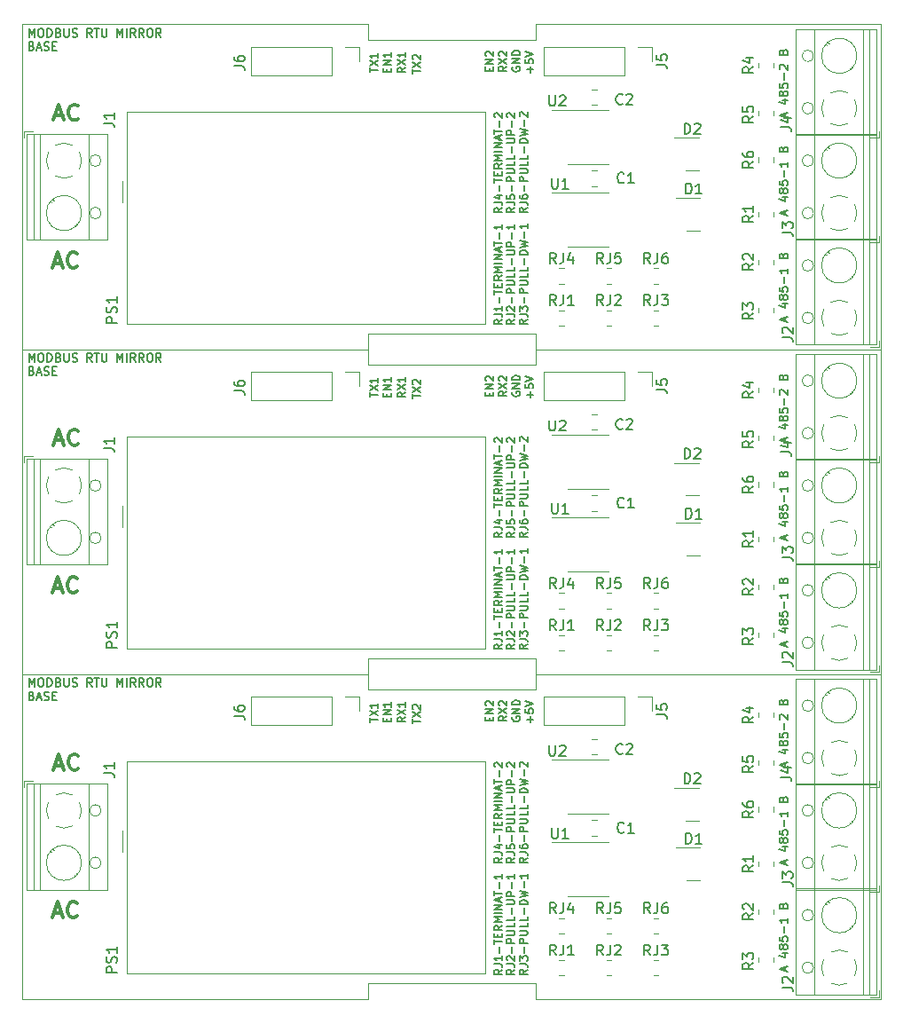
<source format=gbr>
%TF.GenerationSoftware,KiCad,Pcbnew,6.0.11-2627ca5db0~126~ubuntu20.04.1*%
%TF.CreationDate,2024-09-22T20:55:52-05:00*%
%TF.ProjectId,,58585858-5858-4585-9858-585858585858,rev?*%
%TF.SameCoordinates,Original*%
%TF.FileFunction,Legend,Top*%
%TF.FilePolarity,Positive*%
%FSLAX46Y46*%
G04 Gerber Fmt 4.6, Leading zero omitted, Abs format (unit mm)*
G04 Created by KiCad (PCBNEW 6.0.11-2627ca5db0~126~ubuntu20.04.1) date 2024-09-22 20:55:52*
%MOMM*%
%LPD*%
G01*
G04 APERTURE LIST*
%ADD10C,0.200000*%
%ADD11C,0.187500*%
%ADD12C,0.300000*%
%TA.AperFunction,Profile*%
%ADD13C,0.100000*%
%TD*%
%ADD14C,0.150000*%
%ADD15C,0.120000*%
G04 APERTURE END LIST*
D10*
X117049333Y-117111047D02*
X117049333Y-116730095D01*
X117277904Y-117187238D02*
X116477904Y-116920571D01*
X117277904Y-116653904D01*
X116744571Y-115434857D02*
X117277904Y-115434857D01*
X116439809Y-115625333D02*
X117011238Y-115815809D01*
X117011238Y-115320571D01*
X116820761Y-114901523D02*
X116782666Y-114977714D01*
X116744571Y-115015809D01*
X116668380Y-115053904D01*
X116630285Y-115053904D01*
X116554095Y-115015809D01*
X116516000Y-114977714D01*
X116477904Y-114901523D01*
X116477904Y-114749142D01*
X116516000Y-114672952D01*
X116554095Y-114634857D01*
X116630285Y-114596761D01*
X116668380Y-114596761D01*
X116744571Y-114634857D01*
X116782666Y-114672952D01*
X116820761Y-114749142D01*
X116820761Y-114901523D01*
X116858857Y-114977714D01*
X116896952Y-115015809D01*
X116973142Y-115053904D01*
X117125523Y-115053904D01*
X117201714Y-115015809D01*
X117239809Y-114977714D01*
X117277904Y-114901523D01*
X117277904Y-114749142D01*
X117239809Y-114672952D01*
X117201714Y-114634857D01*
X117125523Y-114596761D01*
X116973142Y-114596761D01*
X116896952Y-114634857D01*
X116858857Y-114672952D01*
X116820761Y-114749142D01*
X116477904Y-113872952D02*
X116477904Y-114253904D01*
X116858857Y-114292000D01*
X116820761Y-114253904D01*
X116782666Y-114177714D01*
X116782666Y-113987238D01*
X116820761Y-113911047D01*
X116858857Y-113872952D01*
X116935047Y-113834857D01*
X117125523Y-113834857D01*
X117201714Y-113872952D01*
X117239809Y-113911047D01*
X117277904Y-113987238D01*
X117277904Y-114177714D01*
X117239809Y-114253904D01*
X117201714Y-114292000D01*
X116973142Y-113492000D02*
X116973142Y-112882476D01*
X117277904Y-112082476D02*
X117277904Y-112539619D01*
X117277904Y-112311047D02*
X116477904Y-112311047D01*
X116592190Y-112387238D01*
X116668380Y-112463428D01*
X116706476Y-112539619D01*
X116858857Y-110863428D02*
X116896952Y-110749142D01*
X116935047Y-110711047D01*
X117011238Y-110672952D01*
X117125523Y-110672952D01*
X117201714Y-110711047D01*
X117239809Y-110749142D01*
X117277904Y-110825333D01*
X117277904Y-111130095D01*
X116477904Y-111130095D01*
X116477904Y-110863428D01*
X116516000Y-110787238D01*
X116554095Y-110749142D01*
X116630285Y-110711047D01*
X116706476Y-110711047D01*
X116782666Y-110749142D01*
X116820761Y-110787238D01*
X116858857Y-110863428D01*
X116858857Y-111130095D01*
D11*
X90012785Y-127132982D02*
X89655642Y-127382982D01*
X90012785Y-127561553D02*
X89262785Y-127561553D01*
X89262785Y-127275839D01*
X89298500Y-127204410D01*
X89334214Y-127168696D01*
X89405642Y-127132982D01*
X89512785Y-127132982D01*
X89584214Y-127168696D01*
X89619928Y-127204410D01*
X89655642Y-127275839D01*
X89655642Y-127561553D01*
X89262785Y-126597267D02*
X89798500Y-126597267D01*
X89905642Y-126632982D01*
X89977071Y-126704410D01*
X90012785Y-126811553D01*
X90012785Y-126882982D01*
X90012785Y-125847267D02*
X90012785Y-126275839D01*
X90012785Y-126061553D02*
X89262785Y-126061553D01*
X89369928Y-126132982D01*
X89441357Y-126204410D01*
X89477071Y-126275839D01*
X89727071Y-125525839D02*
X89727071Y-124954410D01*
X89262785Y-124704410D02*
X89262785Y-124275839D01*
X90012785Y-124490125D02*
X89262785Y-124490125D01*
X89619928Y-124025839D02*
X89619928Y-123775839D01*
X90012785Y-123668696D02*
X90012785Y-124025839D01*
X89262785Y-124025839D01*
X89262785Y-123668696D01*
X90012785Y-122918696D02*
X89655642Y-123168696D01*
X90012785Y-123347267D02*
X89262785Y-123347267D01*
X89262785Y-123061553D01*
X89298500Y-122990125D01*
X89334214Y-122954410D01*
X89405642Y-122918696D01*
X89512785Y-122918696D01*
X89584214Y-122954410D01*
X89619928Y-122990125D01*
X89655642Y-123061553D01*
X89655642Y-123347267D01*
X90012785Y-122597267D02*
X89262785Y-122597267D01*
X89798500Y-122347267D01*
X89262785Y-122097267D01*
X90012785Y-122097267D01*
X90012785Y-121740125D02*
X89262785Y-121740125D01*
X90012785Y-121382982D02*
X89262785Y-121382982D01*
X90012785Y-120954410D01*
X89262785Y-120954410D01*
X89798500Y-120632982D02*
X89798500Y-120275839D01*
X90012785Y-120704410D02*
X89262785Y-120454410D01*
X90012785Y-120204410D01*
X89262785Y-120061553D02*
X89262785Y-119632982D01*
X90012785Y-119847267D02*
X89262785Y-119847267D01*
X89727071Y-119382982D02*
X89727071Y-118811553D01*
X90012785Y-118061553D02*
X90012785Y-118490125D01*
X90012785Y-118275839D02*
X89262785Y-118275839D01*
X89369928Y-118347267D01*
X89441357Y-118418696D01*
X89477071Y-118490125D01*
X91220285Y-127132982D02*
X90863142Y-127382982D01*
X91220285Y-127561553D02*
X90470285Y-127561553D01*
X90470285Y-127275839D01*
X90506000Y-127204410D01*
X90541714Y-127168696D01*
X90613142Y-127132982D01*
X90720285Y-127132982D01*
X90791714Y-127168696D01*
X90827428Y-127204410D01*
X90863142Y-127275839D01*
X90863142Y-127561553D01*
X90470285Y-126597267D02*
X91006000Y-126597267D01*
X91113142Y-126632982D01*
X91184571Y-126704410D01*
X91220285Y-126811553D01*
X91220285Y-126882982D01*
X90541714Y-126275839D02*
X90506000Y-126240125D01*
X90470285Y-126168696D01*
X90470285Y-125990125D01*
X90506000Y-125918696D01*
X90541714Y-125882982D01*
X90613142Y-125847267D01*
X90684571Y-125847267D01*
X90791714Y-125882982D01*
X91220285Y-126311553D01*
X91220285Y-125847267D01*
X90934571Y-125525839D02*
X90934571Y-124954410D01*
X91220285Y-124597267D02*
X90470285Y-124597267D01*
X90470285Y-124311553D01*
X90506000Y-124240125D01*
X90541714Y-124204410D01*
X90613142Y-124168696D01*
X90720285Y-124168696D01*
X90791714Y-124204410D01*
X90827428Y-124240125D01*
X90863142Y-124311553D01*
X90863142Y-124597267D01*
X90470285Y-123847267D02*
X91077428Y-123847267D01*
X91148857Y-123811553D01*
X91184571Y-123775839D01*
X91220285Y-123704410D01*
X91220285Y-123561553D01*
X91184571Y-123490125D01*
X91148857Y-123454410D01*
X91077428Y-123418696D01*
X90470285Y-123418696D01*
X91220285Y-122704410D02*
X91220285Y-123061553D01*
X90470285Y-123061553D01*
X91220285Y-122097267D02*
X91220285Y-122454410D01*
X90470285Y-122454410D01*
X90934571Y-121847267D02*
X90934571Y-121275839D01*
X90470285Y-120918696D02*
X91077428Y-120918696D01*
X91148857Y-120882982D01*
X91184571Y-120847267D01*
X91220285Y-120775839D01*
X91220285Y-120632982D01*
X91184571Y-120561553D01*
X91148857Y-120525839D01*
X91077428Y-120490125D01*
X90470285Y-120490125D01*
X91220285Y-120132982D02*
X90470285Y-120132982D01*
X90470285Y-119847267D01*
X90506000Y-119775839D01*
X90541714Y-119740125D01*
X90613142Y-119704410D01*
X90720285Y-119704410D01*
X90791714Y-119740125D01*
X90827428Y-119775839D01*
X90863142Y-119847267D01*
X90863142Y-120132982D01*
X90934571Y-119382982D02*
X90934571Y-118811553D01*
X91220285Y-118061553D02*
X91220285Y-118490125D01*
X91220285Y-118275839D02*
X90470285Y-118275839D01*
X90577428Y-118347267D01*
X90648857Y-118418696D01*
X90684571Y-118490125D01*
X92427785Y-127132982D02*
X92070642Y-127382982D01*
X92427785Y-127561553D02*
X91677785Y-127561553D01*
X91677785Y-127275839D01*
X91713500Y-127204410D01*
X91749214Y-127168696D01*
X91820642Y-127132982D01*
X91927785Y-127132982D01*
X91999214Y-127168696D01*
X92034928Y-127204410D01*
X92070642Y-127275839D01*
X92070642Y-127561553D01*
X91677785Y-126597267D02*
X92213500Y-126597267D01*
X92320642Y-126632982D01*
X92392071Y-126704410D01*
X92427785Y-126811553D01*
X92427785Y-126882982D01*
X91677785Y-126311553D02*
X91677785Y-125847267D01*
X91963500Y-126097267D01*
X91963500Y-125990125D01*
X91999214Y-125918696D01*
X92034928Y-125882982D01*
X92106357Y-125847267D01*
X92284928Y-125847267D01*
X92356357Y-125882982D01*
X92392071Y-125918696D01*
X92427785Y-125990125D01*
X92427785Y-126204410D01*
X92392071Y-126275839D01*
X92356357Y-126311553D01*
X92142071Y-125525839D02*
X92142071Y-124954410D01*
X92427785Y-124597267D02*
X91677785Y-124597267D01*
X91677785Y-124311553D01*
X91713500Y-124240125D01*
X91749214Y-124204410D01*
X91820642Y-124168696D01*
X91927785Y-124168696D01*
X91999214Y-124204410D01*
X92034928Y-124240125D01*
X92070642Y-124311553D01*
X92070642Y-124597267D01*
X91677785Y-123847267D02*
X92284928Y-123847267D01*
X92356357Y-123811553D01*
X92392071Y-123775839D01*
X92427785Y-123704410D01*
X92427785Y-123561553D01*
X92392071Y-123490125D01*
X92356357Y-123454410D01*
X92284928Y-123418696D01*
X91677785Y-123418696D01*
X92427785Y-122704410D02*
X92427785Y-123061553D01*
X91677785Y-123061553D01*
X92427785Y-122097267D02*
X92427785Y-122454410D01*
X91677785Y-122454410D01*
X92142071Y-121847267D02*
X92142071Y-121275839D01*
X92427785Y-120918696D02*
X91677785Y-120918696D01*
X91677785Y-120740125D01*
X91713500Y-120632982D01*
X91784928Y-120561553D01*
X91856357Y-120525839D01*
X91999214Y-120490125D01*
X92106357Y-120490125D01*
X92249214Y-120525839D01*
X92320642Y-120561553D01*
X92392071Y-120632982D01*
X92427785Y-120740125D01*
X92427785Y-120918696D01*
X91677785Y-120240125D02*
X92427785Y-120061553D01*
X91892071Y-119918696D01*
X92427785Y-119775839D01*
X91677785Y-119597267D01*
X92142071Y-119311553D02*
X92142071Y-118740125D01*
X92427785Y-117990125D02*
X92427785Y-118418696D01*
X92427785Y-118204410D02*
X91677785Y-118204410D01*
X91784928Y-118275839D01*
X91856357Y-118347267D01*
X91892071Y-118418696D01*
X81453285Y-103644571D02*
X81453285Y-103216000D01*
X82203285Y-103430285D02*
X81453285Y-103430285D01*
X81453285Y-103037428D02*
X82203285Y-102537428D01*
X81453285Y-102537428D02*
X82203285Y-103037428D01*
X81524714Y-102287428D02*
X81489000Y-102251714D01*
X81453285Y-102180285D01*
X81453285Y-102001714D01*
X81489000Y-101930285D01*
X81524714Y-101894571D01*
X81596142Y-101858857D01*
X81667571Y-101858857D01*
X81774714Y-101894571D01*
X82203285Y-102323142D01*
X82203285Y-101858857D01*
D12*
X47228857Y-121762000D02*
X47943142Y-121762000D01*
X47086000Y-122190571D02*
X47586000Y-120690571D01*
X48086000Y-122190571D01*
X49443142Y-122047714D02*
X49371714Y-122119142D01*
X49157428Y-122190571D01*
X49014571Y-122190571D01*
X48800285Y-122119142D01*
X48657428Y-121976285D01*
X48586000Y-121833428D01*
X48514571Y-121547714D01*
X48514571Y-121333428D01*
X48586000Y-121047714D01*
X48657428Y-120904857D01*
X48800285Y-120762000D01*
X49014571Y-120690571D01*
X49157428Y-120690571D01*
X49371714Y-120762000D01*
X49443142Y-120833428D01*
D11*
X88795428Y-103372714D02*
X88795428Y-103122714D01*
X89188285Y-103015571D02*
X89188285Y-103372714D01*
X88438285Y-103372714D01*
X88438285Y-103015571D01*
X89188285Y-102694142D02*
X88438285Y-102694142D01*
X89188285Y-102265571D01*
X88438285Y-102265571D01*
X88509714Y-101944142D02*
X88474000Y-101908428D01*
X88438285Y-101837000D01*
X88438285Y-101658428D01*
X88474000Y-101587000D01*
X88509714Y-101551285D01*
X88581142Y-101515571D01*
X88652571Y-101515571D01*
X88759714Y-101551285D01*
X89188285Y-101979857D01*
X89188285Y-101515571D01*
X90458285Y-102944142D02*
X90101142Y-103194142D01*
X90458285Y-103372714D02*
X89708285Y-103372714D01*
X89708285Y-103087000D01*
X89744000Y-103015571D01*
X89779714Y-102979857D01*
X89851142Y-102944142D01*
X89958285Y-102944142D01*
X90029714Y-102979857D01*
X90065428Y-103015571D01*
X90101142Y-103087000D01*
X90101142Y-103372714D01*
X89708285Y-102694142D02*
X90458285Y-102194142D01*
X89708285Y-102194142D02*
X90458285Y-102694142D01*
X89779714Y-101944142D02*
X89744000Y-101908428D01*
X89708285Y-101837000D01*
X89708285Y-101658428D01*
X89744000Y-101587000D01*
X89779714Y-101551285D01*
X89851142Y-101515571D01*
X89922571Y-101515571D01*
X90029714Y-101551285D01*
X90458285Y-101979857D01*
X90458285Y-101515571D01*
D10*
X117049333Y-127271047D02*
X117049333Y-126890095D01*
X117277904Y-127347238D02*
X116477904Y-127080571D01*
X117277904Y-126813904D01*
X116744571Y-125594857D02*
X117277904Y-125594857D01*
X116439809Y-125785333D02*
X117011238Y-125975809D01*
X117011238Y-125480571D01*
X116820761Y-125061523D02*
X116782666Y-125137714D01*
X116744571Y-125175809D01*
X116668380Y-125213904D01*
X116630285Y-125213904D01*
X116554095Y-125175809D01*
X116516000Y-125137714D01*
X116477904Y-125061523D01*
X116477904Y-124909142D01*
X116516000Y-124832952D01*
X116554095Y-124794857D01*
X116630285Y-124756761D01*
X116668380Y-124756761D01*
X116744571Y-124794857D01*
X116782666Y-124832952D01*
X116820761Y-124909142D01*
X116820761Y-125061523D01*
X116858857Y-125137714D01*
X116896952Y-125175809D01*
X116973142Y-125213904D01*
X117125523Y-125213904D01*
X117201714Y-125175809D01*
X117239809Y-125137714D01*
X117277904Y-125061523D01*
X117277904Y-124909142D01*
X117239809Y-124832952D01*
X117201714Y-124794857D01*
X117125523Y-124756761D01*
X116973142Y-124756761D01*
X116896952Y-124794857D01*
X116858857Y-124832952D01*
X116820761Y-124909142D01*
X116477904Y-124032952D02*
X116477904Y-124413904D01*
X116858857Y-124452000D01*
X116820761Y-124413904D01*
X116782666Y-124337714D01*
X116782666Y-124147238D01*
X116820761Y-124071047D01*
X116858857Y-124032952D01*
X116935047Y-123994857D01*
X117125523Y-123994857D01*
X117201714Y-124032952D01*
X117239809Y-124071047D01*
X117277904Y-124147238D01*
X117277904Y-124337714D01*
X117239809Y-124413904D01*
X117201714Y-124452000D01*
X116973142Y-123652000D02*
X116973142Y-123042476D01*
X117277904Y-122242476D02*
X117277904Y-122699619D01*
X117277904Y-122471047D02*
X116477904Y-122471047D01*
X116592190Y-122547238D01*
X116668380Y-122623428D01*
X116706476Y-122699619D01*
X116858857Y-121023428D02*
X116896952Y-120909142D01*
X116935047Y-120871047D01*
X117011238Y-120832952D01*
X117125523Y-120832952D01*
X117201714Y-120871047D01*
X117239809Y-120909142D01*
X117277904Y-120985333D01*
X117277904Y-121290095D01*
X116477904Y-121290095D01*
X116477904Y-121023428D01*
X116516000Y-120947238D01*
X116554095Y-120909142D01*
X116630285Y-120871047D01*
X116706476Y-120871047D01*
X116782666Y-120909142D01*
X116820761Y-120947238D01*
X116858857Y-121023428D01*
X116858857Y-121290095D01*
D11*
X91014000Y-103033428D02*
X90978285Y-103104857D01*
X90978285Y-103212000D01*
X91014000Y-103319142D01*
X91085428Y-103390571D01*
X91156857Y-103426285D01*
X91299714Y-103462000D01*
X91406857Y-103462000D01*
X91549714Y-103426285D01*
X91621142Y-103390571D01*
X91692571Y-103319142D01*
X91728285Y-103212000D01*
X91728285Y-103140571D01*
X91692571Y-103033428D01*
X91656857Y-102997714D01*
X91406857Y-102997714D01*
X91406857Y-103140571D01*
X91728285Y-102676285D02*
X90978285Y-102676285D01*
X91728285Y-102247714D01*
X90978285Y-102247714D01*
X91728285Y-101890571D02*
X90978285Y-101890571D01*
X90978285Y-101712000D01*
X91014000Y-101604857D01*
X91085428Y-101533428D01*
X91156857Y-101497714D01*
X91299714Y-101462000D01*
X91406857Y-101462000D01*
X91549714Y-101497714D01*
X91621142Y-101533428D01*
X91692571Y-101604857D01*
X91728285Y-101712000D01*
X91728285Y-101890571D01*
D12*
X47355857Y-107665000D02*
X48070142Y-107665000D01*
X47213000Y-108093571D02*
X47713000Y-106593571D01*
X48213000Y-108093571D01*
X49570142Y-107950714D02*
X49498714Y-108022142D01*
X49284428Y-108093571D01*
X49141571Y-108093571D01*
X48927285Y-108022142D01*
X48784428Y-107879285D01*
X48713000Y-107736428D01*
X48641571Y-107450714D01*
X48641571Y-107236428D01*
X48713000Y-106950714D01*
X48784428Y-106807857D01*
X48927285Y-106665000D01*
X49141571Y-106593571D01*
X49284428Y-106593571D01*
X49498714Y-106665000D01*
X49570142Y-106736428D01*
D10*
X117049333Y-107840047D02*
X117049333Y-107459095D01*
X117277904Y-107916238D02*
X116477904Y-107649571D01*
X117277904Y-107382904D01*
X116744571Y-106163857D02*
X117277904Y-106163857D01*
X116439809Y-106354333D02*
X117011238Y-106544809D01*
X117011238Y-106049571D01*
X116820761Y-105630523D02*
X116782666Y-105706714D01*
X116744571Y-105744809D01*
X116668380Y-105782904D01*
X116630285Y-105782904D01*
X116554095Y-105744809D01*
X116516000Y-105706714D01*
X116477904Y-105630523D01*
X116477904Y-105478142D01*
X116516000Y-105401952D01*
X116554095Y-105363857D01*
X116630285Y-105325761D01*
X116668380Y-105325761D01*
X116744571Y-105363857D01*
X116782666Y-105401952D01*
X116820761Y-105478142D01*
X116820761Y-105630523D01*
X116858857Y-105706714D01*
X116896952Y-105744809D01*
X116973142Y-105782904D01*
X117125523Y-105782904D01*
X117201714Y-105744809D01*
X117239809Y-105706714D01*
X117277904Y-105630523D01*
X117277904Y-105478142D01*
X117239809Y-105401952D01*
X117201714Y-105363857D01*
X117125523Y-105325761D01*
X116973142Y-105325761D01*
X116896952Y-105363857D01*
X116858857Y-105401952D01*
X116820761Y-105478142D01*
X116477904Y-104601952D02*
X116477904Y-104982904D01*
X116858857Y-105021000D01*
X116820761Y-104982904D01*
X116782666Y-104906714D01*
X116782666Y-104716238D01*
X116820761Y-104640047D01*
X116858857Y-104601952D01*
X116935047Y-104563857D01*
X117125523Y-104563857D01*
X117201714Y-104601952D01*
X117239809Y-104640047D01*
X117277904Y-104716238D01*
X117277904Y-104906714D01*
X117239809Y-104982904D01*
X117201714Y-105021000D01*
X116973142Y-104221000D02*
X116973142Y-103611476D01*
X116554095Y-103268619D02*
X116516000Y-103230523D01*
X116477904Y-103154333D01*
X116477904Y-102963857D01*
X116516000Y-102887666D01*
X116554095Y-102849571D01*
X116630285Y-102811476D01*
X116706476Y-102811476D01*
X116820761Y-102849571D01*
X117277904Y-103306714D01*
X117277904Y-102811476D01*
X116858857Y-101592428D02*
X116896952Y-101478142D01*
X116935047Y-101440047D01*
X117011238Y-101401952D01*
X117125523Y-101401952D01*
X117201714Y-101440047D01*
X117239809Y-101478142D01*
X117277904Y-101554333D01*
X117277904Y-101859095D01*
X116477904Y-101859095D01*
X116477904Y-101592428D01*
X116516000Y-101516238D01*
X116554095Y-101478142D01*
X116630285Y-101440047D01*
X116706476Y-101440047D01*
X116782666Y-101478142D01*
X116820761Y-101516238D01*
X116858857Y-101592428D01*
X116858857Y-101859095D01*
D11*
X80806285Y-103071142D02*
X80449142Y-103321142D01*
X80806285Y-103499714D02*
X80056285Y-103499714D01*
X80056285Y-103214000D01*
X80092000Y-103142571D01*
X80127714Y-103106857D01*
X80199142Y-103071142D01*
X80306285Y-103071142D01*
X80377714Y-103106857D01*
X80413428Y-103142571D01*
X80449142Y-103214000D01*
X80449142Y-103499714D01*
X80056285Y-102821142D02*
X80806285Y-102321142D01*
X80056285Y-102321142D02*
X80806285Y-102821142D01*
X80806285Y-101642571D02*
X80806285Y-102071142D01*
X80806285Y-101856857D02*
X80056285Y-101856857D01*
X80163428Y-101928285D01*
X80234857Y-101999714D01*
X80270571Y-102071142D01*
D13*
X93196000Y-98957000D02*
X126196000Y-98957000D01*
X77196000Y-129957000D02*
X77196000Y-128457000D01*
X77196000Y-98957000D02*
X77196000Y-100457000D01*
X44196000Y-98957000D02*
X77196000Y-98957000D01*
X93196000Y-129957000D02*
X126196000Y-129957000D01*
X126196000Y-98957000D02*
X126196000Y-129957000D01*
X44196000Y-129957000D02*
X77196000Y-129957000D01*
X44196000Y-98957000D02*
X44196000Y-129957000D01*
X77196000Y-128457000D02*
X93196000Y-128457000D01*
X93196000Y-98957000D02*
X93196000Y-100457000D01*
X93196000Y-129957000D02*
X93196000Y-128457000D01*
X77196000Y-100457000D02*
X93196000Y-100457000D01*
D11*
X79016428Y-103499714D02*
X79016428Y-103249714D01*
X79409285Y-103142571D02*
X79409285Y-103499714D01*
X78659285Y-103499714D01*
X78659285Y-103142571D01*
X79409285Y-102821142D02*
X78659285Y-102821142D01*
X79409285Y-102392571D01*
X78659285Y-102392571D01*
X79409285Y-101642571D02*
X79409285Y-102071142D01*
X79409285Y-101856857D02*
X78659285Y-101856857D01*
X78766428Y-101928285D01*
X78837857Y-101999714D01*
X78873571Y-102071142D01*
X90012785Y-116464982D02*
X89655642Y-116714982D01*
X90012785Y-116893553D02*
X89262785Y-116893553D01*
X89262785Y-116607839D01*
X89298500Y-116536410D01*
X89334214Y-116500696D01*
X89405642Y-116464982D01*
X89512785Y-116464982D01*
X89584214Y-116500696D01*
X89619928Y-116536410D01*
X89655642Y-116607839D01*
X89655642Y-116893553D01*
X89262785Y-115929267D02*
X89798500Y-115929267D01*
X89905642Y-115964982D01*
X89977071Y-116036410D01*
X90012785Y-116143553D01*
X90012785Y-116214982D01*
X89512785Y-115250696D02*
X90012785Y-115250696D01*
X89227071Y-115429267D02*
X89762785Y-115607839D01*
X89762785Y-115143553D01*
X89727071Y-114857839D02*
X89727071Y-114286410D01*
X89262785Y-114036410D02*
X89262785Y-113607839D01*
X90012785Y-113822125D02*
X89262785Y-113822125D01*
X89619928Y-113357839D02*
X89619928Y-113107839D01*
X90012785Y-113000696D02*
X90012785Y-113357839D01*
X89262785Y-113357839D01*
X89262785Y-113000696D01*
X90012785Y-112250696D02*
X89655642Y-112500696D01*
X90012785Y-112679267D02*
X89262785Y-112679267D01*
X89262785Y-112393553D01*
X89298500Y-112322125D01*
X89334214Y-112286410D01*
X89405642Y-112250696D01*
X89512785Y-112250696D01*
X89584214Y-112286410D01*
X89619928Y-112322125D01*
X89655642Y-112393553D01*
X89655642Y-112679267D01*
X90012785Y-111929267D02*
X89262785Y-111929267D01*
X89798500Y-111679267D01*
X89262785Y-111429267D01*
X90012785Y-111429267D01*
X90012785Y-111072125D02*
X89262785Y-111072125D01*
X90012785Y-110714982D02*
X89262785Y-110714982D01*
X90012785Y-110286410D01*
X89262785Y-110286410D01*
X89798500Y-109964982D02*
X89798500Y-109607839D01*
X90012785Y-110036410D02*
X89262785Y-109786410D01*
X90012785Y-109536410D01*
X89262785Y-109393553D02*
X89262785Y-108964982D01*
X90012785Y-109179267D02*
X89262785Y-109179267D01*
X89727071Y-108714982D02*
X89727071Y-108143553D01*
X89334214Y-107822125D02*
X89298500Y-107786410D01*
X89262785Y-107714982D01*
X89262785Y-107536410D01*
X89298500Y-107464982D01*
X89334214Y-107429267D01*
X89405642Y-107393553D01*
X89477071Y-107393553D01*
X89584214Y-107429267D01*
X90012785Y-107857839D01*
X90012785Y-107393553D01*
X91220285Y-116464982D02*
X90863142Y-116714982D01*
X91220285Y-116893553D02*
X90470285Y-116893553D01*
X90470285Y-116607839D01*
X90506000Y-116536410D01*
X90541714Y-116500696D01*
X90613142Y-116464982D01*
X90720285Y-116464982D01*
X90791714Y-116500696D01*
X90827428Y-116536410D01*
X90863142Y-116607839D01*
X90863142Y-116893553D01*
X90470285Y-115929267D02*
X91006000Y-115929267D01*
X91113142Y-115964982D01*
X91184571Y-116036410D01*
X91220285Y-116143553D01*
X91220285Y-116214982D01*
X90470285Y-115214982D02*
X90470285Y-115572125D01*
X90827428Y-115607839D01*
X90791714Y-115572125D01*
X90756000Y-115500696D01*
X90756000Y-115322125D01*
X90791714Y-115250696D01*
X90827428Y-115214982D01*
X90898857Y-115179267D01*
X91077428Y-115179267D01*
X91148857Y-115214982D01*
X91184571Y-115250696D01*
X91220285Y-115322125D01*
X91220285Y-115500696D01*
X91184571Y-115572125D01*
X91148857Y-115607839D01*
X90934571Y-114857839D02*
X90934571Y-114286410D01*
X91220285Y-113929267D02*
X90470285Y-113929267D01*
X90470285Y-113643553D01*
X90506000Y-113572125D01*
X90541714Y-113536410D01*
X90613142Y-113500696D01*
X90720285Y-113500696D01*
X90791714Y-113536410D01*
X90827428Y-113572125D01*
X90863142Y-113643553D01*
X90863142Y-113929267D01*
X90470285Y-113179267D02*
X91077428Y-113179267D01*
X91148857Y-113143553D01*
X91184571Y-113107839D01*
X91220285Y-113036410D01*
X91220285Y-112893553D01*
X91184571Y-112822125D01*
X91148857Y-112786410D01*
X91077428Y-112750696D01*
X90470285Y-112750696D01*
X91220285Y-112036410D02*
X91220285Y-112393553D01*
X90470285Y-112393553D01*
X91220285Y-111429267D02*
X91220285Y-111786410D01*
X90470285Y-111786410D01*
X90934571Y-111179267D02*
X90934571Y-110607839D01*
X90470285Y-110250696D02*
X91077428Y-110250696D01*
X91148857Y-110214982D01*
X91184571Y-110179267D01*
X91220285Y-110107839D01*
X91220285Y-109964982D01*
X91184571Y-109893553D01*
X91148857Y-109857839D01*
X91077428Y-109822125D01*
X90470285Y-109822125D01*
X91220285Y-109464982D02*
X90470285Y-109464982D01*
X90470285Y-109179267D01*
X90506000Y-109107839D01*
X90541714Y-109072125D01*
X90613142Y-109036410D01*
X90720285Y-109036410D01*
X90791714Y-109072125D01*
X90827428Y-109107839D01*
X90863142Y-109179267D01*
X90863142Y-109464982D01*
X90934571Y-108714982D02*
X90934571Y-108143553D01*
X90541714Y-107822125D02*
X90506000Y-107786410D01*
X90470285Y-107714982D01*
X90470285Y-107536410D01*
X90506000Y-107464982D01*
X90541714Y-107429267D01*
X90613142Y-107393553D01*
X90684571Y-107393553D01*
X90791714Y-107429267D01*
X91220285Y-107857839D01*
X91220285Y-107393553D01*
X92427785Y-116464982D02*
X92070642Y-116714982D01*
X92427785Y-116893553D02*
X91677785Y-116893553D01*
X91677785Y-116607839D01*
X91713500Y-116536410D01*
X91749214Y-116500696D01*
X91820642Y-116464982D01*
X91927785Y-116464982D01*
X91999214Y-116500696D01*
X92034928Y-116536410D01*
X92070642Y-116607839D01*
X92070642Y-116893553D01*
X91677785Y-115929267D02*
X92213500Y-115929267D01*
X92320642Y-115964982D01*
X92392071Y-116036410D01*
X92427785Y-116143553D01*
X92427785Y-116214982D01*
X91677785Y-115250696D02*
X91677785Y-115393553D01*
X91713500Y-115464982D01*
X91749214Y-115500696D01*
X91856357Y-115572125D01*
X91999214Y-115607839D01*
X92284928Y-115607839D01*
X92356357Y-115572125D01*
X92392071Y-115536410D01*
X92427785Y-115464982D01*
X92427785Y-115322125D01*
X92392071Y-115250696D01*
X92356357Y-115214982D01*
X92284928Y-115179267D01*
X92106357Y-115179267D01*
X92034928Y-115214982D01*
X91999214Y-115250696D01*
X91963500Y-115322125D01*
X91963500Y-115464982D01*
X91999214Y-115536410D01*
X92034928Y-115572125D01*
X92106357Y-115607839D01*
X92142071Y-114857839D02*
X92142071Y-114286410D01*
X92427785Y-113929267D02*
X91677785Y-113929267D01*
X91677785Y-113643553D01*
X91713500Y-113572125D01*
X91749214Y-113536410D01*
X91820642Y-113500696D01*
X91927785Y-113500696D01*
X91999214Y-113536410D01*
X92034928Y-113572125D01*
X92070642Y-113643553D01*
X92070642Y-113929267D01*
X91677785Y-113179267D02*
X92284928Y-113179267D01*
X92356357Y-113143553D01*
X92392071Y-113107839D01*
X92427785Y-113036410D01*
X92427785Y-112893553D01*
X92392071Y-112822125D01*
X92356357Y-112786410D01*
X92284928Y-112750696D01*
X91677785Y-112750696D01*
X92427785Y-112036410D02*
X92427785Y-112393553D01*
X91677785Y-112393553D01*
X92427785Y-111429267D02*
X92427785Y-111786410D01*
X91677785Y-111786410D01*
X92142071Y-111179267D02*
X92142071Y-110607839D01*
X92427785Y-110250696D02*
X91677785Y-110250696D01*
X91677785Y-110072125D01*
X91713500Y-109964982D01*
X91784928Y-109893553D01*
X91856357Y-109857839D01*
X91999214Y-109822125D01*
X92106357Y-109822125D01*
X92249214Y-109857839D01*
X92320642Y-109893553D01*
X92392071Y-109964982D01*
X92427785Y-110072125D01*
X92427785Y-110250696D01*
X91677785Y-109572125D02*
X92427785Y-109393553D01*
X91892071Y-109250696D01*
X92427785Y-109107839D01*
X91677785Y-108929267D01*
X92142071Y-108643553D02*
X92142071Y-108072125D01*
X91749214Y-107750696D02*
X91713500Y-107714982D01*
X91677785Y-107643553D01*
X91677785Y-107464982D01*
X91713500Y-107393553D01*
X91749214Y-107357839D01*
X91820642Y-107322125D01*
X91892071Y-107322125D01*
X91999214Y-107357839D01*
X92427785Y-107786410D01*
X92427785Y-107322125D01*
X92712571Y-103553285D02*
X92712571Y-102981857D01*
X92998285Y-103267571D02*
X92426857Y-103267571D01*
X92248285Y-102267571D02*
X92248285Y-102624714D01*
X92605428Y-102660428D01*
X92569714Y-102624714D01*
X92534000Y-102553285D01*
X92534000Y-102374714D01*
X92569714Y-102303285D01*
X92605428Y-102267571D01*
X92676857Y-102231857D01*
X92855428Y-102231857D01*
X92926857Y-102267571D01*
X92962571Y-102303285D01*
X92998285Y-102374714D01*
X92998285Y-102553285D01*
X92962571Y-102624714D01*
X92926857Y-102660428D01*
X92248285Y-102017571D02*
X92998285Y-101767571D01*
X92248285Y-101517571D01*
D10*
X44846476Y-100147904D02*
X44846476Y-99347904D01*
X45113142Y-99919333D01*
X45379809Y-99347904D01*
X45379809Y-100147904D01*
X45913142Y-99347904D02*
X46065523Y-99347904D01*
X46141714Y-99386000D01*
X46217904Y-99462190D01*
X46256000Y-99614571D01*
X46256000Y-99881238D01*
X46217904Y-100033619D01*
X46141714Y-100109809D01*
X46065523Y-100147904D01*
X45913142Y-100147904D01*
X45836952Y-100109809D01*
X45760761Y-100033619D01*
X45722666Y-99881238D01*
X45722666Y-99614571D01*
X45760761Y-99462190D01*
X45836952Y-99386000D01*
X45913142Y-99347904D01*
X46598857Y-100147904D02*
X46598857Y-99347904D01*
X46789333Y-99347904D01*
X46903619Y-99386000D01*
X46979809Y-99462190D01*
X47017904Y-99538380D01*
X47056000Y-99690761D01*
X47056000Y-99805047D01*
X47017904Y-99957428D01*
X46979809Y-100033619D01*
X46903619Y-100109809D01*
X46789333Y-100147904D01*
X46598857Y-100147904D01*
X47665523Y-99728857D02*
X47779809Y-99766952D01*
X47817904Y-99805047D01*
X47856000Y-99881238D01*
X47856000Y-99995523D01*
X47817904Y-100071714D01*
X47779809Y-100109809D01*
X47703619Y-100147904D01*
X47398857Y-100147904D01*
X47398857Y-99347904D01*
X47665523Y-99347904D01*
X47741714Y-99386000D01*
X47779809Y-99424095D01*
X47817904Y-99500285D01*
X47817904Y-99576476D01*
X47779809Y-99652666D01*
X47741714Y-99690761D01*
X47665523Y-99728857D01*
X47398857Y-99728857D01*
X48198857Y-99347904D02*
X48198857Y-99995523D01*
X48236952Y-100071714D01*
X48275047Y-100109809D01*
X48351238Y-100147904D01*
X48503619Y-100147904D01*
X48579809Y-100109809D01*
X48617904Y-100071714D01*
X48656000Y-99995523D01*
X48656000Y-99347904D01*
X48998857Y-100109809D02*
X49113142Y-100147904D01*
X49303619Y-100147904D01*
X49379809Y-100109809D01*
X49417904Y-100071714D01*
X49456000Y-99995523D01*
X49456000Y-99919333D01*
X49417904Y-99843142D01*
X49379809Y-99805047D01*
X49303619Y-99766952D01*
X49151238Y-99728857D01*
X49075047Y-99690761D01*
X49036952Y-99652666D01*
X48998857Y-99576476D01*
X48998857Y-99500285D01*
X49036952Y-99424095D01*
X49075047Y-99386000D01*
X49151238Y-99347904D01*
X49341714Y-99347904D01*
X49456000Y-99386000D01*
X50865523Y-100147904D02*
X50598857Y-99766952D01*
X50408380Y-100147904D02*
X50408380Y-99347904D01*
X50713142Y-99347904D01*
X50789333Y-99386000D01*
X50827428Y-99424095D01*
X50865523Y-99500285D01*
X50865523Y-99614571D01*
X50827428Y-99690761D01*
X50789333Y-99728857D01*
X50713142Y-99766952D01*
X50408380Y-99766952D01*
X51094095Y-99347904D02*
X51551238Y-99347904D01*
X51322666Y-100147904D02*
X51322666Y-99347904D01*
X51817904Y-99347904D02*
X51817904Y-99995523D01*
X51856000Y-100071714D01*
X51894095Y-100109809D01*
X51970285Y-100147904D01*
X52122666Y-100147904D01*
X52198857Y-100109809D01*
X52236952Y-100071714D01*
X52275047Y-99995523D01*
X52275047Y-99347904D01*
X53265523Y-100147904D02*
X53265523Y-99347904D01*
X53532190Y-99919333D01*
X53798857Y-99347904D01*
X53798857Y-100147904D01*
X54179809Y-100147904D02*
X54179809Y-99347904D01*
X55017904Y-100147904D02*
X54751238Y-99766952D01*
X54560761Y-100147904D02*
X54560761Y-99347904D01*
X54865523Y-99347904D01*
X54941714Y-99386000D01*
X54979809Y-99424095D01*
X55017904Y-99500285D01*
X55017904Y-99614571D01*
X54979809Y-99690761D01*
X54941714Y-99728857D01*
X54865523Y-99766952D01*
X54560761Y-99766952D01*
X55817904Y-100147904D02*
X55551238Y-99766952D01*
X55360761Y-100147904D02*
X55360761Y-99347904D01*
X55665523Y-99347904D01*
X55741714Y-99386000D01*
X55779809Y-99424095D01*
X55817904Y-99500285D01*
X55817904Y-99614571D01*
X55779809Y-99690761D01*
X55741714Y-99728857D01*
X55665523Y-99766952D01*
X55360761Y-99766952D01*
X56313142Y-99347904D02*
X56465523Y-99347904D01*
X56541714Y-99386000D01*
X56617904Y-99462190D01*
X56656000Y-99614571D01*
X56656000Y-99881238D01*
X56617904Y-100033619D01*
X56541714Y-100109809D01*
X56465523Y-100147904D01*
X56313142Y-100147904D01*
X56236952Y-100109809D01*
X56160761Y-100033619D01*
X56122666Y-99881238D01*
X56122666Y-99614571D01*
X56160761Y-99462190D01*
X56236952Y-99386000D01*
X56313142Y-99347904D01*
X57456000Y-100147904D02*
X57189333Y-99766952D01*
X56998857Y-100147904D02*
X56998857Y-99347904D01*
X57303619Y-99347904D01*
X57379809Y-99386000D01*
X57417904Y-99424095D01*
X57456000Y-99500285D01*
X57456000Y-99614571D01*
X57417904Y-99690761D01*
X57379809Y-99728857D01*
X57303619Y-99766952D01*
X56998857Y-99766952D01*
X45113142Y-101016857D02*
X45227428Y-101054952D01*
X45265523Y-101093047D01*
X45303619Y-101169238D01*
X45303619Y-101283523D01*
X45265523Y-101359714D01*
X45227428Y-101397809D01*
X45151238Y-101435904D01*
X44846476Y-101435904D01*
X44846476Y-100635904D01*
X45113142Y-100635904D01*
X45189333Y-100674000D01*
X45227428Y-100712095D01*
X45265523Y-100788285D01*
X45265523Y-100864476D01*
X45227428Y-100940666D01*
X45189333Y-100978761D01*
X45113142Y-101016857D01*
X44846476Y-101016857D01*
X45608380Y-101207333D02*
X45989333Y-101207333D01*
X45532190Y-101435904D02*
X45798857Y-100635904D01*
X46065523Y-101435904D01*
X46294095Y-101397809D02*
X46408380Y-101435904D01*
X46598857Y-101435904D01*
X46675047Y-101397809D01*
X46713142Y-101359714D01*
X46751238Y-101283523D01*
X46751238Y-101207333D01*
X46713142Y-101131142D01*
X46675047Y-101093047D01*
X46598857Y-101054952D01*
X46446476Y-101016857D01*
X46370285Y-100978761D01*
X46332190Y-100940666D01*
X46294095Y-100864476D01*
X46294095Y-100788285D01*
X46332190Y-100712095D01*
X46370285Y-100674000D01*
X46446476Y-100635904D01*
X46636952Y-100635904D01*
X46751238Y-100674000D01*
X47094095Y-101016857D02*
X47360761Y-101016857D01*
X47475047Y-101435904D02*
X47094095Y-101435904D01*
X47094095Y-100635904D01*
X47475047Y-100635904D01*
D11*
X77389285Y-103517571D02*
X77389285Y-103089000D01*
X78139285Y-103303285D02*
X77389285Y-103303285D01*
X77389285Y-102910428D02*
X78139285Y-102410428D01*
X77389285Y-102410428D02*
X78139285Y-102910428D01*
X78139285Y-101731857D02*
X78139285Y-102160428D01*
X78139285Y-101946142D02*
X77389285Y-101946142D01*
X77496428Y-102017571D01*
X77567857Y-102089000D01*
X77603571Y-102160428D01*
D10*
X117049333Y-86111047D02*
X117049333Y-85730095D01*
X117277904Y-86187238D02*
X116477904Y-85920571D01*
X117277904Y-85653904D01*
X116744571Y-84434857D02*
X117277904Y-84434857D01*
X116439809Y-84625333D02*
X117011238Y-84815809D01*
X117011238Y-84320571D01*
X116820761Y-83901523D02*
X116782666Y-83977714D01*
X116744571Y-84015809D01*
X116668380Y-84053904D01*
X116630285Y-84053904D01*
X116554095Y-84015809D01*
X116516000Y-83977714D01*
X116477904Y-83901523D01*
X116477904Y-83749142D01*
X116516000Y-83672952D01*
X116554095Y-83634857D01*
X116630285Y-83596761D01*
X116668380Y-83596761D01*
X116744571Y-83634857D01*
X116782666Y-83672952D01*
X116820761Y-83749142D01*
X116820761Y-83901523D01*
X116858857Y-83977714D01*
X116896952Y-84015809D01*
X116973142Y-84053904D01*
X117125523Y-84053904D01*
X117201714Y-84015809D01*
X117239809Y-83977714D01*
X117277904Y-83901523D01*
X117277904Y-83749142D01*
X117239809Y-83672952D01*
X117201714Y-83634857D01*
X117125523Y-83596761D01*
X116973142Y-83596761D01*
X116896952Y-83634857D01*
X116858857Y-83672952D01*
X116820761Y-83749142D01*
X116477904Y-82872952D02*
X116477904Y-83253904D01*
X116858857Y-83292000D01*
X116820761Y-83253904D01*
X116782666Y-83177714D01*
X116782666Y-82987238D01*
X116820761Y-82911047D01*
X116858857Y-82872952D01*
X116935047Y-82834857D01*
X117125523Y-82834857D01*
X117201714Y-82872952D01*
X117239809Y-82911047D01*
X117277904Y-82987238D01*
X117277904Y-83177714D01*
X117239809Y-83253904D01*
X117201714Y-83292000D01*
X116973142Y-82492000D02*
X116973142Y-81882476D01*
X117277904Y-81082476D02*
X117277904Y-81539619D01*
X117277904Y-81311047D02*
X116477904Y-81311047D01*
X116592190Y-81387238D01*
X116668380Y-81463428D01*
X116706476Y-81539619D01*
X116858857Y-79863428D02*
X116896952Y-79749142D01*
X116935047Y-79711047D01*
X117011238Y-79672952D01*
X117125523Y-79672952D01*
X117201714Y-79711047D01*
X117239809Y-79749142D01*
X117277904Y-79825333D01*
X117277904Y-80130095D01*
X116477904Y-80130095D01*
X116477904Y-79863428D01*
X116516000Y-79787238D01*
X116554095Y-79749142D01*
X116630285Y-79711047D01*
X116706476Y-79711047D01*
X116782666Y-79749142D01*
X116820761Y-79787238D01*
X116858857Y-79863428D01*
X116858857Y-80130095D01*
D11*
X90012785Y-96132982D02*
X89655642Y-96382982D01*
X90012785Y-96561553D02*
X89262785Y-96561553D01*
X89262785Y-96275839D01*
X89298500Y-96204410D01*
X89334214Y-96168696D01*
X89405642Y-96132982D01*
X89512785Y-96132982D01*
X89584214Y-96168696D01*
X89619928Y-96204410D01*
X89655642Y-96275839D01*
X89655642Y-96561553D01*
X89262785Y-95597267D02*
X89798500Y-95597267D01*
X89905642Y-95632982D01*
X89977071Y-95704410D01*
X90012785Y-95811553D01*
X90012785Y-95882982D01*
X90012785Y-94847267D02*
X90012785Y-95275839D01*
X90012785Y-95061553D02*
X89262785Y-95061553D01*
X89369928Y-95132982D01*
X89441357Y-95204410D01*
X89477071Y-95275839D01*
X89727071Y-94525839D02*
X89727071Y-93954410D01*
X89262785Y-93704410D02*
X89262785Y-93275839D01*
X90012785Y-93490125D02*
X89262785Y-93490125D01*
X89619928Y-93025839D02*
X89619928Y-92775839D01*
X90012785Y-92668696D02*
X90012785Y-93025839D01*
X89262785Y-93025839D01*
X89262785Y-92668696D01*
X90012785Y-91918696D02*
X89655642Y-92168696D01*
X90012785Y-92347267D02*
X89262785Y-92347267D01*
X89262785Y-92061553D01*
X89298500Y-91990125D01*
X89334214Y-91954410D01*
X89405642Y-91918696D01*
X89512785Y-91918696D01*
X89584214Y-91954410D01*
X89619928Y-91990125D01*
X89655642Y-92061553D01*
X89655642Y-92347267D01*
X90012785Y-91597267D02*
X89262785Y-91597267D01*
X89798500Y-91347267D01*
X89262785Y-91097267D01*
X90012785Y-91097267D01*
X90012785Y-90740125D02*
X89262785Y-90740125D01*
X90012785Y-90382982D02*
X89262785Y-90382982D01*
X90012785Y-89954410D01*
X89262785Y-89954410D01*
X89798500Y-89632982D02*
X89798500Y-89275839D01*
X90012785Y-89704410D02*
X89262785Y-89454410D01*
X90012785Y-89204410D01*
X89262785Y-89061553D02*
X89262785Y-88632982D01*
X90012785Y-88847267D02*
X89262785Y-88847267D01*
X89727071Y-88382982D02*
X89727071Y-87811553D01*
X90012785Y-87061553D02*
X90012785Y-87490125D01*
X90012785Y-87275839D02*
X89262785Y-87275839D01*
X89369928Y-87347267D01*
X89441357Y-87418696D01*
X89477071Y-87490125D01*
X91220285Y-96132982D02*
X90863142Y-96382982D01*
X91220285Y-96561553D02*
X90470285Y-96561553D01*
X90470285Y-96275839D01*
X90506000Y-96204410D01*
X90541714Y-96168696D01*
X90613142Y-96132982D01*
X90720285Y-96132982D01*
X90791714Y-96168696D01*
X90827428Y-96204410D01*
X90863142Y-96275839D01*
X90863142Y-96561553D01*
X90470285Y-95597267D02*
X91006000Y-95597267D01*
X91113142Y-95632982D01*
X91184571Y-95704410D01*
X91220285Y-95811553D01*
X91220285Y-95882982D01*
X90541714Y-95275839D02*
X90506000Y-95240125D01*
X90470285Y-95168696D01*
X90470285Y-94990125D01*
X90506000Y-94918696D01*
X90541714Y-94882982D01*
X90613142Y-94847267D01*
X90684571Y-94847267D01*
X90791714Y-94882982D01*
X91220285Y-95311553D01*
X91220285Y-94847267D01*
X90934571Y-94525839D02*
X90934571Y-93954410D01*
X91220285Y-93597267D02*
X90470285Y-93597267D01*
X90470285Y-93311553D01*
X90506000Y-93240125D01*
X90541714Y-93204410D01*
X90613142Y-93168696D01*
X90720285Y-93168696D01*
X90791714Y-93204410D01*
X90827428Y-93240125D01*
X90863142Y-93311553D01*
X90863142Y-93597267D01*
X90470285Y-92847267D02*
X91077428Y-92847267D01*
X91148857Y-92811553D01*
X91184571Y-92775839D01*
X91220285Y-92704410D01*
X91220285Y-92561553D01*
X91184571Y-92490125D01*
X91148857Y-92454410D01*
X91077428Y-92418696D01*
X90470285Y-92418696D01*
X91220285Y-91704410D02*
X91220285Y-92061553D01*
X90470285Y-92061553D01*
X91220285Y-91097267D02*
X91220285Y-91454410D01*
X90470285Y-91454410D01*
X90934571Y-90847267D02*
X90934571Y-90275839D01*
X90470285Y-89918696D02*
X91077428Y-89918696D01*
X91148857Y-89882982D01*
X91184571Y-89847267D01*
X91220285Y-89775839D01*
X91220285Y-89632982D01*
X91184571Y-89561553D01*
X91148857Y-89525839D01*
X91077428Y-89490125D01*
X90470285Y-89490125D01*
X91220285Y-89132982D02*
X90470285Y-89132982D01*
X90470285Y-88847267D01*
X90506000Y-88775839D01*
X90541714Y-88740125D01*
X90613142Y-88704410D01*
X90720285Y-88704410D01*
X90791714Y-88740125D01*
X90827428Y-88775839D01*
X90863142Y-88847267D01*
X90863142Y-89132982D01*
X90934571Y-88382982D02*
X90934571Y-87811553D01*
X91220285Y-87061553D02*
X91220285Y-87490125D01*
X91220285Y-87275839D02*
X90470285Y-87275839D01*
X90577428Y-87347267D01*
X90648857Y-87418696D01*
X90684571Y-87490125D01*
X92427785Y-96132982D02*
X92070642Y-96382982D01*
X92427785Y-96561553D02*
X91677785Y-96561553D01*
X91677785Y-96275839D01*
X91713500Y-96204410D01*
X91749214Y-96168696D01*
X91820642Y-96132982D01*
X91927785Y-96132982D01*
X91999214Y-96168696D01*
X92034928Y-96204410D01*
X92070642Y-96275839D01*
X92070642Y-96561553D01*
X91677785Y-95597267D02*
X92213500Y-95597267D01*
X92320642Y-95632982D01*
X92392071Y-95704410D01*
X92427785Y-95811553D01*
X92427785Y-95882982D01*
X91677785Y-95311553D02*
X91677785Y-94847267D01*
X91963500Y-95097267D01*
X91963500Y-94990125D01*
X91999214Y-94918696D01*
X92034928Y-94882982D01*
X92106357Y-94847267D01*
X92284928Y-94847267D01*
X92356357Y-94882982D01*
X92392071Y-94918696D01*
X92427785Y-94990125D01*
X92427785Y-95204410D01*
X92392071Y-95275839D01*
X92356357Y-95311553D01*
X92142071Y-94525839D02*
X92142071Y-93954410D01*
X92427785Y-93597267D02*
X91677785Y-93597267D01*
X91677785Y-93311553D01*
X91713500Y-93240125D01*
X91749214Y-93204410D01*
X91820642Y-93168696D01*
X91927785Y-93168696D01*
X91999214Y-93204410D01*
X92034928Y-93240125D01*
X92070642Y-93311553D01*
X92070642Y-93597267D01*
X91677785Y-92847267D02*
X92284928Y-92847267D01*
X92356357Y-92811553D01*
X92392071Y-92775839D01*
X92427785Y-92704410D01*
X92427785Y-92561553D01*
X92392071Y-92490125D01*
X92356357Y-92454410D01*
X92284928Y-92418696D01*
X91677785Y-92418696D01*
X92427785Y-91704410D02*
X92427785Y-92061553D01*
X91677785Y-92061553D01*
X92427785Y-91097267D02*
X92427785Y-91454410D01*
X91677785Y-91454410D01*
X92142071Y-90847267D02*
X92142071Y-90275839D01*
X92427785Y-89918696D02*
X91677785Y-89918696D01*
X91677785Y-89740125D01*
X91713500Y-89632982D01*
X91784928Y-89561553D01*
X91856357Y-89525839D01*
X91999214Y-89490125D01*
X92106357Y-89490125D01*
X92249214Y-89525839D01*
X92320642Y-89561553D01*
X92392071Y-89632982D01*
X92427785Y-89740125D01*
X92427785Y-89918696D01*
X91677785Y-89240125D02*
X92427785Y-89061553D01*
X91892071Y-88918696D01*
X92427785Y-88775839D01*
X91677785Y-88597267D01*
X92142071Y-88311553D02*
X92142071Y-87740125D01*
X92427785Y-86990125D02*
X92427785Y-87418696D01*
X92427785Y-87204410D02*
X91677785Y-87204410D01*
X91784928Y-87275839D01*
X91856357Y-87347267D01*
X91892071Y-87418696D01*
X81453285Y-72644571D02*
X81453285Y-72216000D01*
X82203285Y-72430285D02*
X81453285Y-72430285D01*
X81453285Y-72037428D02*
X82203285Y-71537428D01*
X81453285Y-71537428D02*
X82203285Y-72037428D01*
X81524714Y-71287428D02*
X81489000Y-71251714D01*
X81453285Y-71180285D01*
X81453285Y-71001714D01*
X81489000Y-70930285D01*
X81524714Y-70894571D01*
X81596142Y-70858857D01*
X81667571Y-70858857D01*
X81774714Y-70894571D01*
X82203285Y-71323142D01*
X82203285Y-70858857D01*
D12*
X47228857Y-90762000D02*
X47943142Y-90762000D01*
X47086000Y-91190571D02*
X47586000Y-89690571D01*
X48086000Y-91190571D01*
X49443142Y-91047714D02*
X49371714Y-91119142D01*
X49157428Y-91190571D01*
X49014571Y-91190571D01*
X48800285Y-91119142D01*
X48657428Y-90976285D01*
X48586000Y-90833428D01*
X48514571Y-90547714D01*
X48514571Y-90333428D01*
X48586000Y-90047714D01*
X48657428Y-89904857D01*
X48800285Y-89762000D01*
X49014571Y-89690571D01*
X49157428Y-89690571D01*
X49371714Y-89762000D01*
X49443142Y-89833428D01*
D11*
X88795428Y-72372714D02*
X88795428Y-72122714D01*
X89188285Y-72015571D02*
X89188285Y-72372714D01*
X88438285Y-72372714D01*
X88438285Y-72015571D01*
X89188285Y-71694142D02*
X88438285Y-71694142D01*
X89188285Y-71265571D01*
X88438285Y-71265571D01*
X88509714Y-70944142D02*
X88474000Y-70908428D01*
X88438285Y-70837000D01*
X88438285Y-70658428D01*
X88474000Y-70587000D01*
X88509714Y-70551285D01*
X88581142Y-70515571D01*
X88652571Y-70515571D01*
X88759714Y-70551285D01*
X89188285Y-70979857D01*
X89188285Y-70515571D01*
X90458285Y-71944142D02*
X90101142Y-72194142D01*
X90458285Y-72372714D02*
X89708285Y-72372714D01*
X89708285Y-72087000D01*
X89744000Y-72015571D01*
X89779714Y-71979857D01*
X89851142Y-71944142D01*
X89958285Y-71944142D01*
X90029714Y-71979857D01*
X90065428Y-72015571D01*
X90101142Y-72087000D01*
X90101142Y-72372714D01*
X89708285Y-71694142D02*
X90458285Y-71194142D01*
X89708285Y-71194142D02*
X90458285Y-71694142D01*
X89779714Y-70944142D02*
X89744000Y-70908428D01*
X89708285Y-70837000D01*
X89708285Y-70658428D01*
X89744000Y-70587000D01*
X89779714Y-70551285D01*
X89851142Y-70515571D01*
X89922571Y-70515571D01*
X90029714Y-70551285D01*
X90458285Y-70979857D01*
X90458285Y-70515571D01*
D10*
X117049333Y-96271047D02*
X117049333Y-95890095D01*
X117277904Y-96347238D02*
X116477904Y-96080571D01*
X117277904Y-95813904D01*
X116744571Y-94594857D02*
X117277904Y-94594857D01*
X116439809Y-94785333D02*
X117011238Y-94975809D01*
X117011238Y-94480571D01*
X116820761Y-94061523D02*
X116782666Y-94137714D01*
X116744571Y-94175809D01*
X116668380Y-94213904D01*
X116630285Y-94213904D01*
X116554095Y-94175809D01*
X116516000Y-94137714D01*
X116477904Y-94061523D01*
X116477904Y-93909142D01*
X116516000Y-93832952D01*
X116554095Y-93794857D01*
X116630285Y-93756761D01*
X116668380Y-93756761D01*
X116744571Y-93794857D01*
X116782666Y-93832952D01*
X116820761Y-93909142D01*
X116820761Y-94061523D01*
X116858857Y-94137714D01*
X116896952Y-94175809D01*
X116973142Y-94213904D01*
X117125523Y-94213904D01*
X117201714Y-94175809D01*
X117239809Y-94137714D01*
X117277904Y-94061523D01*
X117277904Y-93909142D01*
X117239809Y-93832952D01*
X117201714Y-93794857D01*
X117125523Y-93756761D01*
X116973142Y-93756761D01*
X116896952Y-93794857D01*
X116858857Y-93832952D01*
X116820761Y-93909142D01*
X116477904Y-93032952D02*
X116477904Y-93413904D01*
X116858857Y-93452000D01*
X116820761Y-93413904D01*
X116782666Y-93337714D01*
X116782666Y-93147238D01*
X116820761Y-93071047D01*
X116858857Y-93032952D01*
X116935047Y-92994857D01*
X117125523Y-92994857D01*
X117201714Y-93032952D01*
X117239809Y-93071047D01*
X117277904Y-93147238D01*
X117277904Y-93337714D01*
X117239809Y-93413904D01*
X117201714Y-93452000D01*
X116973142Y-92652000D02*
X116973142Y-92042476D01*
X117277904Y-91242476D02*
X117277904Y-91699619D01*
X117277904Y-91471047D02*
X116477904Y-91471047D01*
X116592190Y-91547238D01*
X116668380Y-91623428D01*
X116706476Y-91699619D01*
X116858857Y-90023428D02*
X116896952Y-89909142D01*
X116935047Y-89871047D01*
X117011238Y-89832952D01*
X117125523Y-89832952D01*
X117201714Y-89871047D01*
X117239809Y-89909142D01*
X117277904Y-89985333D01*
X117277904Y-90290095D01*
X116477904Y-90290095D01*
X116477904Y-90023428D01*
X116516000Y-89947238D01*
X116554095Y-89909142D01*
X116630285Y-89871047D01*
X116706476Y-89871047D01*
X116782666Y-89909142D01*
X116820761Y-89947238D01*
X116858857Y-90023428D01*
X116858857Y-90290095D01*
D11*
X91014000Y-72033428D02*
X90978285Y-72104857D01*
X90978285Y-72212000D01*
X91014000Y-72319142D01*
X91085428Y-72390571D01*
X91156857Y-72426285D01*
X91299714Y-72462000D01*
X91406857Y-72462000D01*
X91549714Y-72426285D01*
X91621142Y-72390571D01*
X91692571Y-72319142D01*
X91728285Y-72212000D01*
X91728285Y-72140571D01*
X91692571Y-72033428D01*
X91656857Y-71997714D01*
X91406857Y-71997714D01*
X91406857Y-72140571D01*
X91728285Y-71676285D02*
X90978285Y-71676285D01*
X91728285Y-71247714D01*
X90978285Y-71247714D01*
X91728285Y-70890571D02*
X90978285Y-70890571D01*
X90978285Y-70712000D01*
X91014000Y-70604857D01*
X91085428Y-70533428D01*
X91156857Y-70497714D01*
X91299714Y-70462000D01*
X91406857Y-70462000D01*
X91549714Y-70497714D01*
X91621142Y-70533428D01*
X91692571Y-70604857D01*
X91728285Y-70712000D01*
X91728285Y-70890571D01*
D12*
X47355857Y-76665000D02*
X48070142Y-76665000D01*
X47213000Y-77093571D02*
X47713000Y-75593571D01*
X48213000Y-77093571D01*
X49570142Y-76950714D02*
X49498714Y-77022142D01*
X49284428Y-77093571D01*
X49141571Y-77093571D01*
X48927285Y-77022142D01*
X48784428Y-76879285D01*
X48713000Y-76736428D01*
X48641571Y-76450714D01*
X48641571Y-76236428D01*
X48713000Y-75950714D01*
X48784428Y-75807857D01*
X48927285Y-75665000D01*
X49141571Y-75593571D01*
X49284428Y-75593571D01*
X49498714Y-75665000D01*
X49570142Y-75736428D01*
D10*
X117049333Y-76840047D02*
X117049333Y-76459095D01*
X117277904Y-76916238D02*
X116477904Y-76649571D01*
X117277904Y-76382904D01*
X116744571Y-75163857D02*
X117277904Y-75163857D01*
X116439809Y-75354333D02*
X117011238Y-75544809D01*
X117011238Y-75049571D01*
X116820761Y-74630523D02*
X116782666Y-74706714D01*
X116744571Y-74744809D01*
X116668380Y-74782904D01*
X116630285Y-74782904D01*
X116554095Y-74744809D01*
X116516000Y-74706714D01*
X116477904Y-74630523D01*
X116477904Y-74478142D01*
X116516000Y-74401952D01*
X116554095Y-74363857D01*
X116630285Y-74325761D01*
X116668380Y-74325761D01*
X116744571Y-74363857D01*
X116782666Y-74401952D01*
X116820761Y-74478142D01*
X116820761Y-74630523D01*
X116858857Y-74706714D01*
X116896952Y-74744809D01*
X116973142Y-74782904D01*
X117125523Y-74782904D01*
X117201714Y-74744809D01*
X117239809Y-74706714D01*
X117277904Y-74630523D01*
X117277904Y-74478142D01*
X117239809Y-74401952D01*
X117201714Y-74363857D01*
X117125523Y-74325761D01*
X116973142Y-74325761D01*
X116896952Y-74363857D01*
X116858857Y-74401952D01*
X116820761Y-74478142D01*
X116477904Y-73601952D02*
X116477904Y-73982904D01*
X116858857Y-74021000D01*
X116820761Y-73982904D01*
X116782666Y-73906714D01*
X116782666Y-73716238D01*
X116820761Y-73640047D01*
X116858857Y-73601952D01*
X116935047Y-73563857D01*
X117125523Y-73563857D01*
X117201714Y-73601952D01*
X117239809Y-73640047D01*
X117277904Y-73716238D01*
X117277904Y-73906714D01*
X117239809Y-73982904D01*
X117201714Y-74021000D01*
X116973142Y-73221000D02*
X116973142Y-72611476D01*
X116554095Y-72268619D02*
X116516000Y-72230523D01*
X116477904Y-72154333D01*
X116477904Y-71963857D01*
X116516000Y-71887666D01*
X116554095Y-71849571D01*
X116630285Y-71811476D01*
X116706476Y-71811476D01*
X116820761Y-71849571D01*
X117277904Y-72306714D01*
X117277904Y-71811476D01*
X116858857Y-70592428D02*
X116896952Y-70478142D01*
X116935047Y-70440047D01*
X117011238Y-70401952D01*
X117125523Y-70401952D01*
X117201714Y-70440047D01*
X117239809Y-70478142D01*
X117277904Y-70554333D01*
X117277904Y-70859095D01*
X116477904Y-70859095D01*
X116477904Y-70592428D01*
X116516000Y-70516238D01*
X116554095Y-70478142D01*
X116630285Y-70440047D01*
X116706476Y-70440047D01*
X116782666Y-70478142D01*
X116820761Y-70516238D01*
X116858857Y-70592428D01*
X116858857Y-70859095D01*
D11*
X80806285Y-72071142D02*
X80449142Y-72321142D01*
X80806285Y-72499714D02*
X80056285Y-72499714D01*
X80056285Y-72214000D01*
X80092000Y-72142571D01*
X80127714Y-72106857D01*
X80199142Y-72071142D01*
X80306285Y-72071142D01*
X80377714Y-72106857D01*
X80413428Y-72142571D01*
X80449142Y-72214000D01*
X80449142Y-72499714D01*
X80056285Y-71821142D02*
X80806285Y-71321142D01*
X80056285Y-71321142D02*
X80806285Y-71821142D01*
X80806285Y-70642571D02*
X80806285Y-71071142D01*
X80806285Y-70856857D02*
X80056285Y-70856857D01*
X80163428Y-70928285D01*
X80234857Y-70999714D01*
X80270571Y-71071142D01*
D13*
X93196000Y-67957000D02*
X126196000Y-67957000D01*
X77196000Y-98957000D02*
X77196000Y-97457000D01*
X77196000Y-67957000D02*
X77196000Y-69457000D01*
X44196000Y-67957000D02*
X77196000Y-67957000D01*
X93196000Y-98957000D02*
X126196000Y-98957000D01*
X126196000Y-67957000D02*
X126196000Y-98957000D01*
X44196000Y-98957000D02*
X77196000Y-98957000D01*
X44196000Y-67957000D02*
X44196000Y-98957000D01*
X77196000Y-97457000D02*
X93196000Y-97457000D01*
X93196000Y-67957000D02*
X93196000Y-69457000D01*
X93196000Y-98957000D02*
X93196000Y-97457000D01*
X77196000Y-69457000D02*
X93196000Y-69457000D01*
D11*
X79016428Y-72499714D02*
X79016428Y-72249714D01*
X79409285Y-72142571D02*
X79409285Y-72499714D01*
X78659285Y-72499714D01*
X78659285Y-72142571D01*
X79409285Y-71821142D02*
X78659285Y-71821142D01*
X79409285Y-71392571D01*
X78659285Y-71392571D01*
X79409285Y-70642571D02*
X79409285Y-71071142D01*
X79409285Y-70856857D02*
X78659285Y-70856857D01*
X78766428Y-70928285D01*
X78837857Y-70999714D01*
X78873571Y-71071142D01*
X90012785Y-85464982D02*
X89655642Y-85714982D01*
X90012785Y-85893553D02*
X89262785Y-85893553D01*
X89262785Y-85607839D01*
X89298500Y-85536410D01*
X89334214Y-85500696D01*
X89405642Y-85464982D01*
X89512785Y-85464982D01*
X89584214Y-85500696D01*
X89619928Y-85536410D01*
X89655642Y-85607839D01*
X89655642Y-85893553D01*
X89262785Y-84929267D02*
X89798500Y-84929267D01*
X89905642Y-84964982D01*
X89977071Y-85036410D01*
X90012785Y-85143553D01*
X90012785Y-85214982D01*
X89512785Y-84250696D02*
X90012785Y-84250696D01*
X89227071Y-84429267D02*
X89762785Y-84607839D01*
X89762785Y-84143553D01*
X89727071Y-83857839D02*
X89727071Y-83286410D01*
X89262785Y-83036410D02*
X89262785Y-82607839D01*
X90012785Y-82822125D02*
X89262785Y-82822125D01*
X89619928Y-82357839D02*
X89619928Y-82107839D01*
X90012785Y-82000696D02*
X90012785Y-82357839D01*
X89262785Y-82357839D01*
X89262785Y-82000696D01*
X90012785Y-81250696D02*
X89655642Y-81500696D01*
X90012785Y-81679267D02*
X89262785Y-81679267D01*
X89262785Y-81393553D01*
X89298500Y-81322125D01*
X89334214Y-81286410D01*
X89405642Y-81250696D01*
X89512785Y-81250696D01*
X89584214Y-81286410D01*
X89619928Y-81322125D01*
X89655642Y-81393553D01*
X89655642Y-81679267D01*
X90012785Y-80929267D02*
X89262785Y-80929267D01*
X89798500Y-80679267D01*
X89262785Y-80429267D01*
X90012785Y-80429267D01*
X90012785Y-80072125D02*
X89262785Y-80072125D01*
X90012785Y-79714982D02*
X89262785Y-79714982D01*
X90012785Y-79286410D01*
X89262785Y-79286410D01*
X89798500Y-78964982D02*
X89798500Y-78607839D01*
X90012785Y-79036410D02*
X89262785Y-78786410D01*
X90012785Y-78536410D01*
X89262785Y-78393553D02*
X89262785Y-77964982D01*
X90012785Y-78179267D02*
X89262785Y-78179267D01*
X89727071Y-77714982D02*
X89727071Y-77143553D01*
X89334214Y-76822125D02*
X89298500Y-76786410D01*
X89262785Y-76714982D01*
X89262785Y-76536410D01*
X89298500Y-76464982D01*
X89334214Y-76429267D01*
X89405642Y-76393553D01*
X89477071Y-76393553D01*
X89584214Y-76429267D01*
X90012785Y-76857839D01*
X90012785Y-76393553D01*
X91220285Y-85464982D02*
X90863142Y-85714982D01*
X91220285Y-85893553D02*
X90470285Y-85893553D01*
X90470285Y-85607839D01*
X90506000Y-85536410D01*
X90541714Y-85500696D01*
X90613142Y-85464982D01*
X90720285Y-85464982D01*
X90791714Y-85500696D01*
X90827428Y-85536410D01*
X90863142Y-85607839D01*
X90863142Y-85893553D01*
X90470285Y-84929267D02*
X91006000Y-84929267D01*
X91113142Y-84964982D01*
X91184571Y-85036410D01*
X91220285Y-85143553D01*
X91220285Y-85214982D01*
X90470285Y-84214982D02*
X90470285Y-84572125D01*
X90827428Y-84607839D01*
X90791714Y-84572125D01*
X90756000Y-84500696D01*
X90756000Y-84322125D01*
X90791714Y-84250696D01*
X90827428Y-84214982D01*
X90898857Y-84179267D01*
X91077428Y-84179267D01*
X91148857Y-84214982D01*
X91184571Y-84250696D01*
X91220285Y-84322125D01*
X91220285Y-84500696D01*
X91184571Y-84572125D01*
X91148857Y-84607839D01*
X90934571Y-83857839D02*
X90934571Y-83286410D01*
X91220285Y-82929267D02*
X90470285Y-82929267D01*
X90470285Y-82643553D01*
X90506000Y-82572125D01*
X90541714Y-82536410D01*
X90613142Y-82500696D01*
X90720285Y-82500696D01*
X90791714Y-82536410D01*
X90827428Y-82572125D01*
X90863142Y-82643553D01*
X90863142Y-82929267D01*
X90470285Y-82179267D02*
X91077428Y-82179267D01*
X91148857Y-82143553D01*
X91184571Y-82107839D01*
X91220285Y-82036410D01*
X91220285Y-81893553D01*
X91184571Y-81822125D01*
X91148857Y-81786410D01*
X91077428Y-81750696D01*
X90470285Y-81750696D01*
X91220285Y-81036410D02*
X91220285Y-81393553D01*
X90470285Y-81393553D01*
X91220285Y-80429267D02*
X91220285Y-80786410D01*
X90470285Y-80786410D01*
X90934571Y-80179267D02*
X90934571Y-79607839D01*
X90470285Y-79250696D02*
X91077428Y-79250696D01*
X91148857Y-79214982D01*
X91184571Y-79179267D01*
X91220285Y-79107839D01*
X91220285Y-78964982D01*
X91184571Y-78893553D01*
X91148857Y-78857839D01*
X91077428Y-78822125D01*
X90470285Y-78822125D01*
X91220285Y-78464982D02*
X90470285Y-78464982D01*
X90470285Y-78179267D01*
X90506000Y-78107839D01*
X90541714Y-78072125D01*
X90613142Y-78036410D01*
X90720285Y-78036410D01*
X90791714Y-78072125D01*
X90827428Y-78107839D01*
X90863142Y-78179267D01*
X90863142Y-78464982D01*
X90934571Y-77714982D02*
X90934571Y-77143553D01*
X90541714Y-76822125D02*
X90506000Y-76786410D01*
X90470285Y-76714982D01*
X90470285Y-76536410D01*
X90506000Y-76464982D01*
X90541714Y-76429267D01*
X90613142Y-76393553D01*
X90684571Y-76393553D01*
X90791714Y-76429267D01*
X91220285Y-76857839D01*
X91220285Y-76393553D01*
X92427785Y-85464982D02*
X92070642Y-85714982D01*
X92427785Y-85893553D02*
X91677785Y-85893553D01*
X91677785Y-85607839D01*
X91713500Y-85536410D01*
X91749214Y-85500696D01*
X91820642Y-85464982D01*
X91927785Y-85464982D01*
X91999214Y-85500696D01*
X92034928Y-85536410D01*
X92070642Y-85607839D01*
X92070642Y-85893553D01*
X91677785Y-84929267D02*
X92213500Y-84929267D01*
X92320642Y-84964982D01*
X92392071Y-85036410D01*
X92427785Y-85143553D01*
X92427785Y-85214982D01*
X91677785Y-84250696D02*
X91677785Y-84393553D01*
X91713500Y-84464982D01*
X91749214Y-84500696D01*
X91856357Y-84572125D01*
X91999214Y-84607839D01*
X92284928Y-84607839D01*
X92356357Y-84572125D01*
X92392071Y-84536410D01*
X92427785Y-84464982D01*
X92427785Y-84322125D01*
X92392071Y-84250696D01*
X92356357Y-84214982D01*
X92284928Y-84179267D01*
X92106357Y-84179267D01*
X92034928Y-84214982D01*
X91999214Y-84250696D01*
X91963500Y-84322125D01*
X91963500Y-84464982D01*
X91999214Y-84536410D01*
X92034928Y-84572125D01*
X92106357Y-84607839D01*
X92142071Y-83857839D02*
X92142071Y-83286410D01*
X92427785Y-82929267D02*
X91677785Y-82929267D01*
X91677785Y-82643553D01*
X91713500Y-82572125D01*
X91749214Y-82536410D01*
X91820642Y-82500696D01*
X91927785Y-82500696D01*
X91999214Y-82536410D01*
X92034928Y-82572125D01*
X92070642Y-82643553D01*
X92070642Y-82929267D01*
X91677785Y-82179267D02*
X92284928Y-82179267D01*
X92356357Y-82143553D01*
X92392071Y-82107839D01*
X92427785Y-82036410D01*
X92427785Y-81893553D01*
X92392071Y-81822125D01*
X92356357Y-81786410D01*
X92284928Y-81750696D01*
X91677785Y-81750696D01*
X92427785Y-81036410D02*
X92427785Y-81393553D01*
X91677785Y-81393553D01*
X92427785Y-80429267D02*
X92427785Y-80786410D01*
X91677785Y-80786410D01*
X92142071Y-80179267D02*
X92142071Y-79607839D01*
X92427785Y-79250696D02*
X91677785Y-79250696D01*
X91677785Y-79072125D01*
X91713500Y-78964982D01*
X91784928Y-78893553D01*
X91856357Y-78857839D01*
X91999214Y-78822125D01*
X92106357Y-78822125D01*
X92249214Y-78857839D01*
X92320642Y-78893553D01*
X92392071Y-78964982D01*
X92427785Y-79072125D01*
X92427785Y-79250696D01*
X91677785Y-78572125D02*
X92427785Y-78393553D01*
X91892071Y-78250696D01*
X92427785Y-78107839D01*
X91677785Y-77929267D01*
X92142071Y-77643553D02*
X92142071Y-77072125D01*
X91749214Y-76750696D02*
X91713500Y-76714982D01*
X91677785Y-76643553D01*
X91677785Y-76464982D01*
X91713500Y-76393553D01*
X91749214Y-76357839D01*
X91820642Y-76322125D01*
X91892071Y-76322125D01*
X91999214Y-76357839D01*
X92427785Y-76786410D01*
X92427785Y-76322125D01*
X92712571Y-72553285D02*
X92712571Y-71981857D01*
X92998285Y-72267571D02*
X92426857Y-72267571D01*
X92248285Y-71267571D02*
X92248285Y-71624714D01*
X92605428Y-71660428D01*
X92569714Y-71624714D01*
X92534000Y-71553285D01*
X92534000Y-71374714D01*
X92569714Y-71303285D01*
X92605428Y-71267571D01*
X92676857Y-71231857D01*
X92855428Y-71231857D01*
X92926857Y-71267571D01*
X92962571Y-71303285D01*
X92998285Y-71374714D01*
X92998285Y-71553285D01*
X92962571Y-71624714D01*
X92926857Y-71660428D01*
X92248285Y-71017571D02*
X92998285Y-70767571D01*
X92248285Y-70517571D01*
D10*
X44846476Y-69147904D02*
X44846476Y-68347904D01*
X45113142Y-68919333D01*
X45379809Y-68347904D01*
X45379809Y-69147904D01*
X45913142Y-68347904D02*
X46065523Y-68347904D01*
X46141714Y-68386000D01*
X46217904Y-68462190D01*
X46256000Y-68614571D01*
X46256000Y-68881238D01*
X46217904Y-69033619D01*
X46141714Y-69109809D01*
X46065523Y-69147904D01*
X45913142Y-69147904D01*
X45836952Y-69109809D01*
X45760761Y-69033619D01*
X45722666Y-68881238D01*
X45722666Y-68614571D01*
X45760761Y-68462190D01*
X45836952Y-68386000D01*
X45913142Y-68347904D01*
X46598857Y-69147904D02*
X46598857Y-68347904D01*
X46789333Y-68347904D01*
X46903619Y-68386000D01*
X46979809Y-68462190D01*
X47017904Y-68538380D01*
X47056000Y-68690761D01*
X47056000Y-68805047D01*
X47017904Y-68957428D01*
X46979809Y-69033619D01*
X46903619Y-69109809D01*
X46789333Y-69147904D01*
X46598857Y-69147904D01*
X47665523Y-68728857D02*
X47779809Y-68766952D01*
X47817904Y-68805047D01*
X47856000Y-68881238D01*
X47856000Y-68995523D01*
X47817904Y-69071714D01*
X47779809Y-69109809D01*
X47703619Y-69147904D01*
X47398857Y-69147904D01*
X47398857Y-68347904D01*
X47665523Y-68347904D01*
X47741714Y-68386000D01*
X47779809Y-68424095D01*
X47817904Y-68500285D01*
X47817904Y-68576476D01*
X47779809Y-68652666D01*
X47741714Y-68690761D01*
X47665523Y-68728857D01*
X47398857Y-68728857D01*
X48198857Y-68347904D02*
X48198857Y-68995523D01*
X48236952Y-69071714D01*
X48275047Y-69109809D01*
X48351238Y-69147904D01*
X48503619Y-69147904D01*
X48579809Y-69109809D01*
X48617904Y-69071714D01*
X48656000Y-68995523D01*
X48656000Y-68347904D01*
X48998857Y-69109809D02*
X49113142Y-69147904D01*
X49303619Y-69147904D01*
X49379809Y-69109809D01*
X49417904Y-69071714D01*
X49456000Y-68995523D01*
X49456000Y-68919333D01*
X49417904Y-68843142D01*
X49379809Y-68805047D01*
X49303619Y-68766952D01*
X49151238Y-68728857D01*
X49075047Y-68690761D01*
X49036952Y-68652666D01*
X48998857Y-68576476D01*
X48998857Y-68500285D01*
X49036952Y-68424095D01*
X49075047Y-68386000D01*
X49151238Y-68347904D01*
X49341714Y-68347904D01*
X49456000Y-68386000D01*
X50865523Y-69147904D02*
X50598857Y-68766952D01*
X50408380Y-69147904D02*
X50408380Y-68347904D01*
X50713142Y-68347904D01*
X50789333Y-68386000D01*
X50827428Y-68424095D01*
X50865523Y-68500285D01*
X50865523Y-68614571D01*
X50827428Y-68690761D01*
X50789333Y-68728857D01*
X50713142Y-68766952D01*
X50408380Y-68766952D01*
X51094095Y-68347904D02*
X51551238Y-68347904D01*
X51322666Y-69147904D02*
X51322666Y-68347904D01*
X51817904Y-68347904D02*
X51817904Y-68995523D01*
X51856000Y-69071714D01*
X51894095Y-69109809D01*
X51970285Y-69147904D01*
X52122666Y-69147904D01*
X52198857Y-69109809D01*
X52236952Y-69071714D01*
X52275047Y-68995523D01*
X52275047Y-68347904D01*
X53265523Y-69147904D02*
X53265523Y-68347904D01*
X53532190Y-68919333D01*
X53798857Y-68347904D01*
X53798857Y-69147904D01*
X54179809Y-69147904D02*
X54179809Y-68347904D01*
X55017904Y-69147904D02*
X54751238Y-68766952D01*
X54560761Y-69147904D02*
X54560761Y-68347904D01*
X54865523Y-68347904D01*
X54941714Y-68386000D01*
X54979809Y-68424095D01*
X55017904Y-68500285D01*
X55017904Y-68614571D01*
X54979809Y-68690761D01*
X54941714Y-68728857D01*
X54865523Y-68766952D01*
X54560761Y-68766952D01*
X55817904Y-69147904D02*
X55551238Y-68766952D01*
X55360761Y-69147904D02*
X55360761Y-68347904D01*
X55665523Y-68347904D01*
X55741714Y-68386000D01*
X55779809Y-68424095D01*
X55817904Y-68500285D01*
X55817904Y-68614571D01*
X55779809Y-68690761D01*
X55741714Y-68728857D01*
X55665523Y-68766952D01*
X55360761Y-68766952D01*
X56313142Y-68347904D02*
X56465523Y-68347904D01*
X56541714Y-68386000D01*
X56617904Y-68462190D01*
X56656000Y-68614571D01*
X56656000Y-68881238D01*
X56617904Y-69033619D01*
X56541714Y-69109809D01*
X56465523Y-69147904D01*
X56313142Y-69147904D01*
X56236952Y-69109809D01*
X56160761Y-69033619D01*
X56122666Y-68881238D01*
X56122666Y-68614571D01*
X56160761Y-68462190D01*
X56236952Y-68386000D01*
X56313142Y-68347904D01*
X57456000Y-69147904D02*
X57189333Y-68766952D01*
X56998857Y-69147904D02*
X56998857Y-68347904D01*
X57303619Y-68347904D01*
X57379809Y-68386000D01*
X57417904Y-68424095D01*
X57456000Y-68500285D01*
X57456000Y-68614571D01*
X57417904Y-68690761D01*
X57379809Y-68728857D01*
X57303619Y-68766952D01*
X56998857Y-68766952D01*
X45113142Y-70016857D02*
X45227428Y-70054952D01*
X45265523Y-70093047D01*
X45303619Y-70169238D01*
X45303619Y-70283523D01*
X45265523Y-70359714D01*
X45227428Y-70397809D01*
X45151238Y-70435904D01*
X44846476Y-70435904D01*
X44846476Y-69635904D01*
X45113142Y-69635904D01*
X45189333Y-69674000D01*
X45227428Y-69712095D01*
X45265523Y-69788285D01*
X45265523Y-69864476D01*
X45227428Y-69940666D01*
X45189333Y-69978761D01*
X45113142Y-70016857D01*
X44846476Y-70016857D01*
X45608380Y-70207333D02*
X45989333Y-70207333D01*
X45532190Y-70435904D02*
X45798857Y-69635904D01*
X46065523Y-70435904D01*
X46294095Y-70397809D02*
X46408380Y-70435904D01*
X46598857Y-70435904D01*
X46675047Y-70397809D01*
X46713142Y-70359714D01*
X46751238Y-70283523D01*
X46751238Y-70207333D01*
X46713142Y-70131142D01*
X46675047Y-70093047D01*
X46598857Y-70054952D01*
X46446476Y-70016857D01*
X46370285Y-69978761D01*
X46332190Y-69940666D01*
X46294095Y-69864476D01*
X46294095Y-69788285D01*
X46332190Y-69712095D01*
X46370285Y-69674000D01*
X46446476Y-69635904D01*
X46636952Y-69635904D01*
X46751238Y-69674000D01*
X47094095Y-70016857D02*
X47360761Y-70016857D01*
X47475047Y-70435904D02*
X47094095Y-70435904D01*
X47094095Y-69635904D01*
X47475047Y-69635904D01*
D11*
X77389285Y-72517571D02*
X77389285Y-72089000D01*
X78139285Y-72303285D02*
X77389285Y-72303285D01*
X77389285Y-71910428D02*
X78139285Y-71410428D01*
X77389285Y-71410428D02*
X78139285Y-71910428D01*
X78139285Y-70731857D02*
X78139285Y-71160428D01*
X78139285Y-70946142D02*
X77389285Y-70946142D01*
X77496428Y-71017571D01*
X77567857Y-71089000D01*
X77603571Y-71160428D01*
D13*
X77196000Y-38457000D02*
X93196000Y-38457000D01*
X93196000Y-67957000D02*
X93196000Y-66457000D01*
X93196000Y-36957000D02*
X93196000Y-38457000D01*
X77196000Y-66457000D02*
X93196000Y-66457000D01*
X44196000Y-36957000D02*
X44196000Y-67957000D01*
X44196000Y-67957000D02*
X77196000Y-67957000D01*
X126196000Y-36957000D02*
X126196000Y-67957000D01*
X93196000Y-67957000D02*
X126196000Y-67957000D01*
X44196000Y-36957000D02*
X77196000Y-36957000D01*
X77196000Y-36957000D02*
X77196000Y-38457000D01*
X77196000Y-67957000D02*
X77196000Y-66457000D01*
X93196000Y-36957000D02*
X126196000Y-36957000D01*
D10*
X44846476Y-38147904D02*
X44846476Y-37347904D01*
X45113142Y-37919333D01*
X45379809Y-37347904D01*
X45379809Y-38147904D01*
X45913142Y-37347904D02*
X46065523Y-37347904D01*
X46141714Y-37386000D01*
X46217904Y-37462190D01*
X46256000Y-37614571D01*
X46256000Y-37881238D01*
X46217904Y-38033619D01*
X46141714Y-38109809D01*
X46065523Y-38147904D01*
X45913142Y-38147904D01*
X45836952Y-38109809D01*
X45760761Y-38033619D01*
X45722666Y-37881238D01*
X45722666Y-37614571D01*
X45760761Y-37462190D01*
X45836952Y-37386000D01*
X45913142Y-37347904D01*
X46598857Y-38147904D02*
X46598857Y-37347904D01*
X46789333Y-37347904D01*
X46903619Y-37386000D01*
X46979809Y-37462190D01*
X47017904Y-37538380D01*
X47056000Y-37690761D01*
X47056000Y-37805047D01*
X47017904Y-37957428D01*
X46979809Y-38033619D01*
X46903619Y-38109809D01*
X46789333Y-38147904D01*
X46598857Y-38147904D01*
X47665523Y-37728857D02*
X47779809Y-37766952D01*
X47817904Y-37805047D01*
X47856000Y-37881238D01*
X47856000Y-37995523D01*
X47817904Y-38071714D01*
X47779809Y-38109809D01*
X47703619Y-38147904D01*
X47398857Y-38147904D01*
X47398857Y-37347904D01*
X47665523Y-37347904D01*
X47741714Y-37386000D01*
X47779809Y-37424095D01*
X47817904Y-37500285D01*
X47817904Y-37576476D01*
X47779809Y-37652666D01*
X47741714Y-37690761D01*
X47665523Y-37728857D01*
X47398857Y-37728857D01*
X48198857Y-37347904D02*
X48198857Y-37995523D01*
X48236952Y-38071714D01*
X48275047Y-38109809D01*
X48351238Y-38147904D01*
X48503619Y-38147904D01*
X48579809Y-38109809D01*
X48617904Y-38071714D01*
X48656000Y-37995523D01*
X48656000Y-37347904D01*
X48998857Y-38109809D02*
X49113142Y-38147904D01*
X49303619Y-38147904D01*
X49379809Y-38109809D01*
X49417904Y-38071714D01*
X49456000Y-37995523D01*
X49456000Y-37919333D01*
X49417904Y-37843142D01*
X49379809Y-37805047D01*
X49303619Y-37766952D01*
X49151238Y-37728857D01*
X49075047Y-37690761D01*
X49036952Y-37652666D01*
X48998857Y-37576476D01*
X48998857Y-37500285D01*
X49036952Y-37424095D01*
X49075047Y-37386000D01*
X49151238Y-37347904D01*
X49341714Y-37347904D01*
X49456000Y-37386000D01*
X50865523Y-38147904D02*
X50598857Y-37766952D01*
X50408380Y-38147904D02*
X50408380Y-37347904D01*
X50713142Y-37347904D01*
X50789333Y-37386000D01*
X50827428Y-37424095D01*
X50865523Y-37500285D01*
X50865523Y-37614571D01*
X50827428Y-37690761D01*
X50789333Y-37728857D01*
X50713142Y-37766952D01*
X50408380Y-37766952D01*
X51094095Y-37347904D02*
X51551238Y-37347904D01*
X51322666Y-38147904D02*
X51322666Y-37347904D01*
X51817904Y-37347904D02*
X51817904Y-37995523D01*
X51856000Y-38071714D01*
X51894095Y-38109809D01*
X51970285Y-38147904D01*
X52122666Y-38147904D01*
X52198857Y-38109809D01*
X52236952Y-38071714D01*
X52275047Y-37995523D01*
X52275047Y-37347904D01*
X53265523Y-38147904D02*
X53265523Y-37347904D01*
X53532190Y-37919333D01*
X53798857Y-37347904D01*
X53798857Y-38147904D01*
X54179809Y-38147904D02*
X54179809Y-37347904D01*
X55017904Y-38147904D02*
X54751238Y-37766952D01*
X54560761Y-38147904D02*
X54560761Y-37347904D01*
X54865523Y-37347904D01*
X54941714Y-37386000D01*
X54979809Y-37424095D01*
X55017904Y-37500285D01*
X55017904Y-37614571D01*
X54979809Y-37690761D01*
X54941714Y-37728857D01*
X54865523Y-37766952D01*
X54560761Y-37766952D01*
X55817904Y-38147904D02*
X55551238Y-37766952D01*
X55360761Y-38147904D02*
X55360761Y-37347904D01*
X55665523Y-37347904D01*
X55741714Y-37386000D01*
X55779809Y-37424095D01*
X55817904Y-37500285D01*
X55817904Y-37614571D01*
X55779809Y-37690761D01*
X55741714Y-37728857D01*
X55665523Y-37766952D01*
X55360761Y-37766952D01*
X56313142Y-37347904D02*
X56465523Y-37347904D01*
X56541714Y-37386000D01*
X56617904Y-37462190D01*
X56656000Y-37614571D01*
X56656000Y-37881238D01*
X56617904Y-38033619D01*
X56541714Y-38109809D01*
X56465523Y-38147904D01*
X56313142Y-38147904D01*
X56236952Y-38109809D01*
X56160761Y-38033619D01*
X56122666Y-37881238D01*
X56122666Y-37614571D01*
X56160761Y-37462190D01*
X56236952Y-37386000D01*
X56313142Y-37347904D01*
X57456000Y-38147904D02*
X57189333Y-37766952D01*
X56998857Y-38147904D02*
X56998857Y-37347904D01*
X57303619Y-37347904D01*
X57379809Y-37386000D01*
X57417904Y-37424095D01*
X57456000Y-37500285D01*
X57456000Y-37614571D01*
X57417904Y-37690761D01*
X57379809Y-37728857D01*
X57303619Y-37766952D01*
X56998857Y-37766952D01*
X45113142Y-39016857D02*
X45227428Y-39054952D01*
X45265523Y-39093047D01*
X45303619Y-39169238D01*
X45303619Y-39283523D01*
X45265523Y-39359714D01*
X45227428Y-39397809D01*
X45151238Y-39435904D01*
X44846476Y-39435904D01*
X44846476Y-38635904D01*
X45113142Y-38635904D01*
X45189333Y-38674000D01*
X45227428Y-38712095D01*
X45265523Y-38788285D01*
X45265523Y-38864476D01*
X45227428Y-38940666D01*
X45189333Y-38978761D01*
X45113142Y-39016857D01*
X44846476Y-39016857D01*
X45608380Y-39207333D02*
X45989333Y-39207333D01*
X45532190Y-39435904D02*
X45798857Y-38635904D01*
X46065523Y-39435904D01*
X46294095Y-39397809D02*
X46408380Y-39435904D01*
X46598857Y-39435904D01*
X46675047Y-39397809D01*
X46713142Y-39359714D01*
X46751238Y-39283523D01*
X46751238Y-39207333D01*
X46713142Y-39131142D01*
X46675047Y-39093047D01*
X46598857Y-39054952D01*
X46446476Y-39016857D01*
X46370285Y-38978761D01*
X46332190Y-38940666D01*
X46294095Y-38864476D01*
X46294095Y-38788285D01*
X46332190Y-38712095D01*
X46370285Y-38674000D01*
X46446476Y-38635904D01*
X46636952Y-38635904D01*
X46751238Y-38674000D01*
X47094095Y-39016857D02*
X47360761Y-39016857D01*
X47475047Y-39435904D02*
X47094095Y-39435904D01*
X47094095Y-38635904D01*
X47475047Y-38635904D01*
D11*
X79016428Y-41499714D02*
X79016428Y-41249714D01*
X79409285Y-41142571D02*
X79409285Y-41499714D01*
X78659285Y-41499714D01*
X78659285Y-41142571D01*
X79409285Y-40821142D02*
X78659285Y-40821142D01*
X79409285Y-40392571D01*
X78659285Y-40392571D01*
X79409285Y-39642571D02*
X79409285Y-40071142D01*
X79409285Y-39856857D02*
X78659285Y-39856857D01*
X78766428Y-39928285D01*
X78837857Y-39999714D01*
X78873571Y-40071142D01*
X77389285Y-41517571D02*
X77389285Y-41089000D01*
X78139285Y-41303285D02*
X77389285Y-41303285D01*
X77389285Y-40910428D02*
X78139285Y-40410428D01*
X77389285Y-40410428D02*
X78139285Y-40910428D01*
X78139285Y-39731857D02*
X78139285Y-40160428D01*
X78139285Y-39946142D02*
X77389285Y-39946142D01*
X77496428Y-40017571D01*
X77567857Y-40089000D01*
X77603571Y-40160428D01*
X92712571Y-41553285D02*
X92712571Y-40981857D01*
X92998285Y-41267571D02*
X92426857Y-41267571D01*
X92248285Y-40267571D02*
X92248285Y-40624714D01*
X92605428Y-40660428D01*
X92569714Y-40624714D01*
X92534000Y-40553285D01*
X92534000Y-40374714D01*
X92569714Y-40303285D01*
X92605428Y-40267571D01*
X92676857Y-40231857D01*
X92855428Y-40231857D01*
X92926857Y-40267571D01*
X92962571Y-40303285D01*
X92998285Y-40374714D01*
X92998285Y-40553285D01*
X92962571Y-40624714D01*
X92926857Y-40660428D01*
X92248285Y-40017571D02*
X92998285Y-39767571D01*
X92248285Y-39517571D01*
D10*
X117049333Y-55111047D02*
X117049333Y-54730095D01*
X117277904Y-55187238D02*
X116477904Y-54920571D01*
X117277904Y-54653904D01*
X116744571Y-53434857D02*
X117277904Y-53434857D01*
X116439809Y-53625333D02*
X117011238Y-53815809D01*
X117011238Y-53320571D01*
X116820761Y-52901523D02*
X116782666Y-52977714D01*
X116744571Y-53015809D01*
X116668380Y-53053904D01*
X116630285Y-53053904D01*
X116554095Y-53015809D01*
X116516000Y-52977714D01*
X116477904Y-52901523D01*
X116477904Y-52749142D01*
X116516000Y-52672952D01*
X116554095Y-52634857D01*
X116630285Y-52596761D01*
X116668380Y-52596761D01*
X116744571Y-52634857D01*
X116782666Y-52672952D01*
X116820761Y-52749142D01*
X116820761Y-52901523D01*
X116858857Y-52977714D01*
X116896952Y-53015809D01*
X116973142Y-53053904D01*
X117125523Y-53053904D01*
X117201714Y-53015809D01*
X117239809Y-52977714D01*
X117277904Y-52901523D01*
X117277904Y-52749142D01*
X117239809Y-52672952D01*
X117201714Y-52634857D01*
X117125523Y-52596761D01*
X116973142Y-52596761D01*
X116896952Y-52634857D01*
X116858857Y-52672952D01*
X116820761Y-52749142D01*
X116477904Y-51872952D02*
X116477904Y-52253904D01*
X116858857Y-52292000D01*
X116820761Y-52253904D01*
X116782666Y-52177714D01*
X116782666Y-51987238D01*
X116820761Y-51911047D01*
X116858857Y-51872952D01*
X116935047Y-51834857D01*
X117125523Y-51834857D01*
X117201714Y-51872952D01*
X117239809Y-51911047D01*
X117277904Y-51987238D01*
X117277904Y-52177714D01*
X117239809Y-52253904D01*
X117201714Y-52292000D01*
X116973142Y-51492000D02*
X116973142Y-50882476D01*
X117277904Y-50082476D02*
X117277904Y-50539619D01*
X117277904Y-50311047D02*
X116477904Y-50311047D01*
X116592190Y-50387238D01*
X116668380Y-50463428D01*
X116706476Y-50539619D01*
X116858857Y-48863428D02*
X116896952Y-48749142D01*
X116935047Y-48711047D01*
X117011238Y-48672952D01*
X117125523Y-48672952D01*
X117201714Y-48711047D01*
X117239809Y-48749142D01*
X117277904Y-48825333D01*
X117277904Y-49130095D01*
X116477904Y-49130095D01*
X116477904Y-48863428D01*
X116516000Y-48787238D01*
X116554095Y-48749142D01*
X116630285Y-48711047D01*
X116706476Y-48711047D01*
X116782666Y-48749142D01*
X116820761Y-48787238D01*
X116858857Y-48863428D01*
X116858857Y-49130095D01*
D11*
X90012785Y-54464982D02*
X89655642Y-54714982D01*
X90012785Y-54893553D02*
X89262785Y-54893553D01*
X89262785Y-54607839D01*
X89298500Y-54536410D01*
X89334214Y-54500696D01*
X89405642Y-54464982D01*
X89512785Y-54464982D01*
X89584214Y-54500696D01*
X89619928Y-54536410D01*
X89655642Y-54607839D01*
X89655642Y-54893553D01*
X89262785Y-53929267D02*
X89798500Y-53929267D01*
X89905642Y-53964982D01*
X89977071Y-54036410D01*
X90012785Y-54143553D01*
X90012785Y-54214982D01*
X89512785Y-53250696D02*
X90012785Y-53250696D01*
X89227071Y-53429267D02*
X89762785Y-53607839D01*
X89762785Y-53143553D01*
X89727071Y-52857839D02*
X89727071Y-52286410D01*
X89262785Y-52036410D02*
X89262785Y-51607839D01*
X90012785Y-51822125D02*
X89262785Y-51822125D01*
X89619928Y-51357839D02*
X89619928Y-51107839D01*
X90012785Y-51000696D02*
X90012785Y-51357839D01*
X89262785Y-51357839D01*
X89262785Y-51000696D01*
X90012785Y-50250696D02*
X89655642Y-50500696D01*
X90012785Y-50679267D02*
X89262785Y-50679267D01*
X89262785Y-50393553D01*
X89298500Y-50322125D01*
X89334214Y-50286410D01*
X89405642Y-50250696D01*
X89512785Y-50250696D01*
X89584214Y-50286410D01*
X89619928Y-50322125D01*
X89655642Y-50393553D01*
X89655642Y-50679267D01*
X90012785Y-49929267D02*
X89262785Y-49929267D01*
X89798500Y-49679267D01*
X89262785Y-49429267D01*
X90012785Y-49429267D01*
X90012785Y-49072125D02*
X89262785Y-49072125D01*
X90012785Y-48714982D02*
X89262785Y-48714982D01*
X90012785Y-48286410D01*
X89262785Y-48286410D01*
X89798500Y-47964982D02*
X89798500Y-47607839D01*
X90012785Y-48036410D02*
X89262785Y-47786410D01*
X90012785Y-47536410D01*
X89262785Y-47393553D02*
X89262785Y-46964982D01*
X90012785Y-47179267D02*
X89262785Y-47179267D01*
X89727071Y-46714982D02*
X89727071Y-46143553D01*
X89334214Y-45822125D02*
X89298500Y-45786410D01*
X89262785Y-45714982D01*
X89262785Y-45536410D01*
X89298500Y-45464982D01*
X89334214Y-45429267D01*
X89405642Y-45393553D01*
X89477071Y-45393553D01*
X89584214Y-45429267D01*
X90012785Y-45857839D01*
X90012785Y-45393553D01*
X91220285Y-54464982D02*
X90863142Y-54714982D01*
X91220285Y-54893553D02*
X90470285Y-54893553D01*
X90470285Y-54607839D01*
X90506000Y-54536410D01*
X90541714Y-54500696D01*
X90613142Y-54464982D01*
X90720285Y-54464982D01*
X90791714Y-54500696D01*
X90827428Y-54536410D01*
X90863142Y-54607839D01*
X90863142Y-54893553D01*
X90470285Y-53929267D02*
X91006000Y-53929267D01*
X91113142Y-53964982D01*
X91184571Y-54036410D01*
X91220285Y-54143553D01*
X91220285Y-54214982D01*
X90470285Y-53214982D02*
X90470285Y-53572125D01*
X90827428Y-53607839D01*
X90791714Y-53572125D01*
X90756000Y-53500696D01*
X90756000Y-53322125D01*
X90791714Y-53250696D01*
X90827428Y-53214982D01*
X90898857Y-53179267D01*
X91077428Y-53179267D01*
X91148857Y-53214982D01*
X91184571Y-53250696D01*
X91220285Y-53322125D01*
X91220285Y-53500696D01*
X91184571Y-53572125D01*
X91148857Y-53607839D01*
X90934571Y-52857839D02*
X90934571Y-52286410D01*
X91220285Y-51929267D02*
X90470285Y-51929267D01*
X90470285Y-51643553D01*
X90506000Y-51572125D01*
X90541714Y-51536410D01*
X90613142Y-51500696D01*
X90720285Y-51500696D01*
X90791714Y-51536410D01*
X90827428Y-51572125D01*
X90863142Y-51643553D01*
X90863142Y-51929267D01*
X90470285Y-51179267D02*
X91077428Y-51179267D01*
X91148857Y-51143553D01*
X91184571Y-51107839D01*
X91220285Y-51036410D01*
X91220285Y-50893553D01*
X91184571Y-50822125D01*
X91148857Y-50786410D01*
X91077428Y-50750696D01*
X90470285Y-50750696D01*
X91220285Y-50036410D02*
X91220285Y-50393553D01*
X90470285Y-50393553D01*
X91220285Y-49429267D02*
X91220285Y-49786410D01*
X90470285Y-49786410D01*
X90934571Y-49179267D02*
X90934571Y-48607839D01*
X90470285Y-48250696D02*
X91077428Y-48250696D01*
X91148857Y-48214982D01*
X91184571Y-48179267D01*
X91220285Y-48107839D01*
X91220285Y-47964982D01*
X91184571Y-47893553D01*
X91148857Y-47857839D01*
X91077428Y-47822125D01*
X90470285Y-47822125D01*
X91220285Y-47464982D02*
X90470285Y-47464982D01*
X90470285Y-47179267D01*
X90506000Y-47107839D01*
X90541714Y-47072125D01*
X90613142Y-47036410D01*
X90720285Y-47036410D01*
X90791714Y-47072125D01*
X90827428Y-47107839D01*
X90863142Y-47179267D01*
X90863142Y-47464982D01*
X90934571Y-46714982D02*
X90934571Y-46143553D01*
X90541714Y-45822125D02*
X90506000Y-45786410D01*
X90470285Y-45714982D01*
X90470285Y-45536410D01*
X90506000Y-45464982D01*
X90541714Y-45429267D01*
X90613142Y-45393553D01*
X90684571Y-45393553D01*
X90791714Y-45429267D01*
X91220285Y-45857839D01*
X91220285Y-45393553D01*
X92427785Y-54464982D02*
X92070642Y-54714982D01*
X92427785Y-54893553D02*
X91677785Y-54893553D01*
X91677785Y-54607839D01*
X91713500Y-54536410D01*
X91749214Y-54500696D01*
X91820642Y-54464982D01*
X91927785Y-54464982D01*
X91999214Y-54500696D01*
X92034928Y-54536410D01*
X92070642Y-54607839D01*
X92070642Y-54893553D01*
X91677785Y-53929267D02*
X92213500Y-53929267D01*
X92320642Y-53964982D01*
X92392071Y-54036410D01*
X92427785Y-54143553D01*
X92427785Y-54214982D01*
X91677785Y-53250696D02*
X91677785Y-53393553D01*
X91713500Y-53464982D01*
X91749214Y-53500696D01*
X91856357Y-53572125D01*
X91999214Y-53607839D01*
X92284928Y-53607839D01*
X92356357Y-53572125D01*
X92392071Y-53536410D01*
X92427785Y-53464982D01*
X92427785Y-53322125D01*
X92392071Y-53250696D01*
X92356357Y-53214982D01*
X92284928Y-53179267D01*
X92106357Y-53179267D01*
X92034928Y-53214982D01*
X91999214Y-53250696D01*
X91963500Y-53322125D01*
X91963500Y-53464982D01*
X91999214Y-53536410D01*
X92034928Y-53572125D01*
X92106357Y-53607839D01*
X92142071Y-52857839D02*
X92142071Y-52286410D01*
X92427785Y-51929267D02*
X91677785Y-51929267D01*
X91677785Y-51643553D01*
X91713500Y-51572125D01*
X91749214Y-51536410D01*
X91820642Y-51500696D01*
X91927785Y-51500696D01*
X91999214Y-51536410D01*
X92034928Y-51572125D01*
X92070642Y-51643553D01*
X92070642Y-51929267D01*
X91677785Y-51179267D02*
X92284928Y-51179267D01*
X92356357Y-51143553D01*
X92392071Y-51107839D01*
X92427785Y-51036410D01*
X92427785Y-50893553D01*
X92392071Y-50822125D01*
X92356357Y-50786410D01*
X92284928Y-50750696D01*
X91677785Y-50750696D01*
X92427785Y-50036410D02*
X92427785Y-50393553D01*
X91677785Y-50393553D01*
X92427785Y-49429267D02*
X92427785Y-49786410D01*
X91677785Y-49786410D01*
X92142071Y-49179267D02*
X92142071Y-48607839D01*
X92427785Y-48250696D02*
X91677785Y-48250696D01*
X91677785Y-48072125D01*
X91713500Y-47964982D01*
X91784928Y-47893553D01*
X91856357Y-47857839D01*
X91999214Y-47822125D01*
X92106357Y-47822125D01*
X92249214Y-47857839D01*
X92320642Y-47893553D01*
X92392071Y-47964982D01*
X92427785Y-48072125D01*
X92427785Y-48250696D01*
X91677785Y-47572125D02*
X92427785Y-47393553D01*
X91892071Y-47250696D01*
X92427785Y-47107839D01*
X91677785Y-46929267D01*
X92142071Y-46643553D02*
X92142071Y-46072125D01*
X91749214Y-45750696D02*
X91713500Y-45714982D01*
X91677785Y-45643553D01*
X91677785Y-45464982D01*
X91713500Y-45393553D01*
X91749214Y-45357839D01*
X91820642Y-45322125D01*
X91892071Y-45322125D01*
X91999214Y-45357839D01*
X92427785Y-45786410D01*
X92427785Y-45322125D01*
X80806285Y-41071142D02*
X80449142Y-41321142D01*
X80806285Y-41499714D02*
X80056285Y-41499714D01*
X80056285Y-41214000D01*
X80092000Y-41142571D01*
X80127714Y-41106857D01*
X80199142Y-41071142D01*
X80306285Y-41071142D01*
X80377714Y-41106857D01*
X80413428Y-41142571D01*
X80449142Y-41214000D01*
X80449142Y-41499714D01*
X80056285Y-40821142D02*
X80806285Y-40321142D01*
X80056285Y-40321142D02*
X80806285Y-40821142D01*
X80806285Y-39642571D02*
X80806285Y-40071142D01*
X80806285Y-39856857D02*
X80056285Y-39856857D01*
X80163428Y-39928285D01*
X80234857Y-39999714D01*
X80270571Y-40071142D01*
D10*
X117049333Y-45840047D02*
X117049333Y-45459095D01*
X117277904Y-45916238D02*
X116477904Y-45649571D01*
X117277904Y-45382904D01*
X116744571Y-44163857D02*
X117277904Y-44163857D01*
X116439809Y-44354333D02*
X117011238Y-44544809D01*
X117011238Y-44049571D01*
X116820761Y-43630523D02*
X116782666Y-43706714D01*
X116744571Y-43744809D01*
X116668380Y-43782904D01*
X116630285Y-43782904D01*
X116554095Y-43744809D01*
X116516000Y-43706714D01*
X116477904Y-43630523D01*
X116477904Y-43478142D01*
X116516000Y-43401952D01*
X116554095Y-43363857D01*
X116630285Y-43325761D01*
X116668380Y-43325761D01*
X116744571Y-43363857D01*
X116782666Y-43401952D01*
X116820761Y-43478142D01*
X116820761Y-43630523D01*
X116858857Y-43706714D01*
X116896952Y-43744809D01*
X116973142Y-43782904D01*
X117125523Y-43782904D01*
X117201714Y-43744809D01*
X117239809Y-43706714D01*
X117277904Y-43630523D01*
X117277904Y-43478142D01*
X117239809Y-43401952D01*
X117201714Y-43363857D01*
X117125523Y-43325761D01*
X116973142Y-43325761D01*
X116896952Y-43363857D01*
X116858857Y-43401952D01*
X116820761Y-43478142D01*
X116477904Y-42601952D02*
X116477904Y-42982904D01*
X116858857Y-43021000D01*
X116820761Y-42982904D01*
X116782666Y-42906714D01*
X116782666Y-42716238D01*
X116820761Y-42640047D01*
X116858857Y-42601952D01*
X116935047Y-42563857D01*
X117125523Y-42563857D01*
X117201714Y-42601952D01*
X117239809Y-42640047D01*
X117277904Y-42716238D01*
X117277904Y-42906714D01*
X117239809Y-42982904D01*
X117201714Y-43021000D01*
X116973142Y-42221000D02*
X116973142Y-41611476D01*
X116554095Y-41268619D02*
X116516000Y-41230523D01*
X116477904Y-41154333D01*
X116477904Y-40963857D01*
X116516000Y-40887666D01*
X116554095Y-40849571D01*
X116630285Y-40811476D01*
X116706476Y-40811476D01*
X116820761Y-40849571D01*
X117277904Y-41306714D01*
X117277904Y-40811476D01*
X116858857Y-39592428D02*
X116896952Y-39478142D01*
X116935047Y-39440047D01*
X117011238Y-39401952D01*
X117125523Y-39401952D01*
X117201714Y-39440047D01*
X117239809Y-39478142D01*
X117277904Y-39554333D01*
X117277904Y-39859095D01*
X116477904Y-39859095D01*
X116477904Y-39592428D01*
X116516000Y-39516238D01*
X116554095Y-39478142D01*
X116630285Y-39440047D01*
X116706476Y-39440047D01*
X116782666Y-39478142D01*
X116820761Y-39516238D01*
X116858857Y-39592428D01*
X116858857Y-39859095D01*
D12*
X47355857Y-45665000D02*
X48070142Y-45665000D01*
X47213000Y-46093571D02*
X47713000Y-44593571D01*
X48213000Y-46093571D01*
X49570142Y-45950714D02*
X49498714Y-46022142D01*
X49284428Y-46093571D01*
X49141571Y-46093571D01*
X48927285Y-46022142D01*
X48784428Y-45879285D01*
X48713000Y-45736428D01*
X48641571Y-45450714D01*
X48641571Y-45236428D01*
X48713000Y-44950714D01*
X48784428Y-44807857D01*
X48927285Y-44665000D01*
X49141571Y-44593571D01*
X49284428Y-44593571D01*
X49498714Y-44665000D01*
X49570142Y-44736428D01*
D11*
X91014000Y-41033428D02*
X90978285Y-41104857D01*
X90978285Y-41212000D01*
X91014000Y-41319142D01*
X91085428Y-41390571D01*
X91156857Y-41426285D01*
X91299714Y-41462000D01*
X91406857Y-41462000D01*
X91549714Y-41426285D01*
X91621142Y-41390571D01*
X91692571Y-41319142D01*
X91728285Y-41212000D01*
X91728285Y-41140571D01*
X91692571Y-41033428D01*
X91656857Y-40997714D01*
X91406857Y-40997714D01*
X91406857Y-41140571D01*
X91728285Y-40676285D02*
X90978285Y-40676285D01*
X91728285Y-40247714D01*
X90978285Y-40247714D01*
X91728285Y-39890571D02*
X90978285Y-39890571D01*
X90978285Y-39712000D01*
X91014000Y-39604857D01*
X91085428Y-39533428D01*
X91156857Y-39497714D01*
X91299714Y-39462000D01*
X91406857Y-39462000D01*
X91549714Y-39497714D01*
X91621142Y-39533428D01*
X91692571Y-39604857D01*
X91728285Y-39712000D01*
X91728285Y-39890571D01*
D10*
X117049333Y-65271047D02*
X117049333Y-64890095D01*
X117277904Y-65347238D02*
X116477904Y-65080571D01*
X117277904Y-64813904D01*
X116744571Y-63594857D02*
X117277904Y-63594857D01*
X116439809Y-63785333D02*
X117011238Y-63975809D01*
X117011238Y-63480571D01*
X116820761Y-63061523D02*
X116782666Y-63137714D01*
X116744571Y-63175809D01*
X116668380Y-63213904D01*
X116630285Y-63213904D01*
X116554095Y-63175809D01*
X116516000Y-63137714D01*
X116477904Y-63061523D01*
X116477904Y-62909142D01*
X116516000Y-62832952D01*
X116554095Y-62794857D01*
X116630285Y-62756761D01*
X116668380Y-62756761D01*
X116744571Y-62794857D01*
X116782666Y-62832952D01*
X116820761Y-62909142D01*
X116820761Y-63061523D01*
X116858857Y-63137714D01*
X116896952Y-63175809D01*
X116973142Y-63213904D01*
X117125523Y-63213904D01*
X117201714Y-63175809D01*
X117239809Y-63137714D01*
X117277904Y-63061523D01*
X117277904Y-62909142D01*
X117239809Y-62832952D01*
X117201714Y-62794857D01*
X117125523Y-62756761D01*
X116973142Y-62756761D01*
X116896952Y-62794857D01*
X116858857Y-62832952D01*
X116820761Y-62909142D01*
X116477904Y-62032952D02*
X116477904Y-62413904D01*
X116858857Y-62452000D01*
X116820761Y-62413904D01*
X116782666Y-62337714D01*
X116782666Y-62147238D01*
X116820761Y-62071047D01*
X116858857Y-62032952D01*
X116935047Y-61994857D01*
X117125523Y-61994857D01*
X117201714Y-62032952D01*
X117239809Y-62071047D01*
X117277904Y-62147238D01*
X117277904Y-62337714D01*
X117239809Y-62413904D01*
X117201714Y-62452000D01*
X116973142Y-61652000D02*
X116973142Y-61042476D01*
X117277904Y-60242476D02*
X117277904Y-60699619D01*
X117277904Y-60471047D02*
X116477904Y-60471047D01*
X116592190Y-60547238D01*
X116668380Y-60623428D01*
X116706476Y-60699619D01*
X116858857Y-59023428D02*
X116896952Y-58909142D01*
X116935047Y-58871047D01*
X117011238Y-58832952D01*
X117125523Y-58832952D01*
X117201714Y-58871047D01*
X117239809Y-58909142D01*
X117277904Y-58985333D01*
X117277904Y-59290095D01*
X116477904Y-59290095D01*
X116477904Y-59023428D01*
X116516000Y-58947238D01*
X116554095Y-58909142D01*
X116630285Y-58871047D01*
X116706476Y-58871047D01*
X116782666Y-58909142D01*
X116820761Y-58947238D01*
X116858857Y-59023428D01*
X116858857Y-59290095D01*
D11*
X90458285Y-40944142D02*
X90101142Y-41194142D01*
X90458285Y-41372714D02*
X89708285Y-41372714D01*
X89708285Y-41087000D01*
X89744000Y-41015571D01*
X89779714Y-40979857D01*
X89851142Y-40944142D01*
X89958285Y-40944142D01*
X90029714Y-40979857D01*
X90065428Y-41015571D01*
X90101142Y-41087000D01*
X90101142Y-41372714D01*
X89708285Y-40694142D02*
X90458285Y-40194142D01*
X89708285Y-40194142D02*
X90458285Y-40694142D01*
X89779714Y-39944142D02*
X89744000Y-39908428D01*
X89708285Y-39837000D01*
X89708285Y-39658428D01*
X89744000Y-39587000D01*
X89779714Y-39551285D01*
X89851142Y-39515571D01*
X89922571Y-39515571D01*
X90029714Y-39551285D01*
X90458285Y-39979857D01*
X90458285Y-39515571D01*
X88795428Y-41372714D02*
X88795428Y-41122714D01*
X89188285Y-41015571D02*
X89188285Y-41372714D01*
X88438285Y-41372714D01*
X88438285Y-41015571D01*
X89188285Y-40694142D02*
X88438285Y-40694142D01*
X89188285Y-40265571D01*
X88438285Y-40265571D01*
X88509714Y-39944142D02*
X88474000Y-39908428D01*
X88438285Y-39837000D01*
X88438285Y-39658428D01*
X88474000Y-39587000D01*
X88509714Y-39551285D01*
X88581142Y-39515571D01*
X88652571Y-39515571D01*
X88759714Y-39551285D01*
X89188285Y-39979857D01*
X89188285Y-39515571D01*
D12*
X47228857Y-59762000D02*
X47943142Y-59762000D01*
X47086000Y-60190571D02*
X47586000Y-58690571D01*
X48086000Y-60190571D01*
X49443142Y-60047714D02*
X49371714Y-60119142D01*
X49157428Y-60190571D01*
X49014571Y-60190571D01*
X48800285Y-60119142D01*
X48657428Y-59976285D01*
X48586000Y-59833428D01*
X48514571Y-59547714D01*
X48514571Y-59333428D01*
X48586000Y-59047714D01*
X48657428Y-58904857D01*
X48800285Y-58762000D01*
X49014571Y-58690571D01*
X49157428Y-58690571D01*
X49371714Y-58762000D01*
X49443142Y-58833428D01*
D11*
X81453285Y-41644571D02*
X81453285Y-41216000D01*
X82203285Y-41430285D02*
X81453285Y-41430285D01*
X81453285Y-41037428D02*
X82203285Y-40537428D01*
X81453285Y-40537428D02*
X82203285Y-41037428D01*
X81524714Y-40287428D02*
X81489000Y-40251714D01*
X81453285Y-40180285D01*
X81453285Y-40001714D01*
X81489000Y-39930285D01*
X81524714Y-39894571D01*
X81596142Y-39858857D01*
X81667571Y-39858857D01*
X81774714Y-39894571D01*
X82203285Y-40323142D01*
X82203285Y-39858857D01*
X90012785Y-65132982D02*
X89655642Y-65382982D01*
X90012785Y-65561553D02*
X89262785Y-65561553D01*
X89262785Y-65275839D01*
X89298500Y-65204410D01*
X89334214Y-65168696D01*
X89405642Y-65132982D01*
X89512785Y-65132982D01*
X89584214Y-65168696D01*
X89619928Y-65204410D01*
X89655642Y-65275839D01*
X89655642Y-65561553D01*
X89262785Y-64597267D02*
X89798500Y-64597267D01*
X89905642Y-64632982D01*
X89977071Y-64704410D01*
X90012785Y-64811553D01*
X90012785Y-64882982D01*
X90012785Y-63847267D02*
X90012785Y-64275839D01*
X90012785Y-64061553D02*
X89262785Y-64061553D01*
X89369928Y-64132982D01*
X89441357Y-64204410D01*
X89477071Y-64275839D01*
X89727071Y-63525839D02*
X89727071Y-62954410D01*
X89262785Y-62704410D02*
X89262785Y-62275839D01*
X90012785Y-62490125D02*
X89262785Y-62490125D01*
X89619928Y-62025839D02*
X89619928Y-61775839D01*
X90012785Y-61668696D02*
X90012785Y-62025839D01*
X89262785Y-62025839D01*
X89262785Y-61668696D01*
X90012785Y-60918696D02*
X89655642Y-61168696D01*
X90012785Y-61347267D02*
X89262785Y-61347267D01*
X89262785Y-61061553D01*
X89298500Y-60990125D01*
X89334214Y-60954410D01*
X89405642Y-60918696D01*
X89512785Y-60918696D01*
X89584214Y-60954410D01*
X89619928Y-60990125D01*
X89655642Y-61061553D01*
X89655642Y-61347267D01*
X90012785Y-60597267D02*
X89262785Y-60597267D01*
X89798500Y-60347267D01*
X89262785Y-60097267D01*
X90012785Y-60097267D01*
X90012785Y-59740125D02*
X89262785Y-59740125D01*
X90012785Y-59382982D02*
X89262785Y-59382982D01*
X90012785Y-58954410D01*
X89262785Y-58954410D01*
X89798500Y-58632982D02*
X89798500Y-58275839D01*
X90012785Y-58704410D02*
X89262785Y-58454410D01*
X90012785Y-58204410D01*
X89262785Y-58061553D02*
X89262785Y-57632982D01*
X90012785Y-57847267D02*
X89262785Y-57847267D01*
X89727071Y-57382982D02*
X89727071Y-56811553D01*
X90012785Y-56061553D02*
X90012785Y-56490125D01*
X90012785Y-56275839D02*
X89262785Y-56275839D01*
X89369928Y-56347267D01*
X89441357Y-56418696D01*
X89477071Y-56490125D01*
X91220285Y-65132982D02*
X90863142Y-65382982D01*
X91220285Y-65561553D02*
X90470285Y-65561553D01*
X90470285Y-65275839D01*
X90506000Y-65204410D01*
X90541714Y-65168696D01*
X90613142Y-65132982D01*
X90720285Y-65132982D01*
X90791714Y-65168696D01*
X90827428Y-65204410D01*
X90863142Y-65275839D01*
X90863142Y-65561553D01*
X90470285Y-64597267D02*
X91006000Y-64597267D01*
X91113142Y-64632982D01*
X91184571Y-64704410D01*
X91220285Y-64811553D01*
X91220285Y-64882982D01*
X90541714Y-64275839D02*
X90506000Y-64240125D01*
X90470285Y-64168696D01*
X90470285Y-63990125D01*
X90506000Y-63918696D01*
X90541714Y-63882982D01*
X90613142Y-63847267D01*
X90684571Y-63847267D01*
X90791714Y-63882982D01*
X91220285Y-64311553D01*
X91220285Y-63847267D01*
X90934571Y-63525839D02*
X90934571Y-62954410D01*
X91220285Y-62597267D02*
X90470285Y-62597267D01*
X90470285Y-62311553D01*
X90506000Y-62240125D01*
X90541714Y-62204410D01*
X90613142Y-62168696D01*
X90720285Y-62168696D01*
X90791714Y-62204410D01*
X90827428Y-62240125D01*
X90863142Y-62311553D01*
X90863142Y-62597267D01*
X90470285Y-61847267D02*
X91077428Y-61847267D01*
X91148857Y-61811553D01*
X91184571Y-61775839D01*
X91220285Y-61704410D01*
X91220285Y-61561553D01*
X91184571Y-61490125D01*
X91148857Y-61454410D01*
X91077428Y-61418696D01*
X90470285Y-61418696D01*
X91220285Y-60704410D02*
X91220285Y-61061553D01*
X90470285Y-61061553D01*
X91220285Y-60097267D02*
X91220285Y-60454410D01*
X90470285Y-60454410D01*
X90934571Y-59847267D02*
X90934571Y-59275839D01*
X90470285Y-58918696D02*
X91077428Y-58918696D01*
X91148857Y-58882982D01*
X91184571Y-58847267D01*
X91220285Y-58775839D01*
X91220285Y-58632982D01*
X91184571Y-58561553D01*
X91148857Y-58525839D01*
X91077428Y-58490125D01*
X90470285Y-58490125D01*
X91220285Y-58132982D02*
X90470285Y-58132982D01*
X90470285Y-57847267D01*
X90506000Y-57775839D01*
X90541714Y-57740125D01*
X90613142Y-57704410D01*
X90720285Y-57704410D01*
X90791714Y-57740125D01*
X90827428Y-57775839D01*
X90863142Y-57847267D01*
X90863142Y-58132982D01*
X90934571Y-57382982D02*
X90934571Y-56811553D01*
X91220285Y-56061553D02*
X91220285Y-56490125D01*
X91220285Y-56275839D02*
X90470285Y-56275839D01*
X90577428Y-56347267D01*
X90648857Y-56418696D01*
X90684571Y-56490125D01*
X92427785Y-65132982D02*
X92070642Y-65382982D01*
X92427785Y-65561553D02*
X91677785Y-65561553D01*
X91677785Y-65275839D01*
X91713500Y-65204410D01*
X91749214Y-65168696D01*
X91820642Y-65132982D01*
X91927785Y-65132982D01*
X91999214Y-65168696D01*
X92034928Y-65204410D01*
X92070642Y-65275839D01*
X92070642Y-65561553D01*
X91677785Y-64597267D02*
X92213500Y-64597267D01*
X92320642Y-64632982D01*
X92392071Y-64704410D01*
X92427785Y-64811553D01*
X92427785Y-64882982D01*
X91677785Y-64311553D02*
X91677785Y-63847267D01*
X91963500Y-64097267D01*
X91963500Y-63990125D01*
X91999214Y-63918696D01*
X92034928Y-63882982D01*
X92106357Y-63847267D01*
X92284928Y-63847267D01*
X92356357Y-63882982D01*
X92392071Y-63918696D01*
X92427785Y-63990125D01*
X92427785Y-64204410D01*
X92392071Y-64275839D01*
X92356357Y-64311553D01*
X92142071Y-63525839D02*
X92142071Y-62954410D01*
X92427785Y-62597267D02*
X91677785Y-62597267D01*
X91677785Y-62311553D01*
X91713500Y-62240125D01*
X91749214Y-62204410D01*
X91820642Y-62168696D01*
X91927785Y-62168696D01*
X91999214Y-62204410D01*
X92034928Y-62240125D01*
X92070642Y-62311553D01*
X92070642Y-62597267D01*
X91677785Y-61847267D02*
X92284928Y-61847267D01*
X92356357Y-61811553D01*
X92392071Y-61775839D01*
X92427785Y-61704410D01*
X92427785Y-61561553D01*
X92392071Y-61490125D01*
X92356357Y-61454410D01*
X92284928Y-61418696D01*
X91677785Y-61418696D01*
X92427785Y-60704410D02*
X92427785Y-61061553D01*
X91677785Y-61061553D01*
X92427785Y-60097267D02*
X92427785Y-60454410D01*
X91677785Y-60454410D01*
X92142071Y-59847267D02*
X92142071Y-59275839D01*
X92427785Y-58918696D02*
X91677785Y-58918696D01*
X91677785Y-58740125D01*
X91713500Y-58632982D01*
X91784928Y-58561553D01*
X91856357Y-58525839D01*
X91999214Y-58490125D01*
X92106357Y-58490125D01*
X92249214Y-58525839D01*
X92320642Y-58561553D01*
X92392071Y-58632982D01*
X92427785Y-58740125D01*
X92427785Y-58918696D01*
X91677785Y-58240125D02*
X92427785Y-58061553D01*
X91892071Y-57918696D01*
X92427785Y-57775839D01*
X91677785Y-57597267D01*
X92142071Y-57311553D02*
X92142071Y-56740125D01*
X92427785Y-55990125D02*
X92427785Y-56418696D01*
X92427785Y-56204410D02*
X91677785Y-56204410D01*
X91784928Y-56275839D01*
X91856357Y-56347267D01*
X91892071Y-56418696D01*
D14*
%TO.C,PS1*%
X53233380Y-127425285D02*
X52233380Y-127425285D01*
X52233380Y-127044333D01*
X52281000Y-126949095D01*
X52328619Y-126901476D01*
X52423857Y-126853857D01*
X52566714Y-126853857D01*
X52661952Y-126901476D01*
X52709571Y-126949095D01*
X52757190Y-127044333D01*
X52757190Y-127425285D01*
X53185761Y-126472904D02*
X53233380Y-126330047D01*
X53233380Y-126091952D01*
X53185761Y-125996714D01*
X53138142Y-125949095D01*
X53042904Y-125901476D01*
X52947666Y-125901476D01*
X52852428Y-125949095D01*
X52804809Y-125996714D01*
X52757190Y-126091952D01*
X52709571Y-126282428D01*
X52661952Y-126377666D01*
X52614333Y-126425285D01*
X52519095Y-126472904D01*
X52423857Y-126472904D01*
X52328619Y-126425285D01*
X52281000Y-126377666D01*
X52233380Y-126282428D01*
X52233380Y-126044333D01*
X52281000Y-125901476D01*
X53233380Y-124949095D02*
X53233380Y-125520523D01*
X53233380Y-125234809D02*
X52233380Y-125234809D01*
X52376238Y-125330047D01*
X52471476Y-125425285D01*
X52519095Y-125520523D01*
%TO.C,RJ6*%
X104148380Y-121759380D02*
X103815047Y-121283190D01*
X103576952Y-121759380D02*
X103576952Y-120759380D01*
X103957904Y-120759380D01*
X104053142Y-120807000D01*
X104100761Y-120854619D01*
X104148380Y-120949857D01*
X104148380Y-121092714D01*
X104100761Y-121187952D01*
X104053142Y-121235571D01*
X103957904Y-121283190D01*
X103576952Y-121283190D01*
X104862666Y-120759380D02*
X104862666Y-121473666D01*
X104815047Y-121616523D01*
X104719809Y-121711761D01*
X104576952Y-121759380D01*
X104481714Y-121759380D01*
X105767428Y-120759380D02*
X105576952Y-120759380D01*
X105481714Y-120807000D01*
X105434095Y-120854619D01*
X105338857Y-120997476D01*
X105291238Y-121187952D01*
X105291238Y-121568904D01*
X105338857Y-121664142D01*
X105386476Y-121711761D01*
X105481714Y-121759380D01*
X105672190Y-121759380D01*
X105767428Y-121711761D01*
X105815047Y-121664142D01*
X105862666Y-121568904D01*
X105862666Y-121330809D01*
X105815047Y-121235571D01*
X105767428Y-121187952D01*
X105672190Y-121140333D01*
X105481714Y-121140333D01*
X105386476Y-121187952D01*
X105338857Y-121235571D01*
X105291238Y-121330809D01*
%TO.C,RJ5*%
X99648380Y-121759380D02*
X99315047Y-121283190D01*
X99076952Y-121759380D02*
X99076952Y-120759380D01*
X99457904Y-120759380D01*
X99553142Y-120807000D01*
X99600761Y-120854619D01*
X99648380Y-120949857D01*
X99648380Y-121092714D01*
X99600761Y-121187952D01*
X99553142Y-121235571D01*
X99457904Y-121283190D01*
X99076952Y-121283190D01*
X100362666Y-120759380D02*
X100362666Y-121473666D01*
X100315047Y-121616523D01*
X100219809Y-121711761D01*
X100076952Y-121759380D01*
X99981714Y-121759380D01*
X101315047Y-120759380D02*
X100838857Y-120759380D01*
X100791238Y-121235571D01*
X100838857Y-121187952D01*
X100934095Y-121140333D01*
X101172190Y-121140333D01*
X101267428Y-121187952D01*
X101315047Y-121235571D01*
X101362666Y-121330809D01*
X101362666Y-121568904D01*
X101315047Y-121664142D01*
X101267428Y-121711761D01*
X101172190Y-121759380D01*
X100934095Y-121759380D01*
X100838857Y-121711761D01*
X100791238Y-121664142D01*
%TO.C,RJ3*%
X104148380Y-125759380D02*
X103815047Y-125283190D01*
X103576952Y-125759380D02*
X103576952Y-124759380D01*
X103957904Y-124759380D01*
X104053142Y-124807000D01*
X104100761Y-124854619D01*
X104148380Y-124949857D01*
X104148380Y-125092714D01*
X104100761Y-125187952D01*
X104053142Y-125235571D01*
X103957904Y-125283190D01*
X103576952Y-125283190D01*
X104862666Y-124759380D02*
X104862666Y-125473666D01*
X104815047Y-125616523D01*
X104719809Y-125711761D01*
X104576952Y-125759380D01*
X104481714Y-125759380D01*
X105243619Y-124759380D02*
X105862666Y-124759380D01*
X105529333Y-125140333D01*
X105672190Y-125140333D01*
X105767428Y-125187952D01*
X105815047Y-125235571D01*
X105862666Y-125330809D01*
X105862666Y-125568904D01*
X105815047Y-125664142D01*
X105767428Y-125711761D01*
X105672190Y-125759380D01*
X105386476Y-125759380D01*
X105291238Y-125711761D01*
X105243619Y-125664142D01*
%TO.C,RJ1*%
X95148380Y-125759380D02*
X94815047Y-125283190D01*
X94576952Y-125759380D02*
X94576952Y-124759380D01*
X94957904Y-124759380D01*
X95053142Y-124807000D01*
X95100761Y-124854619D01*
X95148380Y-124949857D01*
X95148380Y-125092714D01*
X95100761Y-125187952D01*
X95053142Y-125235571D01*
X94957904Y-125283190D01*
X94576952Y-125283190D01*
X95862666Y-124759380D02*
X95862666Y-125473666D01*
X95815047Y-125616523D01*
X95719809Y-125711761D01*
X95576952Y-125759380D01*
X95481714Y-125759380D01*
X96862666Y-125759380D02*
X96291238Y-125759380D01*
X96576952Y-125759380D02*
X96576952Y-124759380D01*
X96481714Y-124902238D01*
X96386476Y-124997476D01*
X96291238Y-125045095D01*
%TO.C,J6*%
X64425380Y-102922333D02*
X65139666Y-102922333D01*
X65282523Y-102969952D01*
X65377761Y-103065190D01*
X65425380Y-103208047D01*
X65425380Y-103303285D01*
X64425380Y-102017571D02*
X64425380Y-102208047D01*
X64473000Y-102303285D01*
X64520619Y-102350904D01*
X64663476Y-102446142D01*
X64853952Y-102493761D01*
X65234904Y-102493761D01*
X65330142Y-102446142D01*
X65377761Y-102398523D01*
X65425380Y-102303285D01*
X65425380Y-102112809D01*
X65377761Y-102017571D01*
X65330142Y-101969952D01*
X65234904Y-101922333D01*
X64996809Y-101922333D01*
X64901571Y-101969952D01*
X64853952Y-102017571D01*
X64806333Y-102112809D01*
X64806333Y-102303285D01*
X64853952Y-102398523D01*
X64901571Y-102446142D01*
X64996809Y-102493761D01*
%TO.C,D2*%
X107414904Y-109404380D02*
X107414904Y-108404380D01*
X107653000Y-108404380D01*
X107795857Y-108452000D01*
X107891095Y-108547238D01*
X107938714Y-108642476D01*
X107986333Y-108832952D01*
X107986333Y-108975809D01*
X107938714Y-109166285D01*
X107891095Y-109261523D01*
X107795857Y-109356761D01*
X107653000Y-109404380D01*
X107414904Y-109404380D01*
X108367285Y-108499619D02*
X108414904Y-108452000D01*
X108510142Y-108404380D01*
X108748238Y-108404380D01*
X108843476Y-108452000D01*
X108891095Y-108499619D01*
X108938714Y-108594857D01*
X108938714Y-108690095D01*
X108891095Y-108832952D01*
X108319666Y-109404380D01*
X108938714Y-109404380D01*
%TO.C,U1*%
X94767095Y-113627380D02*
X94767095Y-114436904D01*
X94814714Y-114532142D01*
X94862333Y-114579761D01*
X94957571Y-114627380D01*
X95148047Y-114627380D01*
X95243285Y-114579761D01*
X95290904Y-114532142D01*
X95338523Y-114436904D01*
X95338523Y-113627380D01*
X96338523Y-114627380D02*
X95767095Y-114627380D01*
X96052809Y-114627380D02*
X96052809Y-113627380D01*
X95957571Y-113770238D01*
X95862333Y-113865476D01*
X95767095Y-113913095D01*
%TO.C,J4*%
X116622380Y-108764333D02*
X117336666Y-108764333D01*
X117479523Y-108811952D01*
X117574761Y-108907190D01*
X117622380Y-109050047D01*
X117622380Y-109145285D01*
X116955714Y-107859571D02*
X117622380Y-107859571D01*
X116574761Y-108097666D02*
X117289047Y-108335761D01*
X117289047Y-107716714D01*
%TO.C,R1*%
X113997380Y-117217666D02*
X113521190Y-117551000D01*
X113997380Y-117789095D02*
X112997380Y-117789095D01*
X112997380Y-117408142D01*
X113045000Y-117312904D01*
X113092619Y-117265285D01*
X113187857Y-117217666D01*
X113330714Y-117217666D01*
X113425952Y-117265285D01*
X113473571Y-117312904D01*
X113521190Y-117408142D01*
X113521190Y-117789095D01*
X113997380Y-116265285D02*
X113997380Y-116836714D01*
X113997380Y-116551000D02*
X112997380Y-116551000D01*
X113140238Y-116646238D01*
X113235476Y-116741476D01*
X113283095Y-116836714D01*
%TO.C,R2*%
X113997380Y-121789666D02*
X113521190Y-122123000D01*
X113997380Y-122361095D02*
X112997380Y-122361095D01*
X112997380Y-121980142D01*
X113045000Y-121884904D01*
X113092619Y-121837285D01*
X113187857Y-121789666D01*
X113330714Y-121789666D01*
X113425952Y-121837285D01*
X113473571Y-121884904D01*
X113521190Y-121980142D01*
X113521190Y-122361095D01*
X113092619Y-121408714D02*
X113045000Y-121361095D01*
X112997380Y-121265857D01*
X112997380Y-121027761D01*
X113045000Y-120932523D01*
X113092619Y-120884904D01*
X113187857Y-120837285D01*
X113283095Y-120837285D01*
X113425952Y-120884904D01*
X113997380Y-121456333D01*
X113997380Y-120837285D01*
%TO.C,R6*%
X113997380Y-112026666D02*
X113521190Y-112360000D01*
X113997380Y-112598095D02*
X112997380Y-112598095D01*
X112997380Y-112217142D01*
X113045000Y-112121904D01*
X113092619Y-112074285D01*
X113187857Y-112026666D01*
X113330714Y-112026666D01*
X113425952Y-112074285D01*
X113473571Y-112121904D01*
X113521190Y-112217142D01*
X113521190Y-112598095D01*
X112997380Y-111169523D02*
X112997380Y-111360000D01*
X113045000Y-111455238D01*
X113092619Y-111502857D01*
X113235476Y-111598095D01*
X113425952Y-111645714D01*
X113806904Y-111645714D01*
X113902142Y-111598095D01*
X113949761Y-111550476D01*
X113997380Y-111455238D01*
X113997380Y-111264761D01*
X113949761Y-111169523D01*
X113902142Y-111121904D01*
X113806904Y-111074285D01*
X113568809Y-111074285D01*
X113473571Y-111121904D01*
X113425952Y-111169523D01*
X113378333Y-111264761D01*
X113378333Y-111455238D01*
X113425952Y-111550476D01*
X113473571Y-111598095D01*
X113568809Y-111645714D01*
%TO.C,R4*%
X113997380Y-103009666D02*
X113521190Y-103343000D01*
X113997380Y-103581095D02*
X112997380Y-103581095D01*
X112997380Y-103200142D01*
X113045000Y-103104904D01*
X113092619Y-103057285D01*
X113187857Y-103009666D01*
X113330714Y-103009666D01*
X113425952Y-103057285D01*
X113473571Y-103104904D01*
X113521190Y-103200142D01*
X113521190Y-103581095D01*
X113330714Y-102152523D02*
X113997380Y-102152523D01*
X112949761Y-102390619D02*
X113664047Y-102628714D01*
X113664047Y-102009666D01*
%TO.C,J1*%
X51979380Y-108383333D02*
X52693666Y-108383333D01*
X52836523Y-108430952D01*
X52931761Y-108526190D01*
X52979380Y-108669047D01*
X52979380Y-108764285D01*
X52979380Y-107383333D02*
X52979380Y-107954761D01*
X52979380Y-107669047D02*
X51979380Y-107669047D01*
X52122238Y-107764285D01*
X52217476Y-107859523D01*
X52265095Y-107954761D01*
%TO.C,D1*%
X107541904Y-115119380D02*
X107541904Y-114119380D01*
X107780000Y-114119380D01*
X107922857Y-114167000D01*
X108018095Y-114262238D01*
X108065714Y-114357476D01*
X108113333Y-114547952D01*
X108113333Y-114690809D01*
X108065714Y-114881285D01*
X108018095Y-114976523D01*
X107922857Y-115071761D01*
X107780000Y-115119380D01*
X107541904Y-115119380D01*
X109065714Y-115119380D02*
X108494285Y-115119380D01*
X108780000Y-115119380D02*
X108780000Y-114119380D01*
X108684761Y-114262238D01*
X108589523Y-114357476D01*
X108494285Y-114405095D01*
%TO.C,C2*%
X101509333Y-106502142D02*
X101461714Y-106549761D01*
X101318857Y-106597380D01*
X101223619Y-106597380D01*
X101080761Y-106549761D01*
X100985523Y-106454523D01*
X100937904Y-106359285D01*
X100890285Y-106168809D01*
X100890285Y-106025952D01*
X100937904Y-105835476D01*
X100985523Y-105740238D01*
X101080761Y-105645000D01*
X101223619Y-105597380D01*
X101318857Y-105597380D01*
X101461714Y-105645000D01*
X101509333Y-105692619D01*
X101890285Y-105692619D02*
X101937904Y-105645000D01*
X102033142Y-105597380D01*
X102271238Y-105597380D01*
X102366476Y-105645000D01*
X102414095Y-105692619D01*
X102461714Y-105787857D01*
X102461714Y-105883095D01*
X102414095Y-106025952D01*
X101842666Y-106597380D01*
X102461714Y-106597380D01*
%TO.C,C1*%
X101636333Y-113995142D02*
X101588714Y-114042761D01*
X101445857Y-114090380D01*
X101350619Y-114090380D01*
X101207761Y-114042761D01*
X101112523Y-113947523D01*
X101064904Y-113852285D01*
X101017285Y-113661809D01*
X101017285Y-113518952D01*
X101064904Y-113328476D01*
X101112523Y-113233238D01*
X101207761Y-113138000D01*
X101350619Y-113090380D01*
X101445857Y-113090380D01*
X101588714Y-113138000D01*
X101636333Y-113185619D01*
X102588714Y-114090380D02*
X102017285Y-114090380D01*
X102303000Y-114090380D02*
X102303000Y-113090380D01*
X102207761Y-113233238D01*
X102112523Y-113328476D01*
X102017285Y-113376095D01*
%TO.C,J5*%
X104758380Y-102795333D02*
X105472666Y-102795333D01*
X105615523Y-102842952D01*
X105710761Y-102938190D01*
X105758380Y-103081047D01*
X105758380Y-103176285D01*
X104758380Y-101842952D02*
X104758380Y-102319142D01*
X105234571Y-102366761D01*
X105186952Y-102319142D01*
X105139333Y-102223904D01*
X105139333Y-101985809D01*
X105186952Y-101890571D01*
X105234571Y-101842952D01*
X105329809Y-101795333D01*
X105567904Y-101795333D01*
X105663142Y-101842952D01*
X105710761Y-101890571D01*
X105758380Y-101985809D01*
X105758380Y-102223904D01*
X105710761Y-102319142D01*
X105663142Y-102366761D01*
%TO.C,R5*%
X113997380Y-107708666D02*
X113521190Y-108042000D01*
X113997380Y-108280095D02*
X112997380Y-108280095D01*
X112997380Y-107899142D01*
X113045000Y-107803904D01*
X113092619Y-107756285D01*
X113187857Y-107708666D01*
X113330714Y-107708666D01*
X113425952Y-107756285D01*
X113473571Y-107803904D01*
X113521190Y-107899142D01*
X113521190Y-108280095D01*
X112997380Y-106803904D02*
X112997380Y-107280095D01*
X113473571Y-107327714D01*
X113425952Y-107280095D01*
X113378333Y-107184857D01*
X113378333Y-106946761D01*
X113425952Y-106851523D01*
X113473571Y-106803904D01*
X113568809Y-106756285D01*
X113806904Y-106756285D01*
X113902142Y-106803904D01*
X113949761Y-106851523D01*
X113997380Y-106946761D01*
X113997380Y-107184857D01*
X113949761Y-107280095D01*
X113902142Y-107327714D01*
%TO.C,U2*%
X94513095Y-105724380D02*
X94513095Y-106533904D01*
X94560714Y-106629142D01*
X94608333Y-106676761D01*
X94703571Y-106724380D01*
X94894047Y-106724380D01*
X94989285Y-106676761D01*
X95036904Y-106629142D01*
X95084523Y-106533904D01*
X95084523Y-105724380D01*
X95513095Y-105819619D02*
X95560714Y-105772000D01*
X95655952Y-105724380D01*
X95894047Y-105724380D01*
X95989285Y-105772000D01*
X96036904Y-105819619D01*
X96084523Y-105914857D01*
X96084523Y-106010095D01*
X96036904Y-106152952D01*
X95465476Y-106724380D01*
X96084523Y-106724380D01*
%TO.C,RJ4*%
X95148380Y-121759380D02*
X94815047Y-121283190D01*
X94576952Y-121759380D02*
X94576952Y-120759380D01*
X94957904Y-120759380D01*
X95053142Y-120807000D01*
X95100761Y-120854619D01*
X95148380Y-120949857D01*
X95148380Y-121092714D01*
X95100761Y-121187952D01*
X95053142Y-121235571D01*
X94957904Y-121283190D01*
X94576952Y-121283190D01*
X95862666Y-120759380D02*
X95862666Y-121473666D01*
X95815047Y-121616523D01*
X95719809Y-121711761D01*
X95576952Y-121759380D01*
X95481714Y-121759380D01*
X96767428Y-121092714D02*
X96767428Y-121759380D01*
X96529333Y-120711761D02*
X96291238Y-121426047D01*
X96910285Y-121426047D01*
%TO.C,RJ2*%
X99648380Y-125759380D02*
X99315047Y-125283190D01*
X99076952Y-125759380D02*
X99076952Y-124759380D01*
X99457904Y-124759380D01*
X99553142Y-124807000D01*
X99600761Y-124854619D01*
X99648380Y-124949857D01*
X99648380Y-125092714D01*
X99600761Y-125187952D01*
X99553142Y-125235571D01*
X99457904Y-125283190D01*
X99076952Y-125283190D01*
X100362666Y-124759380D02*
X100362666Y-125473666D01*
X100315047Y-125616523D01*
X100219809Y-125711761D01*
X100076952Y-125759380D01*
X99981714Y-125759380D01*
X100791238Y-124854619D02*
X100838857Y-124807000D01*
X100934095Y-124759380D01*
X101172190Y-124759380D01*
X101267428Y-124807000D01*
X101315047Y-124854619D01*
X101362666Y-124949857D01*
X101362666Y-125045095D01*
X101315047Y-125187952D01*
X100743619Y-125759380D01*
X101362666Y-125759380D01*
%TO.C,J2*%
X116749380Y-128830333D02*
X117463666Y-128830333D01*
X117606523Y-128877952D01*
X117701761Y-128973190D01*
X117749380Y-129116047D01*
X117749380Y-129211285D01*
X116844619Y-128401761D02*
X116797000Y-128354142D01*
X116749380Y-128258904D01*
X116749380Y-128020809D01*
X116797000Y-127925571D01*
X116844619Y-127877952D01*
X116939857Y-127830333D01*
X117035095Y-127830333D01*
X117177952Y-127877952D01*
X117749380Y-128449380D01*
X117749380Y-127830333D01*
%TO.C,R3*%
X113997380Y-126488666D02*
X113521190Y-126822000D01*
X113997380Y-127060095D02*
X112997380Y-127060095D01*
X112997380Y-126679142D01*
X113045000Y-126583904D01*
X113092619Y-126536285D01*
X113187857Y-126488666D01*
X113330714Y-126488666D01*
X113425952Y-126536285D01*
X113473571Y-126583904D01*
X113521190Y-126679142D01*
X113521190Y-127060095D01*
X112997380Y-126155333D02*
X112997380Y-125536285D01*
X113378333Y-125869619D01*
X113378333Y-125726761D01*
X113425952Y-125631523D01*
X113473571Y-125583904D01*
X113568809Y-125536285D01*
X113806904Y-125536285D01*
X113902142Y-125583904D01*
X113949761Y-125631523D01*
X113997380Y-125726761D01*
X113997380Y-126012476D01*
X113949761Y-126107714D01*
X113902142Y-126155333D01*
%TO.C,J3*%
X116749380Y-118797333D02*
X117463666Y-118797333D01*
X117606523Y-118844952D01*
X117701761Y-118940190D01*
X117749380Y-119083047D01*
X117749380Y-119178285D01*
X116749380Y-118416380D02*
X116749380Y-117797333D01*
X117130333Y-118130666D01*
X117130333Y-117987809D01*
X117177952Y-117892571D01*
X117225571Y-117844952D01*
X117320809Y-117797333D01*
X117558904Y-117797333D01*
X117654142Y-117844952D01*
X117701761Y-117892571D01*
X117749380Y-117987809D01*
X117749380Y-118273523D01*
X117701761Y-118368761D01*
X117654142Y-118416380D01*
%TO.C,PS1*%
X53233380Y-96425285D02*
X52233380Y-96425285D01*
X52233380Y-96044333D01*
X52281000Y-95949095D01*
X52328619Y-95901476D01*
X52423857Y-95853857D01*
X52566714Y-95853857D01*
X52661952Y-95901476D01*
X52709571Y-95949095D01*
X52757190Y-96044333D01*
X52757190Y-96425285D01*
X53185761Y-95472904D02*
X53233380Y-95330047D01*
X53233380Y-95091952D01*
X53185761Y-94996714D01*
X53138142Y-94949095D01*
X53042904Y-94901476D01*
X52947666Y-94901476D01*
X52852428Y-94949095D01*
X52804809Y-94996714D01*
X52757190Y-95091952D01*
X52709571Y-95282428D01*
X52661952Y-95377666D01*
X52614333Y-95425285D01*
X52519095Y-95472904D01*
X52423857Y-95472904D01*
X52328619Y-95425285D01*
X52281000Y-95377666D01*
X52233380Y-95282428D01*
X52233380Y-95044333D01*
X52281000Y-94901476D01*
X53233380Y-93949095D02*
X53233380Y-94520523D01*
X53233380Y-94234809D02*
X52233380Y-94234809D01*
X52376238Y-94330047D01*
X52471476Y-94425285D01*
X52519095Y-94520523D01*
%TO.C,RJ6*%
X104148380Y-90759380D02*
X103815047Y-90283190D01*
X103576952Y-90759380D02*
X103576952Y-89759380D01*
X103957904Y-89759380D01*
X104053142Y-89807000D01*
X104100761Y-89854619D01*
X104148380Y-89949857D01*
X104148380Y-90092714D01*
X104100761Y-90187952D01*
X104053142Y-90235571D01*
X103957904Y-90283190D01*
X103576952Y-90283190D01*
X104862666Y-89759380D02*
X104862666Y-90473666D01*
X104815047Y-90616523D01*
X104719809Y-90711761D01*
X104576952Y-90759380D01*
X104481714Y-90759380D01*
X105767428Y-89759380D02*
X105576952Y-89759380D01*
X105481714Y-89807000D01*
X105434095Y-89854619D01*
X105338857Y-89997476D01*
X105291238Y-90187952D01*
X105291238Y-90568904D01*
X105338857Y-90664142D01*
X105386476Y-90711761D01*
X105481714Y-90759380D01*
X105672190Y-90759380D01*
X105767428Y-90711761D01*
X105815047Y-90664142D01*
X105862666Y-90568904D01*
X105862666Y-90330809D01*
X105815047Y-90235571D01*
X105767428Y-90187952D01*
X105672190Y-90140333D01*
X105481714Y-90140333D01*
X105386476Y-90187952D01*
X105338857Y-90235571D01*
X105291238Y-90330809D01*
%TO.C,RJ5*%
X99648380Y-90759380D02*
X99315047Y-90283190D01*
X99076952Y-90759380D02*
X99076952Y-89759380D01*
X99457904Y-89759380D01*
X99553142Y-89807000D01*
X99600761Y-89854619D01*
X99648380Y-89949857D01*
X99648380Y-90092714D01*
X99600761Y-90187952D01*
X99553142Y-90235571D01*
X99457904Y-90283190D01*
X99076952Y-90283190D01*
X100362666Y-89759380D02*
X100362666Y-90473666D01*
X100315047Y-90616523D01*
X100219809Y-90711761D01*
X100076952Y-90759380D01*
X99981714Y-90759380D01*
X101315047Y-89759380D02*
X100838857Y-89759380D01*
X100791238Y-90235571D01*
X100838857Y-90187952D01*
X100934095Y-90140333D01*
X101172190Y-90140333D01*
X101267428Y-90187952D01*
X101315047Y-90235571D01*
X101362666Y-90330809D01*
X101362666Y-90568904D01*
X101315047Y-90664142D01*
X101267428Y-90711761D01*
X101172190Y-90759380D01*
X100934095Y-90759380D01*
X100838857Y-90711761D01*
X100791238Y-90664142D01*
%TO.C,RJ3*%
X104148380Y-94759380D02*
X103815047Y-94283190D01*
X103576952Y-94759380D02*
X103576952Y-93759380D01*
X103957904Y-93759380D01*
X104053142Y-93807000D01*
X104100761Y-93854619D01*
X104148380Y-93949857D01*
X104148380Y-94092714D01*
X104100761Y-94187952D01*
X104053142Y-94235571D01*
X103957904Y-94283190D01*
X103576952Y-94283190D01*
X104862666Y-93759380D02*
X104862666Y-94473666D01*
X104815047Y-94616523D01*
X104719809Y-94711761D01*
X104576952Y-94759380D01*
X104481714Y-94759380D01*
X105243619Y-93759380D02*
X105862666Y-93759380D01*
X105529333Y-94140333D01*
X105672190Y-94140333D01*
X105767428Y-94187952D01*
X105815047Y-94235571D01*
X105862666Y-94330809D01*
X105862666Y-94568904D01*
X105815047Y-94664142D01*
X105767428Y-94711761D01*
X105672190Y-94759380D01*
X105386476Y-94759380D01*
X105291238Y-94711761D01*
X105243619Y-94664142D01*
%TO.C,RJ1*%
X95148380Y-94759380D02*
X94815047Y-94283190D01*
X94576952Y-94759380D02*
X94576952Y-93759380D01*
X94957904Y-93759380D01*
X95053142Y-93807000D01*
X95100761Y-93854619D01*
X95148380Y-93949857D01*
X95148380Y-94092714D01*
X95100761Y-94187952D01*
X95053142Y-94235571D01*
X94957904Y-94283190D01*
X94576952Y-94283190D01*
X95862666Y-93759380D02*
X95862666Y-94473666D01*
X95815047Y-94616523D01*
X95719809Y-94711761D01*
X95576952Y-94759380D01*
X95481714Y-94759380D01*
X96862666Y-94759380D02*
X96291238Y-94759380D01*
X96576952Y-94759380D02*
X96576952Y-93759380D01*
X96481714Y-93902238D01*
X96386476Y-93997476D01*
X96291238Y-94045095D01*
%TO.C,J6*%
X64425380Y-71922333D02*
X65139666Y-71922333D01*
X65282523Y-71969952D01*
X65377761Y-72065190D01*
X65425380Y-72208047D01*
X65425380Y-72303285D01*
X64425380Y-71017571D02*
X64425380Y-71208047D01*
X64473000Y-71303285D01*
X64520619Y-71350904D01*
X64663476Y-71446142D01*
X64853952Y-71493761D01*
X65234904Y-71493761D01*
X65330142Y-71446142D01*
X65377761Y-71398523D01*
X65425380Y-71303285D01*
X65425380Y-71112809D01*
X65377761Y-71017571D01*
X65330142Y-70969952D01*
X65234904Y-70922333D01*
X64996809Y-70922333D01*
X64901571Y-70969952D01*
X64853952Y-71017571D01*
X64806333Y-71112809D01*
X64806333Y-71303285D01*
X64853952Y-71398523D01*
X64901571Y-71446142D01*
X64996809Y-71493761D01*
%TO.C,D2*%
X107414904Y-78404380D02*
X107414904Y-77404380D01*
X107653000Y-77404380D01*
X107795857Y-77452000D01*
X107891095Y-77547238D01*
X107938714Y-77642476D01*
X107986333Y-77832952D01*
X107986333Y-77975809D01*
X107938714Y-78166285D01*
X107891095Y-78261523D01*
X107795857Y-78356761D01*
X107653000Y-78404380D01*
X107414904Y-78404380D01*
X108367285Y-77499619D02*
X108414904Y-77452000D01*
X108510142Y-77404380D01*
X108748238Y-77404380D01*
X108843476Y-77452000D01*
X108891095Y-77499619D01*
X108938714Y-77594857D01*
X108938714Y-77690095D01*
X108891095Y-77832952D01*
X108319666Y-78404380D01*
X108938714Y-78404380D01*
%TO.C,U1*%
X94767095Y-82627380D02*
X94767095Y-83436904D01*
X94814714Y-83532142D01*
X94862333Y-83579761D01*
X94957571Y-83627380D01*
X95148047Y-83627380D01*
X95243285Y-83579761D01*
X95290904Y-83532142D01*
X95338523Y-83436904D01*
X95338523Y-82627380D01*
X96338523Y-83627380D02*
X95767095Y-83627380D01*
X96052809Y-83627380D02*
X96052809Y-82627380D01*
X95957571Y-82770238D01*
X95862333Y-82865476D01*
X95767095Y-82913095D01*
%TO.C,J4*%
X116622380Y-77764333D02*
X117336666Y-77764333D01*
X117479523Y-77811952D01*
X117574761Y-77907190D01*
X117622380Y-78050047D01*
X117622380Y-78145285D01*
X116955714Y-76859571D02*
X117622380Y-76859571D01*
X116574761Y-77097666D02*
X117289047Y-77335761D01*
X117289047Y-76716714D01*
%TO.C,R1*%
X113997380Y-86217666D02*
X113521190Y-86551000D01*
X113997380Y-86789095D02*
X112997380Y-86789095D01*
X112997380Y-86408142D01*
X113045000Y-86312904D01*
X113092619Y-86265285D01*
X113187857Y-86217666D01*
X113330714Y-86217666D01*
X113425952Y-86265285D01*
X113473571Y-86312904D01*
X113521190Y-86408142D01*
X113521190Y-86789095D01*
X113997380Y-85265285D02*
X113997380Y-85836714D01*
X113997380Y-85551000D02*
X112997380Y-85551000D01*
X113140238Y-85646238D01*
X113235476Y-85741476D01*
X113283095Y-85836714D01*
%TO.C,R2*%
X113997380Y-90789666D02*
X113521190Y-91123000D01*
X113997380Y-91361095D02*
X112997380Y-91361095D01*
X112997380Y-90980142D01*
X113045000Y-90884904D01*
X113092619Y-90837285D01*
X113187857Y-90789666D01*
X113330714Y-90789666D01*
X113425952Y-90837285D01*
X113473571Y-90884904D01*
X113521190Y-90980142D01*
X113521190Y-91361095D01*
X113092619Y-90408714D02*
X113045000Y-90361095D01*
X112997380Y-90265857D01*
X112997380Y-90027761D01*
X113045000Y-89932523D01*
X113092619Y-89884904D01*
X113187857Y-89837285D01*
X113283095Y-89837285D01*
X113425952Y-89884904D01*
X113997380Y-90456333D01*
X113997380Y-89837285D01*
%TO.C,R6*%
X113997380Y-81026666D02*
X113521190Y-81360000D01*
X113997380Y-81598095D02*
X112997380Y-81598095D01*
X112997380Y-81217142D01*
X113045000Y-81121904D01*
X113092619Y-81074285D01*
X113187857Y-81026666D01*
X113330714Y-81026666D01*
X113425952Y-81074285D01*
X113473571Y-81121904D01*
X113521190Y-81217142D01*
X113521190Y-81598095D01*
X112997380Y-80169523D02*
X112997380Y-80360000D01*
X113045000Y-80455238D01*
X113092619Y-80502857D01*
X113235476Y-80598095D01*
X113425952Y-80645714D01*
X113806904Y-80645714D01*
X113902142Y-80598095D01*
X113949761Y-80550476D01*
X113997380Y-80455238D01*
X113997380Y-80264761D01*
X113949761Y-80169523D01*
X113902142Y-80121904D01*
X113806904Y-80074285D01*
X113568809Y-80074285D01*
X113473571Y-80121904D01*
X113425952Y-80169523D01*
X113378333Y-80264761D01*
X113378333Y-80455238D01*
X113425952Y-80550476D01*
X113473571Y-80598095D01*
X113568809Y-80645714D01*
%TO.C,R4*%
X113997380Y-72009666D02*
X113521190Y-72343000D01*
X113997380Y-72581095D02*
X112997380Y-72581095D01*
X112997380Y-72200142D01*
X113045000Y-72104904D01*
X113092619Y-72057285D01*
X113187857Y-72009666D01*
X113330714Y-72009666D01*
X113425952Y-72057285D01*
X113473571Y-72104904D01*
X113521190Y-72200142D01*
X113521190Y-72581095D01*
X113330714Y-71152523D02*
X113997380Y-71152523D01*
X112949761Y-71390619D02*
X113664047Y-71628714D01*
X113664047Y-71009666D01*
%TO.C,J1*%
X51979380Y-77383333D02*
X52693666Y-77383333D01*
X52836523Y-77430952D01*
X52931761Y-77526190D01*
X52979380Y-77669047D01*
X52979380Y-77764285D01*
X52979380Y-76383333D02*
X52979380Y-76954761D01*
X52979380Y-76669047D02*
X51979380Y-76669047D01*
X52122238Y-76764285D01*
X52217476Y-76859523D01*
X52265095Y-76954761D01*
%TO.C,D1*%
X107541904Y-84119380D02*
X107541904Y-83119380D01*
X107780000Y-83119380D01*
X107922857Y-83167000D01*
X108018095Y-83262238D01*
X108065714Y-83357476D01*
X108113333Y-83547952D01*
X108113333Y-83690809D01*
X108065714Y-83881285D01*
X108018095Y-83976523D01*
X107922857Y-84071761D01*
X107780000Y-84119380D01*
X107541904Y-84119380D01*
X109065714Y-84119380D02*
X108494285Y-84119380D01*
X108780000Y-84119380D02*
X108780000Y-83119380D01*
X108684761Y-83262238D01*
X108589523Y-83357476D01*
X108494285Y-83405095D01*
%TO.C,C2*%
X101509333Y-75502142D02*
X101461714Y-75549761D01*
X101318857Y-75597380D01*
X101223619Y-75597380D01*
X101080761Y-75549761D01*
X100985523Y-75454523D01*
X100937904Y-75359285D01*
X100890285Y-75168809D01*
X100890285Y-75025952D01*
X100937904Y-74835476D01*
X100985523Y-74740238D01*
X101080761Y-74645000D01*
X101223619Y-74597380D01*
X101318857Y-74597380D01*
X101461714Y-74645000D01*
X101509333Y-74692619D01*
X101890285Y-74692619D02*
X101937904Y-74645000D01*
X102033142Y-74597380D01*
X102271238Y-74597380D01*
X102366476Y-74645000D01*
X102414095Y-74692619D01*
X102461714Y-74787857D01*
X102461714Y-74883095D01*
X102414095Y-75025952D01*
X101842666Y-75597380D01*
X102461714Y-75597380D01*
%TO.C,C1*%
X101636333Y-82995142D02*
X101588714Y-83042761D01*
X101445857Y-83090380D01*
X101350619Y-83090380D01*
X101207761Y-83042761D01*
X101112523Y-82947523D01*
X101064904Y-82852285D01*
X101017285Y-82661809D01*
X101017285Y-82518952D01*
X101064904Y-82328476D01*
X101112523Y-82233238D01*
X101207761Y-82138000D01*
X101350619Y-82090380D01*
X101445857Y-82090380D01*
X101588714Y-82138000D01*
X101636333Y-82185619D01*
X102588714Y-83090380D02*
X102017285Y-83090380D01*
X102303000Y-83090380D02*
X102303000Y-82090380D01*
X102207761Y-82233238D01*
X102112523Y-82328476D01*
X102017285Y-82376095D01*
%TO.C,J5*%
X104758380Y-71795333D02*
X105472666Y-71795333D01*
X105615523Y-71842952D01*
X105710761Y-71938190D01*
X105758380Y-72081047D01*
X105758380Y-72176285D01*
X104758380Y-70842952D02*
X104758380Y-71319142D01*
X105234571Y-71366761D01*
X105186952Y-71319142D01*
X105139333Y-71223904D01*
X105139333Y-70985809D01*
X105186952Y-70890571D01*
X105234571Y-70842952D01*
X105329809Y-70795333D01*
X105567904Y-70795333D01*
X105663142Y-70842952D01*
X105710761Y-70890571D01*
X105758380Y-70985809D01*
X105758380Y-71223904D01*
X105710761Y-71319142D01*
X105663142Y-71366761D01*
%TO.C,R5*%
X113997380Y-76708666D02*
X113521190Y-77042000D01*
X113997380Y-77280095D02*
X112997380Y-77280095D01*
X112997380Y-76899142D01*
X113045000Y-76803904D01*
X113092619Y-76756285D01*
X113187857Y-76708666D01*
X113330714Y-76708666D01*
X113425952Y-76756285D01*
X113473571Y-76803904D01*
X113521190Y-76899142D01*
X113521190Y-77280095D01*
X112997380Y-75803904D02*
X112997380Y-76280095D01*
X113473571Y-76327714D01*
X113425952Y-76280095D01*
X113378333Y-76184857D01*
X113378333Y-75946761D01*
X113425952Y-75851523D01*
X113473571Y-75803904D01*
X113568809Y-75756285D01*
X113806904Y-75756285D01*
X113902142Y-75803904D01*
X113949761Y-75851523D01*
X113997380Y-75946761D01*
X113997380Y-76184857D01*
X113949761Y-76280095D01*
X113902142Y-76327714D01*
%TO.C,U2*%
X94513095Y-74724380D02*
X94513095Y-75533904D01*
X94560714Y-75629142D01*
X94608333Y-75676761D01*
X94703571Y-75724380D01*
X94894047Y-75724380D01*
X94989285Y-75676761D01*
X95036904Y-75629142D01*
X95084523Y-75533904D01*
X95084523Y-74724380D01*
X95513095Y-74819619D02*
X95560714Y-74772000D01*
X95655952Y-74724380D01*
X95894047Y-74724380D01*
X95989285Y-74772000D01*
X96036904Y-74819619D01*
X96084523Y-74914857D01*
X96084523Y-75010095D01*
X96036904Y-75152952D01*
X95465476Y-75724380D01*
X96084523Y-75724380D01*
%TO.C,RJ4*%
X95148380Y-90759380D02*
X94815047Y-90283190D01*
X94576952Y-90759380D02*
X94576952Y-89759380D01*
X94957904Y-89759380D01*
X95053142Y-89807000D01*
X95100761Y-89854619D01*
X95148380Y-89949857D01*
X95148380Y-90092714D01*
X95100761Y-90187952D01*
X95053142Y-90235571D01*
X94957904Y-90283190D01*
X94576952Y-90283190D01*
X95862666Y-89759380D02*
X95862666Y-90473666D01*
X95815047Y-90616523D01*
X95719809Y-90711761D01*
X95576952Y-90759380D01*
X95481714Y-90759380D01*
X96767428Y-90092714D02*
X96767428Y-90759380D01*
X96529333Y-89711761D02*
X96291238Y-90426047D01*
X96910285Y-90426047D01*
%TO.C,RJ2*%
X99648380Y-94759380D02*
X99315047Y-94283190D01*
X99076952Y-94759380D02*
X99076952Y-93759380D01*
X99457904Y-93759380D01*
X99553142Y-93807000D01*
X99600761Y-93854619D01*
X99648380Y-93949857D01*
X99648380Y-94092714D01*
X99600761Y-94187952D01*
X99553142Y-94235571D01*
X99457904Y-94283190D01*
X99076952Y-94283190D01*
X100362666Y-93759380D02*
X100362666Y-94473666D01*
X100315047Y-94616523D01*
X100219809Y-94711761D01*
X100076952Y-94759380D01*
X99981714Y-94759380D01*
X100791238Y-93854619D02*
X100838857Y-93807000D01*
X100934095Y-93759380D01*
X101172190Y-93759380D01*
X101267428Y-93807000D01*
X101315047Y-93854619D01*
X101362666Y-93949857D01*
X101362666Y-94045095D01*
X101315047Y-94187952D01*
X100743619Y-94759380D01*
X101362666Y-94759380D01*
%TO.C,J2*%
X116749380Y-97830333D02*
X117463666Y-97830333D01*
X117606523Y-97877952D01*
X117701761Y-97973190D01*
X117749380Y-98116047D01*
X117749380Y-98211285D01*
X116844619Y-97401761D02*
X116797000Y-97354142D01*
X116749380Y-97258904D01*
X116749380Y-97020809D01*
X116797000Y-96925571D01*
X116844619Y-96877952D01*
X116939857Y-96830333D01*
X117035095Y-96830333D01*
X117177952Y-96877952D01*
X117749380Y-97449380D01*
X117749380Y-96830333D01*
%TO.C,R3*%
X113997380Y-95488666D02*
X113521190Y-95822000D01*
X113997380Y-96060095D02*
X112997380Y-96060095D01*
X112997380Y-95679142D01*
X113045000Y-95583904D01*
X113092619Y-95536285D01*
X113187857Y-95488666D01*
X113330714Y-95488666D01*
X113425952Y-95536285D01*
X113473571Y-95583904D01*
X113521190Y-95679142D01*
X113521190Y-96060095D01*
X112997380Y-95155333D02*
X112997380Y-94536285D01*
X113378333Y-94869619D01*
X113378333Y-94726761D01*
X113425952Y-94631523D01*
X113473571Y-94583904D01*
X113568809Y-94536285D01*
X113806904Y-94536285D01*
X113902142Y-94583904D01*
X113949761Y-94631523D01*
X113997380Y-94726761D01*
X113997380Y-95012476D01*
X113949761Y-95107714D01*
X113902142Y-95155333D01*
%TO.C,J3*%
X116749380Y-87797333D02*
X117463666Y-87797333D01*
X117606523Y-87844952D01*
X117701761Y-87940190D01*
X117749380Y-88083047D01*
X117749380Y-88178285D01*
X116749380Y-87416380D02*
X116749380Y-86797333D01*
X117130333Y-87130666D01*
X117130333Y-86987809D01*
X117177952Y-86892571D01*
X117225571Y-86844952D01*
X117320809Y-86797333D01*
X117558904Y-86797333D01*
X117654142Y-86844952D01*
X117701761Y-86892571D01*
X117749380Y-86987809D01*
X117749380Y-87273523D01*
X117701761Y-87368761D01*
X117654142Y-87416380D01*
X116749380Y-56797333D02*
X117463666Y-56797333D01*
X117606523Y-56844952D01*
X117701761Y-56940190D01*
X117749380Y-57083047D01*
X117749380Y-57178285D01*
X116749380Y-56416380D02*
X116749380Y-55797333D01*
X117130333Y-56130666D01*
X117130333Y-55987809D01*
X117177952Y-55892571D01*
X117225571Y-55844952D01*
X117320809Y-55797333D01*
X117558904Y-55797333D01*
X117654142Y-55844952D01*
X117701761Y-55892571D01*
X117749380Y-55987809D01*
X117749380Y-56273523D01*
X117701761Y-56368761D01*
X117654142Y-56416380D01*
%TO.C,U2*%
X94513095Y-43724380D02*
X94513095Y-44533904D01*
X94560714Y-44629142D01*
X94608333Y-44676761D01*
X94703571Y-44724380D01*
X94894047Y-44724380D01*
X94989285Y-44676761D01*
X95036904Y-44629142D01*
X95084523Y-44533904D01*
X95084523Y-43724380D01*
X95513095Y-43819619D02*
X95560714Y-43772000D01*
X95655952Y-43724380D01*
X95894047Y-43724380D01*
X95989285Y-43772000D01*
X96036904Y-43819619D01*
X96084523Y-43914857D01*
X96084523Y-44010095D01*
X96036904Y-44152952D01*
X95465476Y-44724380D01*
X96084523Y-44724380D01*
%TO.C,D1*%
X107541904Y-53119380D02*
X107541904Y-52119380D01*
X107780000Y-52119380D01*
X107922857Y-52167000D01*
X108018095Y-52262238D01*
X108065714Y-52357476D01*
X108113333Y-52547952D01*
X108113333Y-52690809D01*
X108065714Y-52881285D01*
X108018095Y-52976523D01*
X107922857Y-53071761D01*
X107780000Y-53119380D01*
X107541904Y-53119380D01*
X109065714Y-53119380D02*
X108494285Y-53119380D01*
X108780000Y-53119380D02*
X108780000Y-52119380D01*
X108684761Y-52262238D01*
X108589523Y-52357476D01*
X108494285Y-52405095D01*
%TO.C,R6*%
X113997380Y-50026666D02*
X113521190Y-50360000D01*
X113997380Y-50598095D02*
X112997380Y-50598095D01*
X112997380Y-50217142D01*
X113045000Y-50121904D01*
X113092619Y-50074285D01*
X113187857Y-50026666D01*
X113330714Y-50026666D01*
X113425952Y-50074285D01*
X113473571Y-50121904D01*
X113521190Y-50217142D01*
X113521190Y-50598095D01*
X112997380Y-49169523D02*
X112997380Y-49360000D01*
X113045000Y-49455238D01*
X113092619Y-49502857D01*
X113235476Y-49598095D01*
X113425952Y-49645714D01*
X113806904Y-49645714D01*
X113902142Y-49598095D01*
X113949761Y-49550476D01*
X113997380Y-49455238D01*
X113997380Y-49264761D01*
X113949761Y-49169523D01*
X113902142Y-49121904D01*
X113806904Y-49074285D01*
X113568809Y-49074285D01*
X113473571Y-49121904D01*
X113425952Y-49169523D01*
X113378333Y-49264761D01*
X113378333Y-49455238D01*
X113425952Y-49550476D01*
X113473571Y-49598095D01*
X113568809Y-49645714D01*
%TO.C,RJ2*%
X99648380Y-63759380D02*
X99315047Y-63283190D01*
X99076952Y-63759380D02*
X99076952Y-62759380D01*
X99457904Y-62759380D01*
X99553142Y-62807000D01*
X99600761Y-62854619D01*
X99648380Y-62949857D01*
X99648380Y-63092714D01*
X99600761Y-63187952D01*
X99553142Y-63235571D01*
X99457904Y-63283190D01*
X99076952Y-63283190D01*
X100362666Y-62759380D02*
X100362666Y-63473666D01*
X100315047Y-63616523D01*
X100219809Y-63711761D01*
X100076952Y-63759380D01*
X99981714Y-63759380D01*
X100791238Y-62854619D02*
X100838857Y-62807000D01*
X100934095Y-62759380D01*
X101172190Y-62759380D01*
X101267428Y-62807000D01*
X101315047Y-62854619D01*
X101362666Y-62949857D01*
X101362666Y-63045095D01*
X101315047Y-63187952D01*
X100743619Y-63759380D01*
X101362666Y-63759380D01*
%TO.C,J2*%
X116749380Y-66830333D02*
X117463666Y-66830333D01*
X117606523Y-66877952D01*
X117701761Y-66973190D01*
X117749380Y-67116047D01*
X117749380Y-67211285D01*
X116844619Y-66401761D02*
X116797000Y-66354142D01*
X116749380Y-66258904D01*
X116749380Y-66020809D01*
X116797000Y-65925571D01*
X116844619Y-65877952D01*
X116939857Y-65830333D01*
X117035095Y-65830333D01*
X117177952Y-65877952D01*
X117749380Y-66449380D01*
X117749380Y-65830333D01*
%TO.C,J5*%
X104758380Y-40795333D02*
X105472666Y-40795333D01*
X105615523Y-40842952D01*
X105710761Y-40938190D01*
X105758380Y-41081047D01*
X105758380Y-41176285D01*
X104758380Y-39842952D02*
X104758380Y-40319142D01*
X105234571Y-40366761D01*
X105186952Y-40319142D01*
X105139333Y-40223904D01*
X105139333Y-39985809D01*
X105186952Y-39890571D01*
X105234571Y-39842952D01*
X105329809Y-39795333D01*
X105567904Y-39795333D01*
X105663142Y-39842952D01*
X105710761Y-39890571D01*
X105758380Y-39985809D01*
X105758380Y-40223904D01*
X105710761Y-40319142D01*
X105663142Y-40366761D01*
%TO.C,R3*%
X113997380Y-64488666D02*
X113521190Y-64822000D01*
X113997380Y-65060095D02*
X112997380Y-65060095D01*
X112997380Y-64679142D01*
X113045000Y-64583904D01*
X113092619Y-64536285D01*
X113187857Y-64488666D01*
X113330714Y-64488666D01*
X113425952Y-64536285D01*
X113473571Y-64583904D01*
X113521190Y-64679142D01*
X113521190Y-65060095D01*
X112997380Y-64155333D02*
X112997380Y-63536285D01*
X113378333Y-63869619D01*
X113378333Y-63726761D01*
X113425952Y-63631523D01*
X113473571Y-63583904D01*
X113568809Y-63536285D01*
X113806904Y-63536285D01*
X113902142Y-63583904D01*
X113949761Y-63631523D01*
X113997380Y-63726761D01*
X113997380Y-64012476D01*
X113949761Y-64107714D01*
X113902142Y-64155333D01*
%TO.C,R4*%
X113997380Y-41009666D02*
X113521190Y-41343000D01*
X113997380Y-41581095D02*
X112997380Y-41581095D01*
X112997380Y-41200142D01*
X113045000Y-41104904D01*
X113092619Y-41057285D01*
X113187857Y-41009666D01*
X113330714Y-41009666D01*
X113425952Y-41057285D01*
X113473571Y-41104904D01*
X113521190Y-41200142D01*
X113521190Y-41581095D01*
X113330714Y-40152523D02*
X113997380Y-40152523D01*
X112949761Y-40390619D02*
X113664047Y-40628714D01*
X113664047Y-40009666D01*
%TO.C,RJ4*%
X95148380Y-59759380D02*
X94815047Y-59283190D01*
X94576952Y-59759380D02*
X94576952Y-58759380D01*
X94957904Y-58759380D01*
X95053142Y-58807000D01*
X95100761Y-58854619D01*
X95148380Y-58949857D01*
X95148380Y-59092714D01*
X95100761Y-59187952D01*
X95053142Y-59235571D01*
X94957904Y-59283190D01*
X94576952Y-59283190D01*
X95862666Y-58759380D02*
X95862666Y-59473666D01*
X95815047Y-59616523D01*
X95719809Y-59711761D01*
X95576952Y-59759380D01*
X95481714Y-59759380D01*
X96767428Y-59092714D02*
X96767428Y-59759380D01*
X96529333Y-58711761D02*
X96291238Y-59426047D01*
X96910285Y-59426047D01*
%TO.C,C1*%
X101636333Y-51995142D02*
X101588714Y-52042761D01*
X101445857Y-52090380D01*
X101350619Y-52090380D01*
X101207761Y-52042761D01*
X101112523Y-51947523D01*
X101064904Y-51852285D01*
X101017285Y-51661809D01*
X101017285Y-51518952D01*
X101064904Y-51328476D01*
X101112523Y-51233238D01*
X101207761Y-51138000D01*
X101350619Y-51090380D01*
X101445857Y-51090380D01*
X101588714Y-51138000D01*
X101636333Y-51185619D01*
X102588714Y-52090380D02*
X102017285Y-52090380D01*
X102303000Y-52090380D02*
X102303000Y-51090380D01*
X102207761Y-51233238D01*
X102112523Y-51328476D01*
X102017285Y-51376095D01*
%TO.C,RJ6*%
X104148380Y-59759380D02*
X103815047Y-59283190D01*
X103576952Y-59759380D02*
X103576952Y-58759380D01*
X103957904Y-58759380D01*
X104053142Y-58807000D01*
X104100761Y-58854619D01*
X104148380Y-58949857D01*
X104148380Y-59092714D01*
X104100761Y-59187952D01*
X104053142Y-59235571D01*
X103957904Y-59283190D01*
X103576952Y-59283190D01*
X104862666Y-58759380D02*
X104862666Y-59473666D01*
X104815047Y-59616523D01*
X104719809Y-59711761D01*
X104576952Y-59759380D01*
X104481714Y-59759380D01*
X105767428Y-58759380D02*
X105576952Y-58759380D01*
X105481714Y-58807000D01*
X105434095Y-58854619D01*
X105338857Y-58997476D01*
X105291238Y-59187952D01*
X105291238Y-59568904D01*
X105338857Y-59664142D01*
X105386476Y-59711761D01*
X105481714Y-59759380D01*
X105672190Y-59759380D01*
X105767428Y-59711761D01*
X105815047Y-59664142D01*
X105862666Y-59568904D01*
X105862666Y-59330809D01*
X105815047Y-59235571D01*
X105767428Y-59187952D01*
X105672190Y-59140333D01*
X105481714Y-59140333D01*
X105386476Y-59187952D01*
X105338857Y-59235571D01*
X105291238Y-59330809D01*
%TO.C,J1*%
X51979380Y-46383333D02*
X52693666Y-46383333D01*
X52836523Y-46430952D01*
X52931761Y-46526190D01*
X52979380Y-46669047D01*
X52979380Y-46764285D01*
X52979380Y-45383333D02*
X52979380Y-45954761D01*
X52979380Y-45669047D02*
X51979380Y-45669047D01*
X52122238Y-45764285D01*
X52217476Y-45859523D01*
X52265095Y-45954761D01*
%TO.C,R2*%
X113997380Y-59789666D02*
X113521190Y-60123000D01*
X113997380Y-60361095D02*
X112997380Y-60361095D01*
X112997380Y-59980142D01*
X113045000Y-59884904D01*
X113092619Y-59837285D01*
X113187857Y-59789666D01*
X113330714Y-59789666D01*
X113425952Y-59837285D01*
X113473571Y-59884904D01*
X113521190Y-59980142D01*
X113521190Y-60361095D01*
X113092619Y-59408714D02*
X113045000Y-59361095D01*
X112997380Y-59265857D01*
X112997380Y-59027761D01*
X113045000Y-58932523D01*
X113092619Y-58884904D01*
X113187857Y-58837285D01*
X113283095Y-58837285D01*
X113425952Y-58884904D01*
X113997380Y-59456333D01*
X113997380Y-58837285D01*
%TO.C,J4*%
X116622380Y-46764333D02*
X117336666Y-46764333D01*
X117479523Y-46811952D01*
X117574761Y-46907190D01*
X117622380Y-47050047D01*
X117622380Y-47145285D01*
X116955714Y-45859571D02*
X117622380Y-45859571D01*
X116574761Y-46097666D02*
X117289047Y-46335761D01*
X117289047Y-45716714D01*
%TO.C,C2*%
X101509333Y-44502142D02*
X101461714Y-44549761D01*
X101318857Y-44597380D01*
X101223619Y-44597380D01*
X101080761Y-44549761D01*
X100985523Y-44454523D01*
X100937904Y-44359285D01*
X100890285Y-44168809D01*
X100890285Y-44025952D01*
X100937904Y-43835476D01*
X100985523Y-43740238D01*
X101080761Y-43645000D01*
X101223619Y-43597380D01*
X101318857Y-43597380D01*
X101461714Y-43645000D01*
X101509333Y-43692619D01*
X101890285Y-43692619D02*
X101937904Y-43645000D01*
X102033142Y-43597380D01*
X102271238Y-43597380D01*
X102366476Y-43645000D01*
X102414095Y-43692619D01*
X102461714Y-43787857D01*
X102461714Y-43883095D01*
X102414095Y-44025952D01*
X101842666Y-44597380D01*
X102461714Y-44597380D01*
%TO.C,PS1*%
X53233380Y-65425285D02*
X52233380Y-65425285D01*
X52233380Y-65044333D01*
X52281000Y-64949095D01*
X52328619Y-64901476D01*
X52423857Y-64853857D01*
X52566714Y-64853857D01*
X52661952Y-64901476D01*
X52709571Y-64949095D01*
X52757190Y-65044333D01*
X52757190Y-65425285D01*
X53185761Y-64472904D02*
X53233380Y-64330047D01*
X53233380Y-64091952D01*
X53185761Y-63996714D01*
X53138142Y-63949095D01*
X53042904Y-63901476D01*
X52947666Y-63901476D01*
X52852428Y-63949095D01*
X52804809Y-63996714D01*
X52757190Y-64091952D01*
X52709571Y-64282428D01*
X52661952Y-64377666D01*
X52614333Y-64425285D01*
X52519095Y-64472904D01*
X52423857Y-64472904D01*
X52328619Y-64425285D01*
X52281000Y-64377666D01*
X52233380Y-64282428D01*
X52233380Y-64044333D01*
X52281000Y-63901476D01*
X53233380Y-62949095D02*
X53233380Y-63520523D01*
X53233380Y-63234809D02*
X52233380Y-63234809D01*
X52376238Y-63330047D01*
X52471476Y-63425285D01*
X52519095Y-63520523D01*
%TO.C,R1*%
X113997380Y-55217666D02*
X113521190Y-55551000D01*
X113997380Y-55789095D02*
X112997380Y-55789095D01*
X112997380Y-55408142D01*
X113045000Y-55312904D01*
X113092619Y-55265285D01*
X113187857Y-55217666D01*
X113330714Y-55217666D01*
X113425952Y-55265285D01*
X113473571Y-55312904D01*
X113521190Y-55408142D01*
X113521190Y-55789095D01*
X113997380Y-54265285D02*
X113997380Y-54836714D01*
X113997380Y-54551000D02*
X112997380Y-54551000D01*
X113140238Y-54646238D01*
X113235476Y-54741476D01*
X113283095Y-54836714D01*
%TO.C,R5*%
X113997380Y-45708666D02*
X113521190Y-46042000D01*
X113997380Y-46280095D02*
X112997380Y-46280095D01*
X112997380Y-45899142D01*
X113045000Y-45803904D01*
X113092619Y-45756285D01*
X113187857Y-45708666D01*
X113330714Y-45708666D01*
X113425952Y-45756285D01*
X113473571Y-45803904D01*
X113521190Y-45899142D01*
X113521190Y-46280095D01*
X112997380Y-44803904D02*
X112997380Y-45280095D01*
X113473571Y-45327714D01*
X113425952Y-45280095D01*
X113378333Y-45184857D01*
X113378333Y-44946761D01*
X113425952Y-44851523D01*
X113473571Y-44803904D01*
X113568809Y-44756285D01*
X113806904Y-44756285D01*
X113902142Y-44803904D01*
X113949761Y-44851523D01*
X113997380Y-44946761D01*
X113997380Y-45184857D01*
X113949761Y-45280095D01*
X113902142Y-45327714D01*
%TO.C,U1*%
X94767095Y-51627380D02*
X94767095Y-52436904D01*
X94814714Y-52532142D01*
X94862333Y-52579761D01*
X94957571Y-52627380D01*
X95148047Y-52627380D01*
X95243285Y-52579761D01*
X95290904Y-52532142D01*
X95338523Y-52436904D01*
X95338523Y-51627380D01*
X96338523Y-52627380D02*
X95767095Y-52627380D01*
X96052809Y-52627380D02*
X96052809Y-51627380D01*
X95957571Y-51770238D01*
X95862333Y-51865476D01*
X95767095Y-51913095D01*
%TO.C,D2*%
X107414904Y-47404380D02*
X107414904Y-46404380D01*
X107653000Y-46404380D01*
X107795857Y-46452000D01*
X107891095Y-46547238D01*
X107938714Y-46642476D01*
X107986333Y-46832952D01*
X107986333Y-46975809D01*
X107938714Y-47166285D01*
X107891095Y-47261523D01*
X107795857Y-47356761D01*
X107653000Y-47404380D01*
X107414904Y-47404380D01*
X108367285Y-46499619D02*
X108414904Y-46452000D01*
X108510142Y-46404380D01*
X108748238Y-46404380D01*
X108843476Y-46452000D01*
X108891095Y-46499619D01*
X108938714Y-46594857D01*
X108938714Y-46690095D01*
X108891095Y-46832952D01*
X108319666Y-47404380D01*
X108938714Y-47404380D01*
%TO.C,J6*%
X64425380Y-40922333D02*
X65139666Y-40922333D01*
X65282523Y-40969952D01*
X65377761Y-41065190D01*
X65425380Y-41208047D01*
X65425380Y-41303285D01*
X64425380Y-40017571D02*
X64425380Y-40208047D01*
X64473000Y-40303285D01*
X64520619Y-40350904D01*
X64663476Y-40446142D01*
X64853952Y-40493761D01*
X65234904Y-40493761D01*
X65330142Y-40446142D01*
X65377761Y-40398523D01*
X65425380Y-40303285D01*
X65425380Y-40112809D01*
X65377761Y-40017571D01*
X65330142Y-39969952D01*
X65234904Y-39922333D01*
X64996809Y-39922333D01*
X64901571Y-39969952D01*
X64853952Y-40017571D01*
X64806333Y-40112809D01*
X64806333Y-40303285D01*
X64853952Y-40398523D01*
X64901571Y-40446142D01*
X64996809Y-40493761D01*
%TO.C,RJ1*%
X95148380Y-63759380D02*
X94815047Y-63283190D01*
X94576952Y-63759380D02*
X94576952Y-62759380D01*
X94957904Y-62759380D01*
X95053142Y-62807000D01*
X95100761Y-62854619D01*
X95148380Y-62949857D01*
X95148380Y-63092714D01*
X95100761Y-63187952D01*
X95053142Y-63235571D01*
X94957904Y-63283190D01*
X94576952Y-63283190D01*
X95862666Y-62759380D02*
X95862666Y-63473666D01*
X95815047Y-63616523D01*
X95719809Y-63711761D01*
X95576952Y-63759380D01*
X95481714Y-63759380D01*
X96862666Y-63759380D02*
X96291238Y-63759380D01*
X96576952Y-63759380D02*
X96576952Y-62759380D01*
X96481714Y-62902238D01*
X96386476Y-62997476D01*
X96291238Y-63045095D01*
%TO.C,RJ3*%
X104148380Y-63759380D02*
X103815047Y-63283190D01*
X103576952Y-63759380D02*
X103576952Y-62759380D01*
X103957904Y-62759380D01*
X104053142Y-62807000D01*
X104100761Y-62854619D01*
X104148380Y-62949857D01*
X104148380Y-63092714D01*
X104100761Y-63187952D01*
X104053142Y-63235571D01*
X103957904Y-63283190D01*
X103576952Y-63283190D01*
X104862666Y-62759380D02*
X104862666Y-63473666D01*
X104815047Y-63616523D01*
X104719809Y-63711761D01*
X104576952Y-63759380D01*
X104481714Y-63759380D01*
X105243619Y-62759380D02*
X105862666Y-62759380D01*
X105529333Y-63140333D01*
X105672190Y-63140333D01*
X105767428Y-63187952D01*
X105815047Y-63235571D01*
X105862666Y-63330809D01*
X105862666Y-63568904D01*
X105815047Y-63664142D01*
X105767428Y-63711761D01*
X105672190Y-63759380D01*
X105386476Y-63759380D01*
X105291238Y-63711761D01*
X105243619Y-63664142D01*
%TO.C,RJ5*%
X99648380Y-59759380D02*
X99315047Y-59283190D01*
X99076952Y-59759380D02*
X99076952Y-58759380D01*
X99457904Y-58759380D01*
X99553142Y-58807000D01*
X99600761Y-58854619D01*
X99648380Y-58949857D01*
X99648380Y-59092714D01*
X99600761Y-59187952D01*
X99553142Y-59235571D01*
X99457904Y-59283190D01*
X99076952Y-59283190D01*
X100362666Y-58759380D02*
X100362666Y-59473666D01*
X100315047Y-59616523D01*
X100219809Y-59711761D01*
X100076952Y-59759380D01*
X99981714Y-59759380D01*
X101315047Y-58759380D02*
X100838857Y-58759380D01*
X100791238Y-59235571D01*
X100838857Y-59187952D01*
X100934095Y-59140333D01*
X101172190Y-59140333D01*
X101267428Y-59187952D01*
X101315047Y-59235571D01*
X101362666Y-59330809D01*
X101362666Y-59568904D01*
X101315047Y-59664142D01*
X101267428Y-59711761D01*
X101172190Y-59759380D01*
X100934095Y-59759380D01*
X100838857Y-59711761D01*
X100791238Y-59664142D01*
D15*
%TO.C,PS1*%
X88391000Y-107308000D02*
X54191000Y-107308000D01*
X54191000Y-107308000D02*
X54191000Y-127508000D01*
X54191000Y-127508000D02*
X88391000Y-127508000D01*
X53801000Y-113908000D02*
X53801000Y-115918000D01*
X88391000Y-127508000D02*
X88391000Y-107308000D01*
%TO.C,RJ6*%
X104468936Y-122222000D02*
X104923064Y-122222000D01*
X104468936Y-123692000D02*
X104923064Y-123692000D01*
%TO.C,RJ5*%
X99968936Y-123692000D02*
X100423064Y-123692000D01*
X99968936Y-122222000D02*
X100423064Y-122222000D01*
%TO.C,RJ3*%
X104468936Y-126222000D02*
X104923064Y-126222000D01*
X104468936Y-127692000D02*
X104923064Y-127692000D01*
%TO.C,RJ1*%
X95468936Y-127692000D02*
X95923064Y-127692000D01*
X95468936Y-126222000D02*
X95923064Y-126222000D01*
%TO.C,J6*%
X76366000Y-101132000D02*
X76366000Y-102462000D01*
X66086000Y-101132000D02*
X66086000Y-103792000D01*
X73766000Y-101132000D02*
X66086000Y-101132000D01*
X75036000Y-101132000D02*
X76366000Y-101132000D01*
X73766000Y-101132000D02*
X73766000Y-103792000D01*
X73766000Y-103792000D02*
X66086000Y-103792000D01*
%TO.C,D2*%
X108153000Y-109792000D02*
X106478000Y-109792000D01*
X108153000Y-112912000D02*
X107503000Y-112912000D01*
X108153000Y-112912000D02*
X108803000Y-112912000D01*
X108153000Y-109792000D02*
X108803000Y-109792000D01*
%TO.C,U1*%
X98196000Y-115015000D02*
X94746000Y-115015000D01*
X98196000Y-120135000D02*
X100146000Y-120135000D01*
X98196000Y-115015000D02*
X100146000Y-115015000D01*
X98196000Y-120135000D02*
X96246000Y-120135000D01*
%TO.C,J4*%
X123412000Y-102967000D02*
X123470000Y-103026000D01*
X125096000Y-109517000D02*
X125096000Y-99397000D01*
X125996000Y-109757000D02*
X125996000Y-109157000D01*
X118036000Y-99397000D02*
X125757000Y-99397000D01*
X124496000Y-109517000D02*
X124496000Y-99397000D01*
X120921000Y-100887000D02*
X120980000Y-100946000D01*
X118036000Y-109517000D02*
X125757000Y-109517000D01*
X125757000Y-109517000D02*
X125757000Y-99397000D01*
X125156000Y-109757000D02*
X125996000Y-109757000D01*
X118036000Y-109517000D02*
X118036000Y-99397000D01*
X123172000Y-103137000D02*
X123265000Y-103231000D01*
X119796000Y-109517000D02*
X119796000Y-99397000D01*
X121127000Y-100682000D02*
X121220000Y-100776000D01*
X123876000Y-106957000D02*
G75*
G03*
X123679352Y-106168288I-1680000J0D01*
G01*
X120712000Y-106168000D02*
G75*
G03*
X120712047Y-107746089I1483995J-789000D01*
G01*
X121407000Y-108441000D02*
G75*
G03*
X122985089Y-108440953I789000J1483995D01*
G01*
X123680000Y-107746000D02*
G75*
G03*
X123876450Y-106927617I-1483995J788998D01*
G01*
X122985000Y-105472999D02*
G75*
G03*
X121406911Y-105473047I-789000J-1484001D01*
G01*
X119746000Y-101957000D02*
G75*
G03*
X119746000Y-101957000I-550000J0D01*
G01*
X123876000Y-101957000D02*
G75*
G03*
X123876000Y-101957000I-1680000J0D01*
G01*
X119746000Y-106957000D02*
G75*
G03*
X119746000Y-106957000I-550000J0D01*
G01*
%TO.C,R1*%
X114461000Y-116823936D02*
X114461000Y-117278064D01*
X115931000Y-116823936D02*
X115931000Y-117278064D01*
%TO.C,R2*%
X115931000Y-121395936D02*
X115931000Y-121850064D01*
X114461000Y-121395936D02*
X114461000Y-121850064D01*
%TO.C,R6*%
X115931000Y-111632936D02*
X115931000Y-112087064D01*
X114461000Y-111632936D02*
X114461000Y-112087064D01*
%TO.C,R4*%
X114461000Y-102615936D02*
X114461000Y-103070064D01*
X115931000Y-102615936D02*
X115931000Y-103070064D01*
%TO.C,J1*%
X52356000Y-119517000D02*
X44635000Y-119517000D01*
X50596000Y-109397000D02*
X50596000Y-119517000D01*
X49265000Y-118232000D02*
X49172000Y-118138000D01*
X45236000Y-109157000D02*
X44396000Y-109157000D01*
X46980000Y-115947000D02*
X46922000Y-115888000D01*
X47220000Y-115777000D02*
X47127000Y-115683000D01*
X49471000Y-118027000D02*
X49412000Y-117968000D01*
X45296000Y-109397000D02*
X45296000Y-119517000D01*
X52356000Y-109397000D02*
X52356000Y-119517000D01*
X44635000Y-109397000D02*
X44635000Y-119517000D01*
X52356000Y-109397000D02*
X44635000Y-109397000D01*
X44396000Y-109157000D02*
X44396000Y-109757000D01*
X45896000Y-109397000D02*
X45896000Y-119517000D01*
X46516000Y-111957000D02*
G75*
G03*
X46712648Y-112745712I1680000J0D01*
G01*
X47407000Y-113441001D02*
G75*
G03*
X48985089Y-113440953I789000J1484001D01*
G01*
X49680000Y-112746000D02*
G75*
G03*
X49679953Y-111167911I-1483995J789000D01*
G01*
X46712000Y-111168000D02*
G75*
G03*
X46515550Y-111986383I1483995J-788998D01*
G01*
X48985000Y-110473000D02*
G75*
G03*
X47406911Y-110473047I-789000J-1483995D01*
G01*
X51746000Y-111957000D02*
G75*
G03*
X51746000Y-111957000I-550000J0D01*
G01*
X51746000Y-116957000D02*
G75*
G03*
X51746000Y-116957000I-550000J0D01*
G01*
X49876000Y-116957000D02*
G75*
G03*
X49876000Y-116957000I-1680000J0D01*
G01*
%TO.C,D1*%
X108280000Y-118627000D02*
X108930000Y-118627000D01*
X108280000Y-115507000D02*
X108930000Y-115507000D01*
X108280000Y-115507000D02*
X106605000Y-115507000D01*
X108280000Y-118627000D02*
X107630000Y-118627000D01*
%TO.C,C2*%
X98534748Y-106626000D02*
X99057252Y-106626000D01*
X98534748Y-105156000D02*
X99057252Y-105156000D01*
%TO.C,C1*%
X98534748Y-112903000D02*
X99057252Y-112903000D01*
X98534748Y-114373000D02*
X99057252Y-114373000D01*
%TO.C,J5*%
X101706000Y-101132000D02*
X101706000Y-103792000D01*
X101706000Y-103792000D02*
X94026000Y-103792000D01*
X102976000Y-101132000D02*
X104306000Y-101132000D01*
X94026000Y-101132000D02*
X94026000Y-103792000D01*
X104306000Y-101132000D02*
X104306000Y-102462000D01*
X101706000Y-101132000D02*
X94026000Y-101132000D01*
%TO.C,R5*%
X115931000Y-107187936D02*
X115931000Y-107642064D01*
X114461000Y-107187936D02*
X114461000Y-107642064D01*
%TO.C,U2*%
X98196000Y-107141000D02*
X94746000Y-107141000D01*
X98196000Y-107141000D02*
X100146000Y-107141000D01*
X98196000Y-112261000D02*
X96246000Y-112261000D01*
X98196000Y-112261000D02*
X100146000Y-112261000D01*
%TO.C,RJ4*%
X95468936Y-122222000D02*
X95923064Y-122222000D01*
X95468936Y-123692000D02*
X95923064Y-123692000D01*
%TO.C,RJ2*%
X99968936Y-127692000D02*
X100423064Y-127692000D01*
X99968936Y-126222000D02*
X100423064Y-126222000D01*
%TO.C,J2*%
X120921000Y-120887000D02*
X120980000Y-120946000D01*
X118036000Y-129517000D02*
X125757000Y-129517000D01*
X125996000Y-129757000D02*
X125996000Y-129157000D01*
X125096000Y-129517000D02*
X125096000Y-119397000D01*
X124496000Y-129517000D02*
X124496000Y-119397000D01*
X125757000Y-129517000D02*
X125757000Y-119397000D01*
X123172000Y-123137000D02*
X123265000Y-123231000D01*
X118036000Y-129517000D02*
X118036000Y-119397000D01*
X119796000Y-129517000D02*
X119796000Y-119397000D01*
X118036000Y-119397000D02*
X125757000Y-119397000D01*
X123412000Y-122967000D02*
X123470000Y-123026000D01*
X125156000Y-129757000D02*
X125996000Y-129757000D01*
X121127000Y-120682000D02*
X121220000Y-120776000D01*
X122985000Y-125472999D02*
G75*
G03*
X121406911Y-125473047I-789000J-1484001D01*
G01*
X120712000Y-126168000D02*
G75*
G03*
X120712047Y-127746089I1483995J-789000D01*
G01*
X123876000Y-126957000D02*
G75*
G03*
X123679352Y-126168288I-1680000J0D01*
G01*
X121407000Y-128441000D02*
G75*
G03*
X122985089Y-128440953I789000J1483995D01*
G01*
X123680000Y-127746000D02*
G75*
G03*
X123876450Y-126927617I-1483995J788998D01*
G01*
X123876000Y-121957000D02*
G75*
G03*
X123876000Y-121957000I-1680000J0D01*
G01*
X119746000Y-121957000D02*
G75*
G03*
X119746000Y-121957000I-550000J0D01*
G01*
X119746000Y-126957000D02*
G75*
G03*
X119746000Y-126957000I-550000J0D01*
G01*
%TO.C,R3*%
X115931000Y-125967936D02*
X115931000Y-126422064D01*
X114461000Y-125967936D02*
X114461000Y-126422064D01*
%TO.C,J3*%
X125757000Y-119517000D02*
X125757000Y-109397000D01*
X118036000Y-109397000D02*
X125757000Y-109397000D01*
X125156000Y-119757000D02*
X125996000Y-119757000D01*
X125096000Y-119517000D02*
X125096000Y-109397000D01*
X119796000Y-119517000D02*
X119796000Y-109397000D01*
X124496000Y-119517000D02*
X124496000Y-109397000D01*
X118036000Y-119517000D02*
X125757000Y-119517000D01*
X123172000Y-113137000D02*
X123265000Y-113231000D01*
X125996000Y-119757000D02*
X125996000Y-119157000D01*
X118036000Y-119517000D02*
X118036000Y-109397000D01*
X120921000Y-110887000D02*
X120980000Y-110946000D01*
X123412000Y-112967000D02*
X123470000Y-113026000D01*
X121127000Y-110682000D02*
X121220000Y-110776000D01*
X122985000Y-115472999D02*
G75*
G03*
X121406911Y-115473047I-789000J-1484001D01*
G01*
X121407000Y-118441000D02*
G75*
G03*
X122985089Y-118440953I789000J1483995D01*
G01*
X120712000Y-116168000D02*
G75*
G03*
X120712047Y-117746089I1483995J-789000D01*
G01*
X123680000Y-117746000D02*
G75*
G03*
X123876450Y-116927617I-1483995J788998D01*
G01*
X123876000Y-116957000D02*
G75*
G03*
X123679352Y-116168288I-1680000J0D01*
G01*
X119746000Y-111957000D02*
G75*
G03*
X119746000Y-111957000I-550000J0D01*
G01*
X119746000Y-116957000D02*
G75*
G03*
X119746000Y-116957000I-550000J0D01*
G01*
X123876000Y-111957000D02*
G75*
G03*
X123876000Y-111957000I-1680000J0D01*
G01*
%TO.C,PS1*%
X88391000Y-76308000D02*
X54191000Y-76308000D01*
X54191000Y-76308000D02*
X54191000Y-96508000D01*
X54191000Y-96508000D02*
X88391000Y-96508000D01*
X53801000Y-82908000D02*
X53801000Y-84918000D01*
X88391000Y-96508000D02*
X88391000Y-76308000D01*
%TO.C,RJ6*%
X104468936Y-91222000D02*
X104923064Y-91222000D01*
X104468936Y-92692000D02*
X104923064Y-92692000D01*
%TO.C,RJ5*%
X99968936Y-92692000D02*
X100423064Y-92692000D01*
X99968936Y-91222000D02*
X100423064Y-91222000D01*
%TO.C,RJ3*%
X104468936Y-95222000D02*
X104923064Y-95222000D01*
X104468936Y-96692000D02*
X104923064Y-96692000D01*
%TO.C,RJ1*%
X95468936Y-96692000D02*
X95923064Y-96692000D01*
X95468936Y-95222000D02*
X95923064Y-95222000D01*
%TO.C,J6*%
X76366000Y-70132000D02*
X76366000Y-71462000D01*
X66086000Y-70132000D02*
X66086000Y-72792000D01*
X73766000Y-70132000D02*
X66086000Y-70132000D01*
X75036000Y-70132000D02*
X76366000Y-70132000D01*
X73766000Y-70132000D02*
X73766000Y-72792000D01*
X73766000Y-72792000D02*
X66086000Y-72792000D01*
%TO.C,D2*%
X108153000Y-78792000D02*
X106478000Y-78792000D01*
X108153000Y-81912000D02*
X107503000Y-81912000D01*
X108153000Y-81912000D02*
X108803000Y-81912000D01*
X108153000Y-78792000D02*
X108803000Y-78792000D01*
%TO.C,U1*%
X98196000Y-84015000D02*
X94746000Y-84015000D01*
X98196000Y-89135000D02*
X100146000Y-89135000D01*
X98196000Y-84015000D02*
X100146000Y-84015000D01*
X98196000Y-89135000D02*
X96246000Y-89135000D01*
%TO.C,J4*%
X123412000Y-71967000D02*
X123470000Y-72026000D01*
X125096000Y-78517000D02*
X125096000Y-68397000D01*
X125996000Y-78757000D02*
X125996000Y-78157000D01*
X118036000Y-68397000D02*
X125757000Y-68397000D01*
X124496000Y-78517000D02*
X124496000Y-68397000D01*
X120921000Y-69887000D02*
X120980000Y-69946000D01*
X118036000Y-78517000D02*
X125757000Y-78517000D01*
X125757000Y-78517000D02*
X125757000Y-68397000D01*
X125156000Y-78757000D02*
X125996000Y-78757000D01*
X118036000Y-78517000D02*
X118036000Y-68397000D01*
X123172000Y-72137000D02*
X123265000Y-72231000D01*
X119796000Y-78517000D02*
X119796000Y-68397000D01*
X121127000Y-69682000D02*
X121220000Y-69776000D01*
X123876000Y-75957000D02*
G75*
G03*
X123679352Y-75168288I-1680000J0D01*
G01*
X120712000Y-75168000D02*
G75*
G03*
X120712047Y-76746089I1483995J-789000D01*
G01*
X121407000Y-77441000D02*
G75*
G03*
X122985089Y-77440953I789000J1483995D01*
G01*
X123680000Y-76746000D02*
G75*
G03*
X123876450Y-75927617I-1483995J788998D01*
G01*
X122985000Y-74472999D02*
G75*
G03*
X121406911Y-74473047I-789000J-1484001D01*
G01*
X119746000Y-70957000D02*
G75*
G03*
X119746000Y-70957000I-550000J0D01*
G01*
X123876000Y-70957000D02*
G75*
G03*
X123876000Y-70957000I-1680000J0D01*
G01*
X119746000Y-75957000D02*
G75*
G03*
X119746000Y-75957000I-550000J0D01*
G01*
%TO.C,R1*%
X114461000Y-85823936D02*
X114461000Y-86278064D01*
X115931000Y-85823936D02*
X115931000Y-86278064D01*
%TO.C,R2*%
X115931000Y-90395936D02*
X115931000Y-90850064D01*
X114461000Y-90395936D02*
X114461000Y-90850064D01*
%TO.C,R6*%
X115931000Y-80632936D02*
X115931000Y-81087064D01*
X114461000Y-80632936D02*
X114461000Y-81087064D01*
%TO.C,R4*%
X114461000Y-71615936D02*
X114461000Y-72070064D01*
X115931000Y-71615936D02*
X115931000Y-72070064D01*
%TO.C,J1*%
X52356000Y-88517000D02*
X44635000Y-88517000D01*
X50596000Y-78397000D02*
X50596000Y-88517000D01*
X49265000Y-87232000D02*
X49172000Y-87138000D01*
X45236000Y-78157000D02*
X44396000Y-78157000D01*
X46980000Y-84947000D02*
X46922000Y-84888000D01*
X47220000Y-84777000D02*
X47127000Y-84683000D01*
X49471000Y-87027000D02*
X49412000Y-86968000D01*
X45296000Y-78397000D02*
X45296000Y-88517000D01*
X52356000Y-78397000D02*
X52356000Y-88517000D01*
X44635000Y-78397000D02*
X44635000Y-88517000D01*
X52356000Y-78397000D02*
X44635000Y-78397000D01*
X44396000Y-78157000D02*
X44396000Y-78757000D01*
X45896000Y-78397000D02*
X45896000Y-88517000D01*
X46516000Y-80957000D02*
G75*
G03*
X46712648Y-81745712I1680000J0D01*
G01*
X47407000Y-82441001D02*
G75*
G03*
X48985089Y-82440953I789000J1484001D01*
G01*
X49680000Y-81746000D02*
G75*
G03*
X49679953Y-80167911I-1483995J789000D01*
G01*
X46712000Y-80168000D02*
G75*
G03*
X46515550Y-80986383I1483995J-788998D01*
G01*
X48985000Y-79473000D02*
G75*
G03*
X47406911Y-79473047I-789000J-1483995D01*
G01*
X51746000Y-80957000D02*
G75*
G03*
X51746000Y-80957000I-550000J0D01*
G01*
X51746000Y-85957000D02*
G75*
G03*
X51746000Y-85957000I-550000J0D01*
G01*
X49876000Y-85957000D02*
G75*
G03*
X49876000Y-85957000I-1680000J0D01*
G01*
%TO.C,D1*%
X108280000Y-87627000D02*
X108930000Y-87627000D01*
X108280000Y-84507000D02*
X108930000Y-84507000D01*
X108280000Y-84507000D02*
X106605000Y-84507000D01*
X108280000Y-87627000D02*
X107630000Y-87627000D01*
%TO.C,C2*%
X98534748Y-75626000D02*
X99057252Y-75626000D01*
X98534748Y-74156000D02*
X99057252Y-74156000D01*
%TO.C,C1*%
X98534748Y-81903000D02*
X99057252Y-81903000D01*
X98534748Y-83373000D02*
X99057252Y-83373000D01*
%TO.C,J5*%
X101706000Y-70132000D02*
X101706000Y-72792000D01*
X101706000Y-72792000D02*
X94026000Y-72792000D01*
X102976000Y-70132000D02*
X104306000Y-70132000D01*
X94026000Y-70132000D02*
X94026000Y-72792000D01*
X104306000Y-70132000D02*
X104306000Y-71462000D01*
X101706000Y-70132000D02*
X94026000Y-70132000D01*
%TO.C,R5*%
X115931000Y-76187936D02*
X115931000Y-76642064D01*
X114461000Y-76187936D02*
X114461000Y-76642064D01*
%TO.C,U2*%
X98196000Y-76141000D02*
X94746000Y-76141000D01*
X98196000Y-76141000D02*
X100146000Y-76141000D01*
X98196000Y-81261000D02*
X96246000Y-81261000D01*
X98196000Y-81261000D02*
X100146000Y-81261000D01*
%TO.C,RJ4*%
X95468936Y-91222000D02*
X95923064Y-91222000D01*
X95468936Y-92692000D02*
X95923064Y-92692000D01*
%TO.C,RJ2*%
X99968936Y-96692000D02*
X100423064Y-96692000D01*
X99968936Y-95222000D02*
X100423064Y-95222000D01*
%TO.C,J2*%
X120921000Y-89887000D02*
X120980000Y-89946000D01*
X118036000Y-98517000D02*
X125757000Y-98517000D01*
X125996000Y-98757000D02*
X125996000Y-98157000D01*
X125096000Y-98517000D02*
X125096000Y-88397000D01*
X124496000Y-98517000D02*
X124496000Y-88397000D01*
X125757000Y-98517000D02*
X125757000Y-88397000D01*
X123172000Y-92137000D02*
X123265000Y-92231000D01*
X118036000Y-98517000D02*
X118036000Y-88397000D01*
X119796000Y-98517000D02*
X119796000Y-88397000D01*
X118036000Y-88397000D02*
X125757000Y-88397000D01*
X123412000Y-91967000D02*
X123470000Y-92026000D01*
X125156000Y-98757000D02*
X125996000Y-98757000D01*
X121127000Y-89682000D02*
X121220000Y-89776000D01*
X122985000Y-94472999D02*
G75*
G03*
X121406911Y-94473047I-789000J-1484001D01*
G01*
X120712000Y-95168000D02*
G75*
G03*
X120712047Y-96746089I1483995J-789000D01*
G01*
X123876000Y-95957000D02*
G75*
G03*
X123679352Y-95168288I-1680000J0D01*
G01*
X121407000Y-97441000D02*
G75*
G03*
X122985089Y-97440953I789000J1483995D01*
G01*
X123680000Y-96746000D02*
G75*
G03*
X123876450Y-95927617I-1483995J788998D01*
G01*
X123876000Y-90957000D02*
G75*
G03*
X123876000Y-90957000I-1680000J0D01*
G01*
X119746000Y-90957000D02*
G75*
G03*
X119746000Y-90957000I-550000J0D01*
G01*
X119746000Y-95957000D02*
G75*
G03*
X119746000Y-95957000I-550000J0D01*
G01*
%TO.C,R3*%
X115931000Y-94967936D02*
X115931000Y-95422064D01*
X114461000Y-94967936D02*
X114461000Y-95422064D01*
%TO.C,J3*%
X125757000Y-88517000D02*
X125757000Y-78397000D01*
X118036000Y-78397000D02*
X125757000Y-78397000D01*
X125156000Y-88757000D02*
X125996000Y-88757000D01*
X125096000Y-88517000D02*
X125096000Y-78397000D01*
X119796000Y-88517000D02*
X119796000Y-78397000D01*
X124496000Y-88517000D02*
X124496000Y-78397000D01*
X118036000Y-88517000D02*
X125757000Y-88517000D01*
X123172000Y-82137000D02*
X123265000Y-82231000D01*
X125996000Y-88757000D02*
X125996000Y-88157000D01*
X118036000Y-88517000D02*
X118036000Y-78397000D01*
X120921000Y-79887000D02*
X120980000Y-79946000D01*
X123412000Y-81967000D02*
X123470000Y-82026000D01*
X121127000Y-79682000D02*
X121220000Y-79776000D01*
X122985000Y-84472999D02*
G75*
G03*
X121406911Y-84473047I-789000J-1484001D01*
G01*
X121407000Y-87441000D02*
G75*
G03*
X122985089Y-87440953I789000J1483995D01*
G01*
X120712000Y-85168000D02*
G75*
G03*
X120712047Y-86746089I1483995J-789000D01*
G01*
X123680000Y-86746000D02*
G75*
G03*
X123876450Y-85927617I-1483995J788998D01*
G01*
X123876000Y-85957000D02*
G75*
G03*
X123679352Y-85168288I-1680000J0D01*
G01*
X119746000Y-80957000D02*
G75*
G03*
X119746000Y-80957000I-550000J0D01*
G01*
X119746000Y-85957000D02*
G75*
G03*
X119746000Y-85957000I-550000J0D01*
G01*
X123876000Y-80957000D02*
G75*
G03*
X123876000Y-80957000I-1680000J0D01*
G01*
X125757000Y-57517000D02*
X125757000Y-47397000D01*
X118036000Y-47397000D02*
X125757000Y-47397000D01*
X125156000Y-57757000D02*
X125996000Y-57757000D01*
X125096000Y-57517000D02*
X125096000Y-47397000D01*
X119796000Y-57517000D02*
X119796000Y-47397000D01*
X124496000Y-57517000D02*
X124496000Y-47397000D01*
X118036000Y-57517000D02*
X125757000Y-57517000D01*
X123172000Y-51137000D02*
X123265000Y-51231000D01*
X125996000Y-57757000D02*
X125996000Y-57157000D01*
X118036000Y-57517000D02*
X118036000Y-47397000D01*
X120921000Y-48887000D02*
X120980000Y-48946000D01*
X123412000Y-50967000D02*
X123470000Y-51026000D01*
X121127000Y-48682000D02*
X121220000Y-48776000D01*
X122985000Y-53472999D02*
G75*
G03*
X121406911Y-53473047I-789000J-1484001D01*
G01*
X121407000Y-56441000D02*
G75*
G03*
X122985089Y-56440953I789000J1483995D01*
G01*
X120712000Y-54168000D02*
G75*
G03*
X120712047Y-55746089I1483995J-789000D01*
G01*
X123680000Y-55746000D02*
G75*
G03*
X123876450Y-54927617I-1483995J788998D01*
G01*
X123876000Y-54957000D02*
G75*
G03*
X123679352Y-54168288I-1680000J0D01*
G01*
X119746000Y-49957000D02*
G75*
G03*
X119746000Y-49957000I-550000J0D01*
G01*
X119746000Y-54957000D02*
G75*
G03*
X119746000Y-54957000I-550000J0D01*
G01*
X123876000Y-49957000D02*
G75*
G03*
X123876000Y-49957000I-1680000J0D01*
G01*
%TO.C,U2*%
X98196000Y-45141000D02*
X94746000Y-45141000D01*
X98196000Y-45141000D02*
X100146000Y-45141000D01*
X98196000Y-50261000D02*
X96246000Y-50261000D01*
X98196000Y-50261000D02*
X100146000Y-50261000D01*
%TO.C,D1*%
X108280000Y-56627000D02*
X108930000Y-56627000D01*
X108280000Y-53507000D02*
X108930000Y-53507000D01*
X108280000Y-53507000D02*
X106605000Y-53507000D01*
X108280000Y-56627000D02*
X107630000Y-56627000D01*
%TO.C,R6*%
X115931000Y-49632936D02*
X115931000Y-50087064D01*
X114461000Y-49632936D02*
X114461000Y-50087064D01*
%TO.C,RJ2*%
X99968936Y-65692000D02*
X100423064Y-65692000D01*
X99968936Y-64222000D02*
X100423064Y-64222000D01*
%TO.C,J2*%
X120921000Y-58887000D02*
X120980000Y-58946000D01*
X118036000Y-67517000D02*
X125757000Y-67517000D01*
X125996000Y-67757000D02*
X125996000Y-67157000D01*
X125096000Y-67517000D02*
X125096000Y-57397000D01*
X124496000Y-67517000D02*
X124496000Y-57397000D01*
X125757000Y-67517000D02*
X125757000Y-57397000D01*
X123172000Y-61137000D02*
X123265000Y-61231000D01*
X118036000Y-67517000D02*
X118036000Y-57397000D01*
X119796000Y-67517000D02*
X119796000Y-57397000D01*
X118036000Y-57397000D02*
X125757000Y-57397000D01*
X123412000Y-60967000D02*
X123470000Y-61026000D01*
X125156000Y-67757000D02*
X125996000Y-67757000D01*
X121127000Y-58682000D02*
X121220000Y-58776000D01*
X122985000Y-63472999D02*
G75*
G03*
X121406911Y-63473047I-789000J-1484001D01*
G01*
X120712000Y-64168000D02*
G75*
G03*
X120712047Y-65746089I1483995J-789000D01*
G01*
X123876000Y-64957000D02*
G75*
G03*
X123679352Y-64168288I-1680000J0D01*
G01*
X121407000Y-66441000D02*
G75*
G03*
X122985089Y-66440953I789000J1483995D01*
G01*
X123680000Y-65746000D02*
G75*
G03*
X123876450Y-64927617I-1483995J788998D01*
G01*
X123876000Y-59957000D02*
G75*
G03*
X123876000Y-59957000I-1680000J0D01*
G01*
X119746000Y-59957000D02*
G75*
G03*
X119746000Y-59957000I-550000J0D01*
G01*
X119746000Y-64957000D02*
G75*
G03*
X119746000Y-64957000I-550000J0D01*
G01*
%TO.C,J5*%
X101706000Y-39132000D02*
X101706000Y-41792000D01*
X101706000Y-41792000D02*
X94026000Y-41792000D01*
X102976000Y-39132000D02*
X104306000Y-39132000D01*
X94026000Y-39132000D02*
X94026000Y-41792000D01*
X104306000Y-39132000D02*
X104306000Y-40462000D01*
X101706000Y-39132000D02*
X94026000Y-39132000D01*
%TO.C,R3*%
X115931000Y-63967936D02*
X115931000Y-64422064D01*
X114461000Y-63967936D02*
X114461000Y-64422064D01*
%TO.C,R4*%
X114461000Y-40615936D02*
X114461000Y-41070064D01*
X115931000Y-40615936D02*
X115931000Y-41070064D01*
%TO.C,RJ4*%
X95468936Y-60222000D02*
X95923064Y-60222000D01*
X95468936Y-61692000D02*
X95923064Y-61692000D01*
%TO.C,C1*%
X98534748Y-50903000D02*
X99057252Y-50903000D01*
X98534748Y-52373000D02*
X99057252Y-52373000D01*
%TO.C,RJ6*%
X104468936Y-60222000D02*
X104923064Y-60222000D01*
X104468936Y-61692000D02*
X104923064Y-61692000D01*
%TO.C,J1*%
X52356000Y-57517000D02*
X44635000Y-57517000D01*
X50596000Y-47397000D02*
X50596000Y-57517000D01*
X49265000Y-56232000D02*
X49172000Y-56138000D01*
X45236000Y-47157000D02*
X44396000Y-47157000D01*
X46980000Y-53947000D02*
X46922000Y-53888000D01*
X47220000Y-53777000D02*
X47127000Y-53683000D01*
X49471000Y-56027000D02*
X49412000Y-55968000D01*
X45296000Y-47397000D02*
X45296000Y-57517000D01*
X52356000Y-47397000D02*
X52356000Y-57517000D01*
X44635000Y-47397000D02*
X44635000Y-57517000D01*
X52356000Y-47397000D02*
X44635000Y-47397000D01*
X44396000Y-47157000D02*
X44396000Y-47757000D01*
X45896000Y-47397000D02*
X45896000Y-57517000D01*
X46516000Y-49957000D02*
G75*
G03*
X46712648Y-50745712I1680000J0D01*
G01*
X47407000Y-51441001D02*
G75*
G03*
X48985089Y-51440953I789000J1484001D01*
G01*
X49680000Y-50746000D02*
G75*
G03*
X49679953Y-49167911I-1483995J789000D01*
G01*
X46712000Y-49168000D02*
G75*
G03*
X46515550Y-49986383I1483995J-788998D01*
G01*
X48985000Y-48473000D02*
G75*
G03*
X47406911Y-48473047I-789000J-1483995D01*
G01*
X51746000Y-49957000D02*
G75*
G03*
X51746000Y-49957000I-550000J0D01*
G01*
X51746000Y-54957000D02*
G75*
G03*
X51746000Y-54957000I-550000J0D01*
G01*
X49876000Y-54957000D02*
G75*
G03*
X49876000Y-54957000I-1680000J0D01*
G01*
%TO.C,R2*%
X115931000Y-59395936D02*
X115931000Y-59850064D01*
X114461000Y-59395936D02*
X114461000Y-59850064D01*
%TO.C,J4*%
X123412000Y-40967000D02*
X123470000Y-41026000D01*
X125096000Y-47517000D02*
X125096000Y-37397000D01*
X125996000Y-47757000D02*
X125996000Y-47157000D01*
X118036000Y-37397000D02*
X125757000Y-37397000D01*
X124496000Y-47517000D02*
X124496000Y-37397000D01*
X120921000Y-38887000D02*
X120980000Y-38946000D01*
X118036000Y-47517000D02*
X125757000Y-47517000D01*
X125757000Y-47517000D02*
X125757000Y-37397000D01*
X125156000Y-47757000D02*
X125996000Y-47757000D01*
X118036000Y-47517000D02*
X118036000Y-37397000D01*
X123172000Y-41137000D02*
X123265000Y-41231000D01*
X119796000Y-47517000D02*
X119796000Y-37397000D01*
X121127000Y-38682000D02*
X121220000Y-38776000D01*
X123876000Y-44957000D02*
G75*
G03*
X123679352Y-44168288I-1680000J0D01*
G01*
X120712000Y-44168000D02*
G75*
G03*
X120712047Y-45746089I1483995J-789000D01*
G01*
X121407000Y-46441000D02*
G75*
G03*
X122985089Y-46440953I789000J1483995D01*
G01*
X123680000Y-45746000D02*
G75*
G03*
X123876450Y-44927617I-1483995J788998D01*
G01*
X122985000Y-43472999D02*
G75*
G03*
X121406911Y-43473047I-789000J-1484001D01*
G01*
X119746000Y-39957000D02*
G75*
G03*
X119746000Y-39957000I-550000J0D01*
G01*
X123876000Y-39957000D02*
G75*
G03*
X123876000Y-39957000I-1680000J0D01*
G01*
X119746000Y-44957000D02*
G75*
G03*
X119746000Y-44957000I-550000J0D01*
G01*
%TO.C,C2*%
X98534748Y-44626000D02*
X99057252Y-44626000D01*
X98534748Y-43156000D02*
X99057252Y-43156000D01*
%TO.C,PS1*%
X88391000Y-45308000D02*
X54191000Y-45308000D01*
X54191000Y-45308000D02*
X54191000Y-65508000D01*
X54191000Y-65508000D02*
X88391000Y-65508000D01*
X53801000Y-51908000D02*
X53801000Y-53918000D01*
X88391000Y-65508000D02*
X88391000Y-45308000D01*
%TO.C,R1*%
X114461000Y-54823936D02*
X114461000Y-55278064D01*
X115931000Y-54823936D02*
X115931000Y-55278064D01*
%TO.C,R5*%
X115931000Y-45187936D02*
X115931000Y-45642064D01*
X114461000Y-45187936D02*
X114461000Y-45642064D01*
%TO.C,U1*%
X98196000Y-53015000D02*
X94746000Y-53015000D01*
X98196000Y-58135000D02*
X100146000Y-58135000D01*
X98196000Y-53015000D02*
X100146000Y-53015000D01*
X98196000Y-58135000D02*
X96246000Y-58135000D01*
%TO.C,D2*%
X108153000Y-47792000D02*
X106478000Y-47792000D01*
X108153000Y-50912000D02*
X107503000Y-50912000D01*
X108153000Y-50912000D02*
X108803000Y-50912000D01*
X108153000Y-47792000D02*
X108803000Y-47792000D01*
%TO.C,J6*%
X76366000Y-39132000D02*
X76366000Y-40462000D01*
X66086000Y-39132000D02*
X66086000Y-41792000D01*
X73766000Y-39132000D02*
X66086000Y-39132000D01*
X75036000Y-39132000D02*
X76366000Y-39132000D01*
X73766000Y-39132000D02*
X73766000Y-41792000D01*
X73766000Y-41792000D02*
X66086000Y-41792000D01*
%TO.C,RJ1*%
X95468936Y-65692000D02*
X95923064Y-65692000D01*
X95468936Y-64222000D02*
X95923064Y-64222000D01*
%TO.C,RJ3*%
X104468936Y-64222000D02*
X104923064Y-64222000D01*
X104468936Y-65692000D02*
X104923064Y-65692000D01*
%TO.C,RJ5*%
X99968936Y-61692000D02*
X100423064Y-61692000D01*
X99968936Y-60222000D02*
X100423064Y-60222000D01*
%TD*%
M02*

</source>
